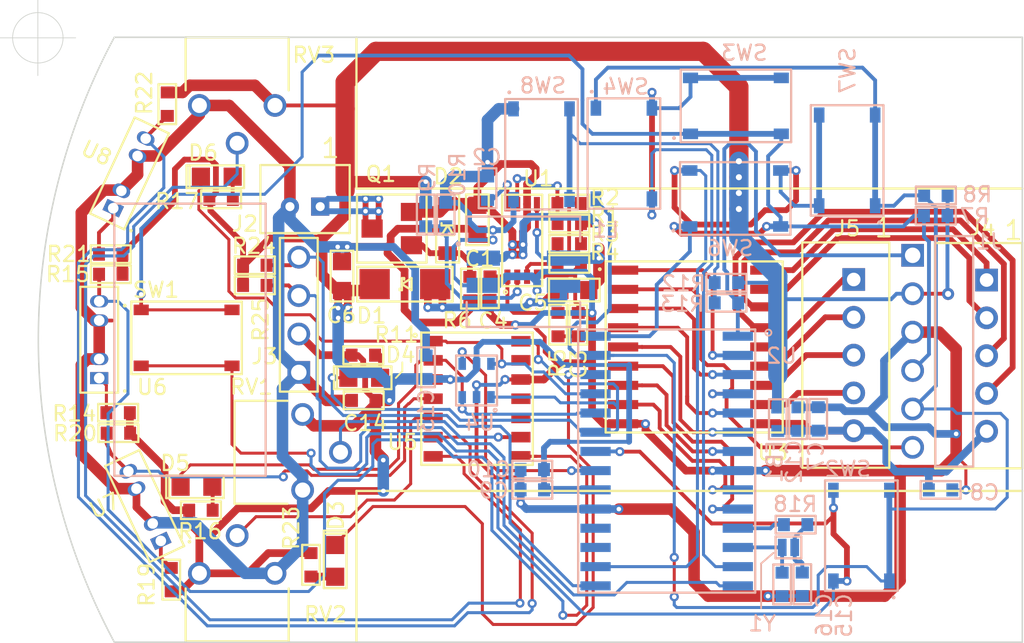
<source format=kicad_pcb>
(kicad_pcb (version 20171130) (host pcbnew "(5.1.8-0-10_14)")
  (layers (0 F.Cu signal) (31 B.Cu signal) (34 B.Paste user) (35 F.Paste user) (36 B.SilkS user) (37 F.SilkS user) (38 B.Mask user) (39 F.Mask user) (44 Edge.Cuts user))
  (net 0 "")
  (net 1 GND)
  (net 2 VCC)
  (net 3 "Net-(C2-Pad1)")
  (net 4 "Net-(C3-Pad1)")
  (net 5 "Net-(C4-Pad1)")
  (net 6 "Net-(C5-Pad2)")
  (net 7 "Net-(C5-Pad1)")
  (net 8 +5P)
  (net 9 +5V)
  (net 10 "Net-(C15-Pad2)")
  (net 11 "Net-(C16-Pad2)")
  (net 12 "Net-(D2-Pad2)")
  (net 13 "Net-(D3-Pad2)")
  (net 14 "Net-(D3-Pad1)")
  (net 15 "Net-(D4-Pad2)")
  (net 16 /FRT)
  (net 17 "Net-(D5-Pad2)")
  (net 18 /LFT)
  (net 19 "Net-(D6-Pad2)")
  (net 20 /RHT)
  (net 21 /Vpp)
  (net 22 /Aux)
  (net 23 "Net-(J3-Pad4)")
  (net 24 "Net-(J4-Pad4)")
  (net 25 "Net-(J4-Pad3)")
  (net 26 "Net-(J4-Pad2)")
  (net 27 "Net-(J4-Pad1)")
  (net 28 "Net-(J5-Pad4)")
  (net 29 "Net-(J5-Pad3)")
  (net 30 "Net-(J5-Pad2)")
  (net 31 "Net-(J5-Pad1)")
  (net 32 "Net-(R1-Pad2)")
  (net 33 "Net-(R3-Pad2)")
  (net 34 "Net-(R10-Pad1)")
  (net 35 "Net-(R12-Pad1)")
  (net 36 "Net-(R14-Pad1)")
  (net 37 "Net-(R15-Pad2)")
  (net 38 "Net-(R18-Pad2)")
  (net 39 "Net-(R19-Pad1)")
  (net 40 "Net-(R20-Pad2)")
  (net 41 "Net-(R21-Pad1)")
  (net 42 "Net-(R22-Pad2)")
  (net 43 "Net-(RV1-Pad2)")
  (net 44 "Net-(RV2-Pad2)")
  (net 45 "Net-(RV3-Pad2)")
  (net 46 "Net-(U2-Pad21)")
  (net 47 "Net-(U2-Pad10)")
  (net 48 "Net-(U2-Pad9)")
  (net 49 "Net-(U2-Pad2)")
  (net 50 "Net-(U2-Pad3)")
  (net 51 "Net-(U2-Pad5)")
  (net 52 "Net-(U2-Pad6)")
  (net 53 "Net-(U2-Pad7)")
  (net 54 /RW1)
  (net 55 /RW2)
  (net 56 "Net-(J2-Pad1)")
  (net 57 "Net-(J3-Pad3)")
  (net 58 /CL1)
  (net 59 /CL2)
  (net 60 /CL3)
  (net 61 "Net-(U2-Pad18)")
  (net 62 "Net-(U2-Pad17)")
  (module Micro-Footprint:THRU-254-STR-4P (layer F.Cu) (at 82.18946 92.1615 90)
    (fp_text reference J3 (at 1.06186 -2.26582 180) (layer F.SilkS))
    (fp_text value Conn_01x04_Male hide)
    (fp_text user 1 (at 0 0 90) (layer F.SilkS) (effects (font (size 0.8 0.15) (thickness 0.0375))))
    (fp_text user 1 (at 0 0 90) (layer F.SilkS) (effects (font (size 0.8 0.15) (thickness 0.0375))))
    (pad 4 thru_hole circle (at 7.62 0 90) (size 1.5 1.5) (drill 1.02) (layers *.Cu *.Mask) (net 23 "Net-(J3-Pad4)"))
    (pad 3 thru_hole circle (at 5.08 0 90) (size 1.5 1.5) (drill 1.02) (layers *.Cu *.Mask) (net 57 "Net-(J3-Pad3)"))
    (pad 2 thru_hole circle (at 2.54 0 90) (size 1.5 1.5) (drill 1.02) (layers *.Cu *.Mask) (net 8 +5P))
    (pad 1 thru_hole rect (at 0 0 90) (size 1.5 1.5) (drill 1.02) (layers *.Cu *.Mask) (net 1 GND))
  )
  (module Micro-Footprint:THRU-200-STR-2P (layer F.Cu) (at 83.60424 81.19632)
    (fp_text reference J2 (at -4.98094 1.13792) (layer F.SilkS))
    (fp_text value "B2B-PH-K-S(LF)(SN)" hide)
    (fp_text user 1 (at 0.68 -3.86) (layer F.SilkS) (effects (font (size 1.27 1.27))))
    (pad 2 thru_hole circle (at -2 0) (size 1.2 1.2) (drill 0.6) (layers *.Cu *.Mask) (net 1 GND))
    (pad 1 thru_hole rect (at 0 0) (size 1.2 1.2) (drill 0.6) (layers *.Cu *.Mask) (net 56 "Net-(J2-Pad1)"))
  )
  (module Micro-Footprint:TCRT1000-THRU (layer F.Cu) (at 72 101 115)
    (fp_text reference U7 (at 1.134569 -2.390546 205) (layer F.SilkS))
    (fp_text value TCRT1000 hide)
    (pad 2 thru_hole oval (at -1.27 0 115) (size 0.8 1.2) (drill 0.7) (layers *.Cu *.Mask) (net 1 GND))
    (pad 3 thru_hole oval (at 1.27 0 115) (size 0.8 1.2) (drill 0.7) (layers *.Cu *.Mask) (net 1 GND))
    (pad 4 thru_hole oval (at 2.54 0 115) (size 0.8 1.2) (drill 0.7) (layers *.Cu *.Mask) (net 40 "Net-(R20-Pad2)"))
    (pad 1 thru_hole rect (at -2.54 0 115) (size 0.8 1.2) (drill 0.7) (layers *.Cu *.Mask) (net 39 "Net-(R19-Pad1)"))
  )
  (module Micro-Footprint:TCRT1000-THRU (layer F.Cu) (at 69 90 90)
    (fp_text reference U6 (at -3.14 3.5 180) (layer F.SilkS))
    (fp_text value TCRT1000 hide)
    (pad 2 thru_hole oval (at -1.27 0 90) (size 0.8 1.2) (drill 0.7) (layers *.Cu *.Mask) (net 1 GND))
    (pad 3 thru_hole oval (at 1.27 0 90) (size 0.8 1.2) (drill 0.7) (layers *.Cu *.Mask) (net 1 GND))
    (pad 4 thru_hole oval (at 2.54 0 90) (size 0.8 1.2) (drill 0.7) (layers *.Cu *.Mask) (net 37 "Net-(R15-Pad2)"))
    (pad 1 thru_hole rect (at -2.54 0 90) (size 0.8 1.2) (drill 0.7) (layers *.Cu *.Mask) (net 36 "Net-(R14-Pad1)"))
  )
  (module Micro-Footprint:TCRT1000-THRU (layer F.Cu) (at 71 79 65)
    (fp_text reference U8 (at 0.294699 -2.535745 335) (layer F.SilkS))
    (fp_text value TCRT1000 hide)
    (pad 2 thru_hole oval (at -1.27 0 65) (size 0.8 1.2) (drill 0.7) (layers *.Cu *.Mask) (net 1 GND))
    (pad 3 thru_hole oval (at 1.27 0 65) (size 0.8 1.2) (drill 0.7) (layers *.Cu *.Mask) (net 1 GND))
    (pad 4 thru_hole oval (at 2.54 0 65) (size 0.8 1.2) (drill 0.7) (layers *.Cu *.Mask) (net 42 "Net-(R22-Pad2)"))
    (pad 1 thru_hole rect (at -2.54 0 65) (size 0.8 1.2) (drill 0.7) (layers *.Cu *.Mask) (net 41 "Net-(R21-Pad1)"))
  )
  (module Micro-Footprint:CAP0603 (layer B.Cu) (at 97.61996 99.92628 180)
    (fp_text reference C9 (at 2.55016 -0.0508) (layer B.SilkS) (effects (justify mirror)))
    (fp_text value 0.1uF hide)
    (pad 2 smd rect (at 0.775 0 180) (size 0.787 0.864) (layers B.Cu B.Paste B.Mask) (net 1 GND))
    (pad 1 smd rect (at -0.775 0 180) (size 0.787 0.864) (layers B.Cu B.Paste B.Mask) (net 8 +5P))
  )
  (module Micro-Footprint:THRU-250-STR-5P (layer F.Cu) (at 118.85944 86.01724 90)
    (fp_text reference J5 (at 3.37312 -0.42926) (layer F.SilkS))
    (fp_text value "B5B-XH-A(LF)(SN)" hide)
    (fp_text user 1 (at 3.43408 1.98628 180) (layer F.SilkS) (effects (font (size 1.27 1.27))))
    (pad 5 thru_hole circle (at -10 0 90) (size 1.5 1.5) (drill 0.9) (layers *.Cu *.Mask) (net 9 +5V))
    (pad 4 thru_hole circle (at -7.5 0 90) (size 1.5 1.5) (drill 0.9) (layers *.Cu *.Mask) (net 28 "Net-(J5-Pad4)"))
    (pad 3 thru_hole circle (at -5 0 90) (size 1.5 1.5) (drill 0.9) (layers *.Cu *.Mask) (net 29 "Net-(J5-Pad3)"))
    (pad 2 thru_hole circle (at -2.5 0 90) (size 1.5 1.5) (drill 0.9) (layers *.Cu *.Mask) (net 30 "Net-(J5-Pad2)"))
    (pad 1 thru_hole rect (at 0 0 90) (size 1.5 1.5) (drill 0.9) (layers *.Cu *.Mask) (net 31 "Net-(J5-Pad1)"))
  )
  (module Micro-Footprint:RES0603 (layer F.Cu) (at 79.2837 86.4084 180)
    (fp_text reference R25 (at -0.38354 -2.26314 90) (layer F.SilkS))
    (fp_text value 1k hide)
    (pad 2 smd rect (at 0.775 0 180) (size 0.787 0.864) (layers F.Cu F.Paste F.Mask) (net 8 +5P))
    (pad 1 smd rect (at -0.775 0 180) (size 0.787 0.864) (layers F.Cu F.Paste F.Mask) (net 57 "Net-(J3-Pad3)"))
  )
  (module Micro-Footprint:RES0603 (layer F.Cu) (at 79.2837 85.07236 180)
    (fp_text reference R24 (at 0.0635 1.27254) (layer F.SilkS))
    (fp_text value 1k hide)
    (pad 2 smd rect (at 0.775 0 180) (size 0.787 0.864) (layers F.Cu F.Paste F.Mask) (net 8 +5P))
    (pad 1 smd rect (at -0.775 0 180) (size 0.787 0.864) (layers F.Cu F.Paste F.Mask) (net 23 "Net-(J3-Pad4)"))
  )
  (module Micro-Footprint:THRU-250-STR-5P (layer F.Cu) (at 127.64022 86.0528 90)
    (fp_text reference J4 (at 3.44678 -0.2794 180) (layer F.SilkS))
    (fp_text value "B5B-XH-A(LF)(SN)" hide)
    (fp_text user 1 (at 3.28422 1.778 180) (layer F.SilkS) (effects (font (size 1.27 1.27))))
    (pad 5 thru_hole circle (at -10 0 90) (size 1.5 1.5) (drill 0.9) (layers *.Cu *.Mask) (net 9 +5V))
    (pad 4 thru_hole circle (at -7.5 0 90) (size 1.5 1.5) (drill 0.9) (layers *.Cu *.Mask) (net 24 "Net-(J4-Pad4)"))
    (pad 3 thru_hole circle (at -5 0 90) (size 1.5 1.5) (drill 0.9) (layers *.Cu *.Mask) (net 25 "Net-(J4-Pad3)"))
    (pad 2 thru_hole circle (at -2.5 0 90) (size 1.5 1.5) (drill 0.9) (layers *.Cu *.Mask) (net 26 "Net-(J4-Pad2)"))
    (pad 1 thru_hole rect (at 0 0 90) (size 1.5 1.5) (drill 0.9) (layers *.Cu *.Mask) (net 27 "Net-(J4-Pad1)"))
  )
  (module Micro-Footprint:ECX1210-2SMD (layer B.Cu) (at 114.54638 103.7336 180)
    (fp_text reference Y1 (at 1.73638 -5.0364 180) (layer B.SilkS) (effects (justify mirror)))
    (fp_text value 32.768KHZ hide)
    (pad 2 smd rect (at 0.4125 0 180) (size 0.575 1.14) (layers B.Cu B.Paste B.Mask) (net 11 "Net-(C16-Pad2)"))
    (pad 1 smd rect (at -0.4125 0 180) (size 0.575 1.14) (layers B.Cu B.Paste B.Mask) (net 10 "Net-(C15-Pad2)"))
  )
  (module Micro-Footprint:ADCMP393-14SOIC (layer F.Cu) (at 93.96744 93.9014 270)
    (fp_text reference U5 (at 2.8686 4.92744 180) (layer F.SilkS))
    (fp_text value ADCMP393ARZ hide)
    (pad 14 smd rect (at -3.8 -2.9 270) (size 0.7 1.27) (layers F.Cu F.Paste F.Mask) (net 16 /FRT))
    (pad 13 smd rect (at -2.54 -2.9 270) (size 0.7 1.27) (layers F.Cu F.Paste F.Mask))
    (pad 12 smd rect (at -1.27 -2.9 270) (size 0.7 1.27) (layers F.Cu F.Paste F.Mask) (net 1 GND))
    (pad 10 smd rect (at 1.27 -2.9 270) (size 0.7 1.27) (layers F.Cu F.Paste F.Mask))
    (pad 9 smd rect (at 2.54 -2.9 270) (size 0.7 1.27) (layers F.Cu F.Paste F.Mask) (net 43 "Net-(RV1-Pad2)"))
    (pad 8 smd rect (at 3.81 -2.9 270) (size 0.7 1.27) (layers F.Cu F.Paste F.Mask) (net 37 "Net-(R15-Pad2)"))
    (pad 7 smd rect (at 3.81 2.9 270) (size 0.7 1.27) (layers F.Cu F.Paste F.Mask) (net 45 "Net-(RV3-Pad2)"))
    (pad 6 smd rect (at 2.54 2.9 270) (size 0.7 1.27) (layers F.Cu F.Paste F.Mask) (net 42 "Net-(R22-Pad2)"))
    (pad 5 smd rect (at 1.27 2.9 270) (size 0.7 1.27) (layers F.Cu F.Paste F.Mask) (net 44 "Net-(RV2-Pad2)"))
    (pad 1 smd rect (at -3.81 2.9 270) (size 0.7 1.27) (layers F.Cu F.Paste F.Mask) (net 20 /RHT))
    (pad 2 smd rect (at -2.54 2.9 270) (size 0.7 1.27) (layers F.Cu F.Paste F.Mask) (net 18 /LFT))
    (pad 3 smd rect (at -1.27 2.9 270) (size 0.7 1.27) (layers F.Cu F.Paste F.Mask) (net 8 +5P))
    (pad 11 smd rect (at 0 -2.9 270) (size 0.7 1.27) (layers F.Cu F.Paste F.Mask))
    (pad 4 smd rect (at 0 2.9 270) (size 0.7 1.27) (layers F.Cu F.Paste F.Mask) (net 40 "Net-(R20-Pad2)"))
  )
  (module Micro-Footprint:74LVC1G332-6TSOP (layer B.Cu) (at 93.93696 92.6949 180)
    (fp_text reference U4 (at -0.21082 -2.79908 180) (layer B.SilkS) (effects (justify mirror)))
    (fp_text value 74LVC1G332GV-Q100H hide)
    (pad 4 smd rect (at 0.95 1.1 180) (size 0.5 0.8) (layers B.Cu B.Paste B.Mask) (net 46 "Net-(U2-Pad21)"))
    (pad 6 smd rect (at -0.95 1.1 180) (size 0.5 0.8) (layers B.Cu B.Paste B.Mask) (net 20 /RHT))
    (pad 5 smd rect (at 0 1.1 180) (size 0.5 0.8) (layers B.Cu B.Paste B.Mask) (net 8 +5P))
    (pad 3 smd rect (at 0.95 -1.1 180) (size 0.5 0.8) (layers B.Cu B.Paste B.Mask) (net 18 /LFT))
    (pad 1 smd rect (at -0.95 -1.1 180) (size 0.5 0.8) (layers B.Cu B.Paste B.Mask) (net 16 /FRT))
    (pad 2 smd rect (at 0 -1.1 180) (size 0.5 0.8) (layers B.Cu B.Paste B.Mask) (net 1 GND))
  )
  (module Micro-Footprint:ULN2803A-18SO (layer F.Cu) (at 108.31844 90.47748 270)
    (fp_text reference U3 (at 6.98246 -5.19684 180) (layer F.SilkS))
    (fp_text value ULN2803ADW hide)
    (pad 18 smd rect (at -5.08 -4.7 270) (size 0.6 2) (layers F.Cu F.Paste F.Mask) (net 27 "Net-(J4-Pad1)"))
    (pad 17 smd rect (at -3.81 -4.7 270) (size 0.6 2) (layers F.Cu F.Paste F.Mask) (net 26 "Net-(J4-Pad2)"))
    (pad 16 smd rect (at -2.65 -4.7 270) (size 0.6 2) (layers F.Cu F.Paste F.Mask) (net 25 "Net-(J4-Pad3)"))
    (pad 15 smd rect (at -1.27 -4.7 270) (size 0.6 2) (layers F.Cu F.Paste F.Mask) (net 24 "Net-(J4-Pad4)"))
    (pad 14 smd rect (at 0 -4.7 270) (size 0.6 2) (layers F.Cu F.Paste F.Mask) (net 31 "Net-(J5-Pad1)"))
    (pad 13 smd rect (at 1.27 -4.7 270) (size 0.6 2) (layers F.Cu F.Paste F.Mask) (net 30 "Net-(J5-Pad2)"))
    (pad 12 smd rect (at 2.54 -4.7 270) (size 0.6 2) (layers F.Cu F.Paste F.Mask) (net 29 "Net-(J5-Pad3)"))
    (pad 11 smd rect (at 3.81 -4.7 270) (size 0.6 2) (layers F.Cu F.Paste F.Mask) (net 28 "Net-(J5-Pad4)"))
    (pad 10 smd rect (at 5.08 -4.7 270) (size 0.6 2) (layers F.Cu F.Paste F.Mask) (net 9 +5V))
    (pad 9 smd rect (at 5.08 4.7 270) (size 0.6 2) (layers F.Cu F.Paste F.Mask) (net 1 GND))
    (pad 8 smd rect (at 3.81 4.7 270) (size 0.6 2) (layers F.Cu F.Paste F.Mask) (net 48 "Net-(U2-Pad9)"))
    (pad 7 smd rect (at 2.54 4.7 270) (size 0.6 2) (layers F.Cu F.Paste F.Mask) (net 53 "Net-(U2-Pad7)"))
    (pad 6 smd rect (at 1.27 4.7 270) (size 0.6 2) (layers F.Cu F.Paste F.Mask) (net 47 "Net-(U2-Pad10)"))
    (pad 5 smd rect (at 0 4.7 270) (size 0.6 2) (layers F.Cu F.Paste F.Mask) (net 52 "Net-(U2-Pad6)"))
    (pad 4 smd rect (at -1.27 4.7 270) (size 0.6 2) (layers F.Cu F.Paste F.Mask) (net 51 "Net-(U2-Pad5)"))
    (pad 3 smd rect (at -2.54 4.7 270) (size 0.6 2) (layers F.Cu F.Paste F.Mask) (net 50 "Net-(U2-Pad3)"))
    (pad 2 smd rect (at -3.81 4.7 270) (size 0.6 2) (layers F.Cu F.Paste F.Mask) (net 22 /Aux))
    (pad 1 smd rect (at -5.08 4.7 270) (size 0.6 2) (layers F.Cu F.Paste F.Mask) (net 49 "Net-(U2-Pad2)"))
  )
  (module Micro-Footprint:PIC16F886-28SOIC (layer B.Cu) (at 106.4998 98.02128 270)
    (fp_text reference U2 (at -6.95706 -7.5946 180) (layer B.SilkS) (effects (justify mirror)))
    (fp_text value PIC16F886-E_SO hide)
    (pad 22 smd rect (at -0.635 4.7 270) (size 0.6 2) (layers B.Cu B.Paste B.Mask) (net 58 /CL1))
    (pad 23 smd rect (at -1.905 4.7 270) (size 0.6 2) (layers B.Cu B.Paste B.Mask) (net 16 /FRT))
    (pad 24 smd rect (at -3.175 4.7 270) (size 0.6 2) (layers B.Cu B.Paste B.Mask) (net 18 /LFT))
    (pad 25 smd rect (at -4.445 4.7 270) (size 0.6 2) (layers B.Cu B.Paste B.Mask) (net 20 /RHT))
    (pad 26 smd rect (at -5.715 4.7 270) (size 0.6 2) (layers B.Cu B.Paste B.Mask) (net 14 "Net-(D3-Pad1)"))
    (pad 27 smd rect (at -6.985 4.7 270) (size 0.6 2) (layers B.Cu B.Paste B.Mask) (net 55 /RW2))
    (pad 28 smd rect (at -8.255 4.7 270) (size 0.6 2) (layers B.Cu B.Paste B.Mask) (net 54 /RW1))
    (pad 21 smd rect (at 0.635 4.7 270) (size 0.6 2) (layers B.Cu B.Paste B.Mask) (net 46 "Net-(U2-Pad21)"))
    (pad 20 smd rect (at 1.905 4.7 270) (size 0.6 2) (layers B.Cu B.Paste B.Mask) (net 8 +5P))
    (pad 19 smd rect (at 3.175 4.7 270) (size 0.6 2) (layers B.Cu B.Paste B.Mask) (net 1 GND))
    (pad 18 smd rect (at 4.445 4.7 270) (size 0.6 2) (layers B.Cu B.Paste B.Mask) (net 61 "Net-(U2-Pad18)"))
    (pad 17 smd rect (at 5.715 4.7 270) (size 0.6 2) (layers B.Cu B.Paste B.Mask) (net 62 "Net-(U2-Pad17)"))
    (pad 16 smd rect (at 6.985 4.7 270) (size 0.6 2) (layers B.Cu B.Paste B.Mask) (net 60 /CL3))
    (pad 15 smd rect (at 8.255 4.7 270) (size 0.6 2) (layers B.Cu B.Paste B.Mask) (net 23 "Net-(J3-Pad4)"))
    (pad 14 smd rect (at 8.255 -4.7 270) (size 0.6 2) (layers B.Cu B.Paste B.Mask) (net 57 "Net-(J3-Pad3)"))
    (pad 13 smd rect (at 6.985 -4.7 270) (size 0.6 2) (layers B.Cu B.Paste B.Mask) (net 59 /CL2))
    (pad 12 smd rect (at 5.715 -4.7 270) (size 0.6 2) (layers B.Cu B.Paste B.Mask) (net 11 "Net-(C16-Pad2)"))
    (pad 11 smd rect (at 4.445 -4.7 270) (size 0.6 2) (layers B.Cu B.Paste B.Mask) (net 38 "Net-(R18-Pad2)"))
    (pad 10 smd rect (at 3.175 -4.7 270) (size 0.6 2) (layers B.Cu B.Paste B.Mask) (net 47 "Net-(U2-Pad10)"))
    (pad 9 smd rect (at 1.905 -4.7 270) (size 0.6 2) (layers B.Cu B.Paste B.Mask) (net 48 "Net-(U2-Pad9)"))
    (pad 8 smd rect (at 0.635 -4.7 270) (size 0.6 2) (layers B.Cu B.Paste B.Mask) (net 1 GND))
    (pad 1 smd rect (at -8.255 -4.7 270) (size 0.6 2) (layers B.Cu B.Paste B.Mask) (net 21 /Vpp))
    (pad 2 smd rect (at -6.985 -4.7 270) (size 0.6 2) (layers B.Cu B.Paste B.Mask) (net 49 "Net-(U2-Pad2)"))
    (pad 3 smd rect (at -5.715 -4.7 270) (size 0.6 2) (layers B.Cu B.Paste B.Mask) (net 50 "Net-(U2-Pad3)"))
    (pad 4 smd rect (at -4.445 -4.7 270) (size 0.6 2) (layers B.Cu B.Paste B.Mask) (net 22 /Aux))
    (pad 5 smd rect (at -3.175 -4.7 270) (size 0.6 2) (layers B.Cu B.Paste B.Mask) (net 51 "Net-(U2-Pad5)"))
    (pad 6 smd rect (at -1.905 -4.7 270) (size 0.6 2) (layers B.Cu B.Paste B.Mask) (net 52 "Net-(U2-Pad6)"))
    (pad 7 smd rect (at -0.635 -4.7 270) (size 0.6 2) (layers B.Cu B.Paste B.Mask) (net 53 "Net-(U2-Pad7)"))
  )
  (module Micro-Footprint:ADP1612-8MSOP (layer F.Cu) (at 96.9494 83.43406)
    (fp_text reference U1 (at 1.06412 -4.09208) (layer F.SilkS))
    (fp_text value ADP1612 hide)
    (pad 8 smd rect (at -0.975 -2.4) (size 0.4 0.95) (layers F.Cu F.Paste F.Mask) (net 3 "Net-(C2-Pad1)"))
    (pad 7 smd rect (at -0.325 -2.4) (size 0.4 0.95) (layers F.Cu F.Paste F.Mask) (net 32 "Net-(R1-Pad2)"))
    (pad 6 smd rect (at 0.325 -2.4) (size 0.4 0.95) (layers F.Cu F.Paste F.Mask) (net 2 VCC))
    (pad 5 smd rect (at 0.975 -2.4) (size 0.4 0.95) (layers F.Cu F.Paste F.Mask) (net 6 "Net-(C5-Pad2)"))
    (pad 4 smd rect (at 0.975 2.4) (size 0.4 0.95) (layers F.Cu F.Paste F.Mask) (net 1 GND))
    (pad 3 smd rect (at 0.325 2.4) (size 0.4 0.95) (layers F.Cu F.Paste F.Mask) (net 33 "Net-(R3-Pad2)"))
    (pad 1 smd rect (at -0.975 2.4) (size 0.4 0.95) (layers F.Cu F.Paste F.Mask) (net 5 "Net-(C4-Pad1)"))
    (pad 2 smd rect (at -0.325 2.4) (size 0.4 0.95) (layers F.Cu F.Paste F.Mask) (net 34 "Net-(R10-Pad1)"))
  )
  (module Micro-Footprint:PTS526-4SMD (layer B.Cu) (at 98.22956 77.73176 270)
    (fp_text reference SW8 (at -4.53898 -0.09144 180) (layer B.SilkS) (effects (justify mirror)))
    (fp_text value SPST hide)
    (pad 4 smd rect (at 3 -1.85 270) (size 1 0.7) (layers B.Cu B.Paste B.Mask) (net 35 "Net-(R12-Pad1)"))
    (pad 3 smd rect (at -3 -1.85 270) (size 1 0.7) (layers B.Cu B.Paste B.Mask) (net 35 "Net-(R12-Pad1)"))
    (pad 2 smd rect (at 3 1.85 270) (size 1 0.7) (layers B.Cu B.Paste B.Mask) (net 1 GND))
    (pad 1 smd rect (at -3 1.85 270) (size 1 0.7) (layers B.Cu B.Paste B.Mask) (net 1 GND))
  )
  (module Micro-Footprint:PTS526-4SMD (layer B.Cu) (at 118.4251 78.1407 90)
    (fp_text reference SW7 (at 5.94868 0.02794 90) (layer B.SilkS) (effects (justify mirror)))
    (fp_text value SPST hide)
    (pad 4 smd rect (at 3 -1.85 90) (size 1 0.7) (layers B.Cu B.Paste B.Mask) (net 60 /CL3))
    (pad 3 smd rect (at -3 -1.85 90) (size 1 0.7) (layers B.Cu B.Paste B.Mask) (net 60 /CL3))
    (pad 2 smd rect (at 3 1.85 90) (size 1 0.7) (layers B.Cu B.Paste B.Mask) (net 55 /RW2))
    (pad 1 smd rect (at -3 1.85 90) (size 1 0.7) (layers B.Cu B.Paste B.Mask) (net 55 /RW2))
  )
  (module Micro-Footprint:PTS526-4SMD (layer B.Cu) (at 111.03116 80.65784)
    (fp_text reference SW6 (at -0.33782 3.29184) (layer B.SilkS) (effects (justify mirror)))
    (fp_text value SPST hide)
    (pad 4 smd rect (at 3 -1.85) (size 1 0.7) (layers B.Cu B.Paste B.Mask) (net 60 /CL3))
    (pad 3 smd rect (at -3 -1.85) (size 1 0.7) (layers B.Cu B.Paste B.Mask) (net 60 /CL3))
    (pad 2 smd rect (at 3 1.85) (size 1 0.7) (layers B.Cu B.Paste B.Mask) (net 54 /RW1))
    (pad 1 smd rect (at -3 1.85) (size 1 0.7) (layers B.Cu B.Paste B.Mask) (net 54 /RW1))
  )
  (module Micro-Footprint:PTS526-4SMD (layer B.Cu) (at 103.67278 77.68604 270)
    (fp_text reference SW4 (at -4.4196 -0.1143) (layer B.SilkS) (effects (justify mirror)))
    (fp_text value SPST hide)
    (pad 4 smd rect (at 3 -1.85 270) (size 1 0.7) (layers B.Cu B.Paste B.Mask) (net 59 /CL2))
    (pad 3 smd rect (at -3 -1.85 270) (size 1 0.7) (layers B.Cu B.Paste B.Mask) (net 59 /CL2))
    (pad 2 smd rect (at 3 1.85 270) (size 1 0.7) (layers B.Cu B.Paste B.Mask) (net 55 /RW2))
    (pad 1 smd rect (at -3 1.85 270) (size 1 0.7) (layers B.Cu B.Paste B.Mask) (net 55 /RW2))
  )
  (module Micro-Footprint:PTS526-4SMD (layer B.Cu) (at 111.07434 74.5339)
    (fp_text reference SW3 (at 0.55626 -3.5052 -180) (layer B.SilkS) (effects (justify mirror)))
    (fp_text value SPST hide)
    (pad 4 smd rect (at 3 -1.85) (size 1 0.7) (layers B.Cu B.Paste B.Mask) (net 59 /CL2))
    (pad 3 smd rect (at -3 -1.85) (size 1 0.7) (layers B.Cu B.Paste B.Mask) (net 59 /CL2))
    (pad 2 smd rect (at 3 1.85) (size 1 0.7) (layers B.Cu B.Paste B.Mask) (net 54 /RW1))
    (pad 1 smd rect (at -3 1.85) (size 1 0.7) (layers B.Cu B.Paste B.Mask) (net 54 /RW1))
  )
  (module Micro-Footprint:PTS526-4SMD (layer B.Cu) (at 119.36476 102.95382 90)
    (fp_text reference SW2 (at 4.40382 -0.89476 180) (layer B.SilkS) (effects (justify mirror)))
    (fp_text value SPST hide)
    (pad 4 smd rect (at 3 -1.85 90) (size 1 0.7) (layers B.Cu B.Paste B.Mask) (net 58 /CL1))
    (pad 3 smd rect (at -3 -1.85 90) (size 1 0.7) (layers B.Cu B.Paste B.Mask) (net 58 /CL1))
    (pad 2 smd rect (at 3 1.85 90) (size 1 0.7) (layers B.Cu B.Paste B.Mask) (net 55 /RW2))
    (pad 1 smd rect (at -3 1.85 90) (size 1 0.7) (layers B.Cu B.Paste B.Mask) (net 55 /RW2))
  )
  (module Micro-Footprint:PTS526-4SMD (layer F.Cu) (at 74.7752 89.8755)
    (fp_text reference SW1 (at -2.0252 -3.1755) (layer F.SilkS))
    (fp_text value SPST hide)
    (pad 4 smd rect (at 3 1.85) (size 1 0.7) (layers F.Cu F.Paste F.Mask) (net 58 /CL1))
    (pad 3 smd rect (at -3 1.85) (size 1 0.7) (layers F.Cu F.Paste F.Mask) (net 58 /CL1))
    (pad 2 smd rect (at 3 -1.85) (size 1 0.7) (layers F.Cu F.Paste F.Mask) (net 54 /RW1))
    (pad 1 smd rect (at -3 -1.85) (size 1 0.7) (layers F.Cu F.Paste F.Mask) (net 54 /RW1))
  )
  (module Micro-Footprint:3306K-THRU (layer F.Cu) (at 78.11784 74.50596 180)
    (fp_text reference RV3 (at -5.0673 3.33756) (layer F.SilkS))
    (fp_text value 10k hide)
    (pad 2 thru_hole circle (at 0 -2.5 180) (size 1.5 1.5) (drill 1) (layers *.Cu *.Mask) (net 45 "Net-(RV3-Pad2)"))
    (pad 3 thru_hole circle (at 2.5 0 180) (size 1.5 1.5) (drill 1) (layers *.Cu *.Mask) (net 1 GND))
    (pad 1 thru_hole circle (at -2.5 0 180) (size 1.5 1.5) (drill 1) (layers *.Cu *.Mask) (net 8 +5P))
  )
  (module Micro-Footprint:3306K-THRU (layer F.Cu) (at 78.11784 105.44824)
    (fp_text reference RV2 (at 5.8293 2.72542) (layer F.SilkS))
    (fp_text value 10k hide)
    (pad 2 thru_hole circle (at 0 -2.5) (size 1.5 1.5) (drill 1) (layers *.Cu *.Mask) (net 44 "Net-(RV2-Pad2)"))
    (pad 3 thru_hole circle (at 2.5 0) (size 1.5 1.5) (drill 1) (layers *.Cu *.Mask) (net 1 GND))
    (pad 1 thru_hole circle (at -2.5 0) (size 1.5 1.5) (drill 1) (layers *.Cu *.Mask) (net 8 +5P))
  )
  (module Micro-Footprint:3306K-THRU (layer F.Cu) (at 82.44346 97.44216 270)
    (fp_text reference RV1 (at -4.3283 3.38342) (layer F.SilkS))
    (fp_text value 10k hide)
    (pad 2 thru_hole circle (at 0 -2.5 270) (size 1.5 1.5) (drill 1) (layers *.Cu *.Mask) (net 43 "Net-(RV1-Pad2)"))
    (pad 3 thru_hole circle (at 2.5 0 270) (size 1.5 1.5) (drill 1) (layers *.Cu *.Mask) (net 1 GND))
    (pad 1 thru_hole circle (at -2.5 0 270) (size 1.5 1.5) (drill 1) (layers *.Cu *.Mask) (net 8 +5P))
  )
  (module Micro-Footprint:RES0603 (layer F.Cu) (at 82.9945 104.88676 270)
    (fp_text reference R23 (at -2.44094 1.29794 90) (layer F.SilkS))
    (fp_text value 220R hide)
    (pad 2 smd rect (at 0.775 0 270) (size 0.787 0.864) (layers F.Cu F.Paste F.Mask) (net 13 "Net-(D3-Pad2)"))
    (pad 1 smd rect (at -0.775 0 270) (size 0.787 0.864) (layers F.Cu F.Paste F.Mask) (net 8 +5P))
  )
  (module Micro-Footprint:RES0603 (layer F.Cu) (at 73.49998 74.422 270)
    (fp_text reference R22 (at -0.742 1.51998 90) (layer F.SilkS))
    (fp_text value 10k hide)
    (pad 2 smd rect (at 0.775 0 270) (size 0.787 0.864) (layers F.Cu F.Paste F.Mask) (net 42 "Net-(R22-Pad2)"))
    (pad 1 smd rect (at -0.775 0 270) (size 0.787 0.864) (layers F.Cu F.Paste F.Mask) (net 8 +5P))
  )
  (module Micro-Footprint:RES0603 (layer F.Cu) (at 69.7611 84.3407)
    (fp_text reference R21 (at -2.77368 -0.00762) (layer F.SilkS))
    (fp_text value 220R hide)
    (pad 2 smd rect (at 0.775 0) (size 0.787 0.864) (layers F.Cu F.Paste F.Mask) (net 8 +5P))
    (pad 1 smd rect (at -0.775 0) (size 0.787 0.864) (layers F.Cu F.Paste F.Mask) (net 41 "Net-(R21-Pad1)"))
  )
  (module Micro-Footprint:RES0603 (layer F.Cu) (at 70.2691 96.17964 180)
    (fp_text reference R20 (at 2.86512 -0.01778) (layer F.SilkS))
    (fp_text value 10k hide)
    (pad 2 smd rect (at 0.775 0 180) (size 0.787 0.864) (layers F.Cu F.Paste F.Mask) (net 40 "Net-(R20-Pad2)"))
    (pad 1 smd rect (at -0.775 0 180) (size 0.787 0.864) (layers F.Cu F.Paste F.Mask) (net 8 +5P))
  )
  (module Micro-Footprint:RES0603 (layer F.Cu) (at 73.7616 105.8672 270)
    (fp_text reference R19 (at 0.3328 1.6216 90) (layer F.SilkS))
    (fp_text value 220R hide)
    (pad 2 smd rect (at 0.775 0 270) (size 0.787 0.864) (layers F.Cu F.Paste F.Mask) (net 8 +5P))
    (pad 1 smd rect (at -0.775 0 270) (size 0.787 0.864) (layers F.Cu F.Paste F.Mask) (net 39 "Net-(R19-Pad1)"))
  )
  (module Micro-Footprint:RES0603 (layer B.Cu) (at 115.02136 102.22992 180)
    (fp_text reference R18 (at 0.03136 1.35992) (layer B.SilkS) (effects (justify mirror)))
    (fp_text value 220k hide)
    (pad 2 smd rect (at 0.775 0 180) (size 0.787 0.864) (layers B.Cu B.Paste B.Mask) (net 38 "Net-(R18-Pad2)"))
    (pad 1 smd rect (at -0.775 0 180) (size 0.787 0.864) (layers B.Cu B.Paste B.Mask) (net 10 "Net-(C15-Pad2)"))
  )
  (module Micro-Footprint:RES0603 (layer F.Cu) (at 77.05598 80.71866 180)
    (fp_text reference R17 (at 2.91592 -0.12446) (layer F.SilkS))
    (fp_text value 220R hide)
    (pad 2 smd rect (at 0.775 0 180) (size 0.787 0.864) (layers F.Cu F.Paste F.Mask) (net 8 +5P))
    (pad 1 smd rect (at -0.775 0 180) (size 0.787 0.864) (layers F.Cu F.Paste F.Mask) (net 19 "Net-(D6-Pad2)"))
  )
  (module Micro-Footprint:RES0603 (layer F.Cu) (at 75.72248 101.27488 180)
    (fp_text reference R16 (at 0.05588 -1.397) (layer F.SilkS))
    (fp_text value 220R hide)
    (pad 2 smd rect (at 0.775 0 180) (size 0.787 0.864) (layers F.Cu F.Paste F.Mask) (net 8 +5P))
    (pad 1 smd rect (at -0.775 0 180) (size 0.787 0.864) (layers F.Cu F.Paste F.Mask) (net 17 "Net-(D5-Pad2)"))
  )
  (module Micro-Footprint:RES0603 (layer F.Cu) (at 69.76618 85.66912 180)
    (fp_text reference R15 (at 2.83464 0) (layer F.SilkS))
    (fp_text value 10k hide)
    (pad 2 smd rect (at 0.775 0 180) (size 0.787 0.864) (layers F.Cu F.Paste F.Mask) (net 37 "Net-(R15-Pad2)"))
    (pad 1 smd rect (at -0.775 0 180) (size 0.787 0.864) (layers F.Cu F.Paste F.Mask) (net 8 +5P))
  )
  (module Micro-Footprint:RES0603 (layer F.Cu) (at 70.25132 94.82836)
    (fp_text reference R14 (at -2.8956 0.05588) (layer F.SilkS))
    (fp_text value 220R hide)
    (pad 2 smd rect (at 0.775 0) (size 0.787 0.864) (layers F.Cu F.Paste F.Mask) (net 8 +5P))
    (pad 1 smd rect (at -0.775 0) (size 0.787 0.864) (layers F.Cu F.Paste F.Mask) (net 36 "Net-(R14-Pad1)"))
  )
  (module Micro-Footprint:RES0603 (layer B.Cu) (at 110.4495 87.5641 180)
    (fp_text reference R13 (at 2.91084 -0.06858) (layer B.SilkS) (effects (justify mirror)))
    (fp_text value 1k hide)
    (pad 2 smd rect (at 0.775 0 180) (size 0.787 0.864) (layers B.Cu B.Paste B.Mask) (net 35 "Net-(R12-Pad1)"))
    (pad 1 smd rect (at -0.775 0 180) (size 0.787 0.864) (layers B.Cu B.Paste B.Mask) (net 21 /Vpp))
  )
  (module Micro-Footprint:RES0603 (layer B.Cu) (at 110.44696 86.22806)
    (fp_text reference R12 (at -2.82702 0.05334) (layer B.SilkS) (effects (justify mirror)))
    (fp_text value 10k hide)
    (pad 2 smd rect (at 0.775 0) (size 0.787 0.864) (layers B.Cu B.Paste B.Mask) (net 8 +5P))
    (pad 1 smd rect (at -0.775 0) (size 0.787 0.864) (layers B.Cu B.Paste B.Mask) (net 35 "Net-(R12-Pad1)"))
  )
  (module Micro-Footprint:RES0603 (layer F.Cu) (at 86.45398 91.0209 180)
    (fp_text reference R11 (at -2.18602 1.3509) (layer F.SilkS))
    (fp_text value 220R hide)
    (pad 2 smd rect (at 0.775 0 180) (size 0.787 0.864) (layers F.Cu F.Paste F.Mask) (net 8 +5P))
    (pad 1 smd rect (at -0.775 0 180) (size 0.787 0.864) (layers F.Cu F.Paste F.Mask) (net 15 "Net-(D4-Pad2)"))
  )
  (module Micro-Footprint:RES0603 (layer B.Cu) (at 91.89988 81.71956 90)
    (fp_text reference R10 (at 2.6543 0.7747 270) (layer B.SilkS) (effects (justify mirror)))
    (fp_text value 10k hide)
    (pad 2 smd rect (at 0.775 0 90) (size 0.787 0.864) (layers B.Cu B.Paste B.Mask) (net 1 GND))
    (pad 1 smd rect (at -0.775 0 90) (size 0.787 0.864) (layers B.Cu B.Paste B.Mask) (net 34 "Net-(R10-Pad1)"))
  )
  (module Micro-Footprint:RES0603 (layer B.Cu) (at 90.57654 81.7221 270)
    (fp_text reference R9 (at -2.46126 -0.11176 270) (layer B.SilkS) (effects (justify mirror)))
    (fp_text value 30.1k hide)
    (pad 2 smd rect (at 0.775 0 270) (size 0.787 0.864) (layers B.Cu B.Paste B.Mask) (net 34 "Net-(R10-Pad1)"))
    (pad 1 smd rect (at -0.775 0 270) (size 0.787 0.864) (layers B.Cu B.Paste B.Mask) (net 8 +5P))
  )
  (module Micro-Footprint:RES0603 (layer B.Cu) (at 124.28742 80.45464)
    (fp_text reference R8 (at 2.73558 -0.06096) (layer B.SilkS) (effects (justify mirror)))
    (fp_text value 100k hide)
    (pad 2 smd rect (at 0.775 0) (size 0.787 0.864) (layers B.Cu B.Paste B.Mask) (net 8 +5P))
    (pad 1 smd rect (at -0.775 0) (size 0.787 0.864) (layers B.Cu B.Paste B.Mask) (net 55 /RW2))
  )
  (module Micro-Footprint:RES0603 (layer B.Cu) (at 124.27726 81.79576)
    (fp_text reference R7 (at 2.57048 0.0508) (layer B.SilkS) (effects (justify mirror)))
    (fp_text value 100k hide)
    (pad 2 smd rect (at 0.775 0) (size 0.787 0.864) (layers B.Cu B.Paste B.Mask) (net 8 +5P))
    (pad 1 smd rect (at -0.775 0) (size 0.787 0.864) (layers B.Cu B.Paste B.Mask) (net 54 /RW1))
  )
  (module Micro-Footprint:RES0603 (layer F.Cu) (at 93.49486 86.61908 270)
    (fp_text reference R6 (at 2.10092 0.83486) (layer F.SilkS))
    (fp_text value 1k hide)
    (pad 2 smd rect (at 0.775 0 270) (size 0.787 0.864) (layers F.Cu F.Paste F.Mask) (net 1 GND))
    (pad 1 smd rect (at -0.775 0 270) (size 0.787 0.864) (layers F.Cu F.Paste F.Mask) (net 12 "Net-(D2-Pad2)"))
  )
  (module Micro-Footprint:RES0603 (layer F.Cu) (at 99.31922 89 270)
    (fp_text reference R5 (at 2.5527 0.03302 90) (layer F.SilkS))
    (fp_text value 11.8k hide)
    (pad 2 smd rect (at 0.775 0 270) (size 0.787 0.864) (layers F.Cu F.Paste F.Mask) (net 4 "Net-(C3-Pad1)"))
    (pad 1 smd rect (at -0.775 0 270) (size 0.787 0.864) (layers F.Cu F.Paste F.Mask) (net 5 "Net-(C4-Pad1)"))
  )
  (module Micro-Footprint:RES0603 (layer F.Cu) (at 100.06344 84.98854)
    (fp_text reference R4 (at 2.33426 -0.78232) (layer F.SilkS))
    (fp_text value 10k hide)
    (pad 2 smd rect (at 0.775 0) (size 0.787 0.864) (layers F.Cu F.Paste F.Mask) (net 1 GND))
    (pad 1 smd rect (at -0.775 0) (size 0.787 0.864) (layers F.Cu F.Paste F.Mask) (net 33 "Net-(R3-Pad2)"))
  )
  (module Micro-Footprint:RES0603 (layer F.Cu) (at 100.06344 83.6525 180)
    (fp_text reference R3 (at -2.34696 0.66294) (layer F.SilkS))
    (fp_text value 9.1k hide)
    (pad 2 smd rect (at 0.775 0 180) (size 0.787 0.864) (layers F.Cu F.Paste F.Mask) (net 33 "Net-(R3-Pad2)"))
    (pad 1 smd rect (at -0.775 0 180) (size 0.787 0.864) (layers F.Cu F.Paste F.Mask) (net 2 VCC))
  )
  (module Micro-Footprint:RES0603 (layer F.Cu) (at 100.05328 80.99312)
    (fp_text reference R2 (at 2.36982 -0.40894) (layer F.SilkS))
    (fp_text value DNP hide)
    (pad 2 smd rect (at 0.775 0) (size 0.787 0.864) (layers F.Cu F.Paste F.Mask) (net 1 GND))
    (pad 1 smd rect (at -0.775 0) (size 0.787 0.864) (layers F.Cu F.Paste F.Mask) (net 32 "Net-(R1-Pad2)"))
  )
  (module Micro-Footprint:RES0603 (layer F.Cu) (at 100.06344 82.31646 180)
    (fp_text reference R1 (at -2.37236 0.54102) (layer F.SilkS))
    (fp_text value 0R hide)
    (pad 2 smd rect (at 0.775 0 180) (size 0.787 0.864) (layers F.Cu F.Paste F.Mask) (net 32 "Net-(R1-Pad2)"))
    (pad 1 smd rect (at -0.775 0 180) (size 0.787 0.864) (layers F.Cu F.Paste F.Mask) (net 2 VCC))
  )
  (module Micro-Footprint:NXV75UPR-SOT233 (layer F.Cu) (at 88.33372 82.6492 270)
    (fp_text reference Q1 (at -3.60426 0.72136) (layer F.SilkS))
    (fp_text value NXV75UPR hide)
    (pad 3 smd rect (at 0 1.3 270) (size 1.2 1.4) (layers F.Cu F.Paste F.Mask) (net 56 "Net-(J2-Pad1)"))
    (pad 2 smd rect (at -1.1 -1.3 270) (size 1.2 1.4) (layers F.Cu F.Paste F.Mask) (net 2 VCC))
    (pad 1 smd rect (at 1.1 -1.3 270) (size 1.2 1.4) (layers F.Cu F.Paste F.Mask) (net 12 "Net-(D2-Pad2)"))
  )
  (module Micro-Footprint:744878004-SMD (layer B.Cu) (at 97.03322 85.50416 90)
    (fp_text reference L1 (at 2.77416 5.43678) (layer B.SilkS) (effects (justify mirror)))
    (fp_text value 744878004 hide)
    (pad 4 smd rect (at -0.9 -2.65 90) (size 1 2.2) (layers B.Cu B.Paste B.Mask) (net 1 GND))
    (pad 3 smd rect (at -0.9 2.65 90) (size 1 2.2) (layers B.Cu B.Paste B.Mask) (net 7 "Net-(C5-Pad1)"))
    (pad 2 smd rect (at 0.9 2.65 90) (size 1 2.2) (layers B.Cu B.Paste B.Mask) (net 6 "Net-(C5-Pad2)"))
    (pad 1 smd rect (at 0.9 -2.65 90) (size 1 2.2) (layers B.Cu B.Paste B.Mask) (net 2 VCC))
  )
  (module Micro-Footprint:THRU-254-RHT-6P (layer B.Cu) (at 122.75326 84.41704 270)
    (fp_text reference J1 (at -0.90704 -5.02674 180) (layer B.SilkS) (effects (justify mirror)))
    (fp_text value TSW-106-25-S-S-RA hide)
    (pad 1 thru_hole rect (at 0 0 270) (size 1.5 1.5) (drill 1.02) (layers *.Cu *.Mask) (net 21 /Vpp))
    (pad 2 thru_hole circle (at 2.54 0 270) (size 1.5 1.5) (drill 1.02) (layers *.Cu *.Mask) (net 8 +5P))
    (pad 3 thru_hole circle (at 5.08 0 270) (size 1.5 1.5) (drill 1.02) (layers *.Cu *.Mask) (net 1 GND))
    (pad 4 thru_hole circle (at 7.62 0 270) (size 1.5 1.5) (drill 1.02) (layers *.Cu *.Mask) (net 54 /RW1))
    (pad 5 thru_hole circle (at 10.16 0 270) (size 1.5 1.5) (drill 1.02) (layers *.Cu *.Mask) (net 55 /RW2))
    (pad 6 thru_hole circle (at 12.7 0 270) (size 1.5 1.5) (drill 1.02) (layers *.Cu *.Mask) (net 22 /Aux))
  )
  (module Micro-Footprint:FER0603 (layer B.Cu) (at 113.84294 95.25776 90)
    (fp_text reference FB1 (at -2.80924 -0.20828 90) (layer B.SilkS) (effects (justify mirror)))
    (fp_text value 120R hide)
    (pad 2 smd rect (at 0.775 0 90) (size 0.787 0.864) (layers B.Cu B.Paste B.Mask) (net 8 +5P))
    (pad 1 smd rect (at -0.775 0 90) (size 0.787 0.864) (layers B.Cu B.Paste B.Mask) (net 9 +5V))
  )
  (module Micro-Footprint:LTST-C170-0805 (layer F.Cu) (at 76.7715 79.21752)
    (fp_text reference D6 (at -0.9017 -1.58242) (layer F.SilkS))
    (fp_text value L196L-LIC-TR hide)
    (pad 2 smd rect (at 1.05 0) (size 1.2 1.2) (layers F.Cu F.Paste F.Mask) (net 19 "Net-(D6-Pad2)"))
    (pad 1 smd rect (at -1.05 0) (size 1.2 1.2) (layers F.Cu F.Paste F.Mask) (net 20 /RHT))
  )
  (module Micro-Footprint:LTST-C170-0805 (layer F.Cu) (at 75.42784 99.72294)
    (fp_text reference D5 (at -1.40784 -1.56294) (layer F.SilkS))
    (fp_text value L196L-LIC-TR hide)
    (pad 2 smd rect (at 1.05 0) (size 1.2 1.2) (layers F.Cu F.Paste F.Mask) (net 17 "Net-(D5-Pad2)"))
    (pad 1 smd rect (at -1.05 0) (size 1.2 1.2) (layers F.Cu F.Paste F.Mask) (net 18 /LFT))
  )
  (module Micro-Footprint:LTST-C170-0805 (layer F.Cu) (at 86.51494 92.51696)
    (fp_text reference D4 (at 2.39506 -1.51696) (layer F.SilkS))
    (fp_text value L196L-LIC-TR hide)
    (pad 2 smd rect (at 1.05 0) (size 1.2 1.2) (layers F.Cu F.Paste F.Mask) (net 15 "Net-(D4-Pad2)"))
    (pad 1 smd rect (at -1.05 0) (size 1.2 1.2) (layers F.Cu F.Paste F.Mask) (net 16 /FRT))
  )
  (module Micro-Footprint:LTST-C170-0805 (layer F.Cu) (at 84.5947 104.62514 270)
    (fp_text reference D3 (at -3.00736 -0.0508 90) (layer F.SilkS))
    (fp_text value L196L-LIC-TR hide)
    (pad 2 smd rect (at 1.05 0 270) (size 1.2 1.2) (layers F.Cu F.Paste F.Mask) (net 13 "Net-(D3-Pad2)"))
    (pad 1 smd rect (at -1.05 0 270) (size 1.2 1.2) (layers F.Cu F.Paste F.Mask) (net 14 "Net-(D3-Pad1)"))
  )
  (module Micro-Footprint:SZMMSZ9-SOD123 (layer F.Cu) (at 92.02434 82.64158 270)
    (fp_text reference D2 (at -3.43916 -0.04064 180) (layer F.SilkS))
    (fp_text value SZMMSZ9V1T1G hide)
    (pad 2 smd rect (at 1.635 0 270) (size 0.91 1.22) (layers F.Cu F.Paste F.Mask) (net 12 "Net-(D2-Pad2)"))
    (pad 1 smd rect (at -1.635 0 270) (size 0.91 1.22) (layers F.Cu F.Paste F.Mask) (net 2 VCC))
  )
  (module Micro-Footprint:MBRA210-SMA (layer F.Cu) (at 89.2024 86.32458)
    (fp_text reference D1 (at -2.2098 2.0828) (layer F.SilkS))
    (fp_text value MBRA210LT hide)
    (pad 1 smd rect (at -2 0) (size 2 2) (layers F.Cu F.Paste F.Mask) (net 8 +5P))
    (pad 2 smd rect (at 2 0) (size 2 2) (layers F.Cu F.Paste F.Mask) (net 7 "Net-(C5-Pad1)"))
  )
  (module Micro-Footprint:CAP0603 (layer B.Cu) (at 114.12728 106.18216 90)
    (fp_text reference C16 (at -2.02692 2.77368 90) (layer B.SilkS) (effects (justify mirror)))
    (fp_text value 27pF hide)
    (pad 2 smd rect (at 0.775 0 90) (size 0.787 0.864) (layers B.Cu B.Paste B.Mask) (net 11 "Net-(C16-Pad2)"))
    (pad 1 smd rect (at -0.775 0 90) (size 0.787 0.864) (layers B.Cu B.Paste B.Mask) (net 1 GND))
  )
  (module Micro-Footprint:CAP0603 (layer B.Cu) (at 115.46078 106.172 90)
    (fp_text reference C15 (at -2.06502 2.76098 90) (layer B.SilkS) (effects (justify mirror)))
    (fp_text value 27pF hide)
    (pad 2 smd rect (at 0.775 0 90) (size 0.787 0.864) (layers B.Cu B.Paste B.Mask) (net 10 "Net-(C15-Pad2)"))
    (pad 1 smd rect (at -0.775 0 90) (size 0.787 0.864) (layers B.Cu B.Paste B.Mask) (net 1 GND))
  )
  (module Micro-Footprint:CAP0603 (layer F.Cu) (at 86.47938 94.01302)
    (fp_text reference C14 (at 0.09906 1.50368) (layer F.SilkS))
    (fp_text value 0.1uF hide)
    (pad 2 smd rect (at 0.775 0) (size 0.787 0.864) (layers F.Cu F.Paste F.Mask) (net 8 +5P))
    (pad 1 smd rect (at -0.775 0) (size 0.787 0.864) (layers F.Cu F.Paste F.Mask) (net 1 GND))
  )
  (module Micro-Footprint:CAP0603 (layer B.Cu) (at 90.6 91.82 90)
    (fp_text reference C13 (at -2.88406 0.00798 90) (layer B.SilkS) (effects (justify mirror)))
    (fp_text value 0.1uF hide)
    (pad 2 smd rect (at 0.775 0 90) (size 0.787 0.864) (layers B.Cu B.Paste B.Mask) (net 1 GND))
    (pad 1 smd rect (at -0.775 0 90) (size 0.787 0.864) (layers B.Cu B.Paste B.Mask) (net 8 +5P))
  )
  (module Micro-Footprint:CAP0603 (layer B.Cu) (at 115.17898 95.2479 90)
    (fp_text reference C12 (at -2.8318 -0.26924 90) (layer B.SilkS) (effects (justify mirror)))
    (fp_text value 0.1uF hide)
    (pad 2 smd rect (at 0.775 0 90) (size 0.787 0.864) (layers B.Cu B.Paste B.Mask) (net 1 GND))
    (pad 1 smd rect (at -0.775 0 90) (size 0.787 0.864) (layers B.Cu B.Paste B.Mask) (net 9 +5V))
  )
  (module Micro-Footprint:CAP0603 (layer B.Cu) (at 97.61742 98.58516 180)
    (fp_text reference C10 (at 2.8829 0.0127) (layer B.SilkS) (effects (justify mirror)))
    (fp_text value 1uF hide)
    (pad 2 smd rect (at 0.775 0 180) (size 0.787 0.864) (layers B.Cu B.Paste B.Mask) (net 1 GND))
    (pad 1 smd rect (at -0.775 0 180) (size 0.787 0.864) (layers B.Cu B.Paste B.Mask) (net 8 +5P))
  )
  (module Micro-Footprint:CAP0603 (layer B.Cu) (at 124.6 99.93)
    (fp_text reference C8 (at 2.9 0.17 180) (layer B.SilkS) (effects (justify mirror)))
    (fp_text value 1uF hide)
    (pad 2 smd rect (at 0.775 0) (size 0.787 0.864) (layers B.Cu B.Paste B.Mask) (net 1 GND))
    (pad 1 smd rect (at -0.775 0) (size 0.787 0.864) (layers B.Cu B.Paste B.Mask) (net 9 +5V))
  )
  (module Micro-Footprint:CAP0603 (layer B.Cu) (at 116.51248 95.23744 90)
    (fp_text reference C7 (at -2.47396 -0.14248 90) (layer B.SilkS) (effects (justify mirror)))
    (fp_text value 1uF hide)
    (pad 2 smd rect (at 0.775 0 90) (size 0.787 0.864) (layers B.Cu B.Paste B.Mask) (net 1 GND))
    (pad 1 smd rect (at -0.775 0 90) (size 0.787 0.864) (layers B.Cu B.Paste B.Mask) (net 9 +5V))
  )
  (module Micro-Footprint:CAP0805 (layer F.Cu) (at 85.04442 85.79118 90)
    (fp_text reference C6 (at -2.59588 -0.04064 180) (layer F.SilkS))
    (fp_text value 10uF hide)
    (pad 2 smd rect (at 0.955 0 90) (size 1.14 1.2) (layers F.Cu F.Paste F.Mask) (net 1 GND))
    (pad 1 smd rect (at -0.955 0 90) (size 1.14 1.2) (layers F.Cu F.Paste F.Mask) (net 8 +5P))
  )
  (module Micro-Footprint:CAP0805 (layer F.Cu) (at 100.39618 86.71508)
    (fp_text reference C5 (at -2.73304 0.84328) (layer F.SilkS))
    (fp_text value 10uF hide)
    (pad 2 smd rect (at 0.955 0) (size 1.14 1.2) (layers F.Cu F.Paste F.Mask) (net 6 "Net-(C5-Pad2)"))
    (pad 1 smd rect (at -0.955 0) (size 1.14 1.2) (layers F.Cu F.Paste F.Mask) (net 7 "Net-(C5-Pad1)"))
  )
  (module Micro-Footprint:CAP0603 (layer F.Cu) (at 94.82582 86.5883 270)
    (fp_text reference C4 (at 2.1617 -0.20418 180) (layer F.SilkS))
    (fp_text value DNP hide)
    (pad 2 smd rect (at 0.775 0 270) (size 0.787 0.864) (layers F.Cu F.Paste F.Mask) (net 1 GND))
    (pad 1 smd rect (at -0.775 0 270) (size 0.787 0.864) (layers F.Cu F.Paste F.Mask) (net 5 "Net-(C4-Pad1)"))
  )
  (module Micro-Footprint:CAP0603 (layer F.Cu) (at 100.65526 89 90)
    (fp_text reference C3 (at -2.62128 0.02286 90) (layer F.SilkS))
    (fp_text value 1.5nF hide)
    (pad 2 smd rect (at 0.775 0 90) (size 0.787 0.864) (layers F.Cu F.Paste F.Mask) (net 1 GND))
    (pad 1 smd rect (at -0.775 0 90) (size 0.787 0.864) (layers F.Cu F.Paste F.Mask) (net 4 "Net-(C3-Pad1)"))
  )
  (module Micro-Footprint:CAP0603 (layer B.Cu) (at 94.6634 79.9822 90)
    (fp_text reference C2 (at 2.05232 -0.05842 180) (layer B.SilkS) (effects (justify mirror)))
    (fp_text value 33nF hide)
    (pad 2 smd rect (at 0.775 0 90) (size 0.787 0.864) (layers B.Cu B.Paste B.Mask) (net 1 GND))
    (pad 1 smd rect (at -0.775 0 90) (size 0.787 0.864) (layers B.Cu B.Paste B.Mask) (net 3 "Net-(C2-Pad1)"))
  )
  (module Micro-Footprint:CAP0805 (layer F.Cu) (at 93.99284 82.06754 270)
    (fp_text reference C1 (at 2.58064 -0.15494) (layer F.SilkS))
    (fp_text value 10uF hide)
    (pad 2 smd rect (at 0.955 0 270) (size 1.14 1.2) (layers F.Cu F.Paste F.Mask) (net 1 GND))
    (pad 1 smd rect (at -0.955 0 270) (size 1.14 1.2) (layers F.Cu F.Paste F.Mask) (net 2 VCC))
  )
  (module MountingHole:MountingHole_2mm (layer F.Cu) (at 75 95.8)
    (fp_text reference REF** hide)
    (fp_text value MountingHole_2mm hide)
    (pad "" np_thru_hole circle (at 0 0) (size 2 2) (drill 2) (layers *.Cu *.Mask))
  )
  (module MountingHole:MountingHole_2mm (layer F.Cu) (at 75 84.2)
    (fp_text reference REF** hide)
    (fp_text value MountingHole_2mm hide)
    (pad "" np_thru_hole circle (at 0 0) (size 2 2) (drill 2) (layers *.Cu *.Mask))
  )
  (module MountingHole:MountingHole_3mm (layer F.Cu) (at 125.5 105)
    (fp_text reference REF** hide)
    (fp_text value MountingHole_3mm hide)
    (pad 1 np_thru_hole circle (at 0 0) (size 3 3) (drill 3) (layers *.Cu *.Mask))
  )
  (module MountingHole:MountingHole_3mm (layer F.Cu) (at 90.5 105)
    (fp_text reference REF** hide)
    (fp_text value MountingHole_3mm hide)
    (pad 1 np_thru_hole circle (at 0 0) (size 3 3) (drill 3) (layers *.Cu *.Mask))
  )
  (module MountingHole:MountingHole_3mm (layer F.Cu) (at 90.5 75)
    (fp_text reference REF** hide)
    (fp_text value MountingHole_3mm hide)
    (pad 1 np_thru_hole circle (at 0 0) (size 3 3) (drill 3) (layers *.Cu *.Mask))
  )
  (module MountingHole:MountingHole_3mm (layer F.Cu) (at 125.5 75)
    (fp_text reference REF** hide)
    (fp_text value MountingHole_3mm hide)
    (pad 1 np_thru_hole circle (at 0 0) (size 3 3) (drill 3) (layers *.Cu *.Mask))
  )
  (gr_line (start 112.74 104.8) (end 113.55 104.1) (layer B.SilkS) (width 0.12))
  (gr_line (start 112.74 107.75) (end 112.74 104.8) (layer B.SilkS) (width 0.12))
  (gr_line (start 89.03 92.08) (end 88.6 92.53) (layer F.SilkS) (width 0.12))
  (gr_line (start 89.03 91.5) (end 89.03 92.08) (layer F.SilkS) (width 0.12))
  (target plus (at 64.9454 70.03302) (size 5) (width 0.05) (layer Edge.Cuts))
  (gr_line (start 70 81) (end 80 81) (layer B.SilkS) (width 0.153))
  (gr_line (start 80 81) (end 80 99) (layer B.SilkS) (width 0.153))
  (gr_line (start 70 99) (end 80 99) (layer B.SilkS) (width 0.153))
  (gr_line (start 70 81) (end 70 99) (layer B.SilkS) (width 0.153))
  (gr_line (start 86 80) (end 86 70) (layer F.SilkS) (width 0.153))
  (gr_line (start 86 80) (end 130 80) (layer F.SilkS) (width 0.153))
  (gr_line (start 86 100) (end 130 100) (layer F.SilkS) (width 0.153))
  (gr_line (start 86 110) (end 86 100) (layer F.SilkS) (width 0.153))
  (gr_arc (start 107.325 90) (end 70 70) (angle -56.3678292) (layer Edge.Cuts) (width 0.1))
  (gr_line (start 130 110) (end 70 110) (layer Edge.Cuts) (width 0.1))
  (gr_line (start 130 70) (end 130 110) (layer Edge.Cuts) (width 0.1))
  (gr_line (start 70 70) (end 130 70) (layer Edge.Cuts) (width 0.1))
  (via (at 126.27 99.93) (size 0.6) (drill 0.3) (layers F.Cu B.Cu) (net 1))
  (via (at 105.1 95.56) (size 0.6) (drill 0.3) (layers F.Cu B.Cu) (net 1))
  (via (at 103.34 101.2) (size 0.6) (drill 0.3) (layers F.Cu B.Cu) (net 1))
  (via (at 85.39 83.86) (size 0.6) (drill 0.3) (layers F.Cu B.Cu) (net 1))
  (via (at 95.82 92.63) (size 0.6) (drill 0.3) (layers F.Cu B.Cu) (net 1))
  (via (at 109.53256 98.65628) (size 0.6) (drill 0.3) (layers F.Cu B.Cu) (net 1))
  (segment (start 118.281519 94.721241) (end 119.909039 94.721241) (width 0.508) (layer B.Cu) (net 1))
  (segment (start 118.033178 94.4729) (end 118.281519 94.721241) (width 0.508) (layer B.Cu) (net 1))
  (segment (start 115.17898 94.4729) (end 118.033178 94.4729) (width 0.508) (layer B.Cu) (net 1))
  (segment (start 119.909039 94.721241) (end 120.86096 93.76932) (width 0.508) (layer B.Cu) (net 1))
  (segment (start 120.86096 91.38934) (end 122.75326 89.49704) (width 0.508) (layer B.Cu) (net 1))
  (segment (start 120.86096 93.76932) (end 120.86096 91.38934) (width 0.508) (layer B.Cu) (net 1))
  (segment (start 120.968839 95.781041) (end 119.909039 94.721241) (width 0.508) (layer B.Cu) (net 1))
  (via (at 113.03014 98.65628) (size 0.6) (drill 0.3) (layers F.Cu B.Cu) (net 1))
  (segment (start 111.1998 98.65628) (end 113.03014 98.65628) (width 0.508) (layer B.Cu) (net 1))
  (segment (start 111.1998 98.65628) (end 109.53256 98.65628) (width 0.508) (layer B.Cu) (net 1))
  (segment (start 109.108296 98.65628) (end 109.53256 98.65628) (width 0.508) (layer F.Cu) (net 1))
  (segment (start 103.61844 95.55748) (end 104.31844 95.55748) (width 0.508) (layer F.Cu) (net 1))
  (via (at 125.62854 96.2255) (size 0.6) (drill 0.3) (layers F.Cu B.Cu) (net 1))
  (segment (start 125.63108 96.22804) (end 125.62854 96.2255) (width 0.508) (layer B.Cu) (net 1))
  (segment (start 120.968839 95.781041) (end 123.799781 95.781041) (width 0.508) (layer B.Cu) (net 1))
  (segment (start 124.24424 96.2255) (end 125.62854 96.2255) (width 0.508) (layer B.Cu) (net 1))
  (segment (start 123.799781 95.781041) (end 124.24424 96.2255) (width 0.508) (layer B.Cu) (net 1))
  (via (at 95.02154 82.75334) (size 0.6) (drill 0.3) (layers F.Cu B.Cu) (net 1))
  (via (at 95.02154 83.40104) (size 0.6) (drill 0.3) (layers F.Cu B.Cu) (net 1))
  (via (at 94.66086 78.26008) (size 0.6) (drill 0.3) (layers F.Cu B.Cu) (net 1))
  (segment (start 94.6634 78.26262) (end 94.66086 78.26008) (width 0.254) (layer B.Cu) (net 1))
  (segment (start 94.6634 79.2072) (end 94.6634 78.26262) (width 0.254) (layer B.Cu) (net 1))
  (segment (start 92.71288 80.94456) (end 93.44166 81.67334) (width 0.381) (layer B.Cu) (net 1))
  (segment (start 91.89988 80.94456) (end 92.71288 80.94456) (width 0.381) (layer B.Cu) (net 1))
  (segment (start 93.44166 81.67334) (end 93.44166 82.18946) (width 0.381) (layer B.Cu) (net 1))
  (segment (start 94.00554 82.75334) (end 95.02154 82.75334) (width 0.381) (layer B.Cu) (net 1))
  (segment (start 93.44166 82.18946) (end 94.00554 82.75334) (width 0.381) (layer B.Cu) (net 1))
  (segment (start 95.02154 82.75334) (end 95.81148 82.75334) (width 0.381) (layer B.Cu) (net 1))
  (segment (start 96.37956 82.18526) (end 96.37956 80.73176) (width 0.381) (layer B.Cu) (net 1))
  (segment (start 95.81148 82.75334) (end 96.37956 82.18526) (width 0.381) (layer B.Cu) (net 1))
  (segment (start 94.7019 79.2072) (end 94.70728 79.21258) (width 0.381) (layer B.Cu) (net 1))
  (segment (start 94.6634 79.2072) (end 94.7019 79.2072) (width 0.381) (layer B.Cu) (net 1))
  (segment (start 95.02154 83.40104) (end 92.88286 83.40104) (width 0.254) (layer B.Cu) (net 1))
  (segment (start 92.88286 83.40104) (end 92.42058 83.86332) (width 0.254) (layer B.Cu) (net 1))
  (segment (start 92.42058 83.86332) (end 92.42058 85.84198) (width 0.254) (layer B.Cu) (net 1))
  (segment (start 92.98276 86.40416) (end 94.38322 86.40416) (width 0.254) (layer B.Cu) (net 1))
  (segment (start 92.42058 85.84198) (end 92.98276 86.40416) (width 0.254) (layer B.Cu) (net 1))
  (via (at 84.76 83.86) (size 0.6) (drill 0.3) (layers F.Cu B.Cu) (net 1))
  (segment (start 69.85 88.73) (end 69 88.73) (width 0.25) (layer F.Cu) (net 1))
  (via (at 97.93224 86.76132) (size 0.6) (drill 0.3) (layers F.Cu B.Cu) (net 1))
  (segment (start 100.454179 85.372801) (end 100.83844 84.98854) (width 0.254) (layer F.Cu) (net 1))
  (segment (start 100.65526 87.69376) (end 100.454179 87.492679) (width 0.254) (layer F.Cu) (net 1))
  (segment (start 100.65526 88.11244) (end 100.65526 87.69376) (width 0.254) (layer F.Cu) (net 1))
  (segment (start 98.3784 85.83406) (end 97.9244 85.83406) (width 0.254) (layer F.Cu) (net 1))
  (segment (start 98.464919 85.747541) (end 98.3784 85.83406) (width 0.254) (layer F.Cu) (net 1))
  (segment (start 99.943541 85.747541) (end 98.464919 85.747541) (width 0.254) (layer F.Cu) (net 1))
  (segment (start 99.963823 85.727259) (end 99.943541 85.747541) (width 0.254) (layer F.Cu) (net 1))
  (segment (start 100.454179 85.727259) (end 99.963823 85.727259) (width 0.254) (layer F.Cu) (net 1))
  (segment (start 100.454179 85.727259) (end 100.454179 85.372801) (width 0.254) (layer F.Cu) (net 1))
  (segment (start 100.454179 87.492679) (end 100.454179 85.727259) (width 0.254) (layer F.Cu) (net 1))
  (segment (start 97.9244 86.75348) (end 97.93224 86.76132) (width 0.254) (layer F.Cu) (net 1))
  (segment (start 97.9244 85.83406) (end 97.9244 86.75348) (width 0.254) (layer F.Cu) (net 1))
  (segment (start 97.93224 86.14918) (end 97.93224 86.76132) (width 0.508) (layer B.Cu) (net 1))
  (segment (start 95.90786 85.80882) (end 97.59188 85.80882) (width 0.508) (layer B.Cu) (net 1))
  (segment (start 97.59188 85.80882) (end 97.93224 86.14918) (width 0.508) (layer B.Cu) (net 1))
  (segment (start 95.31252 86.40416) (end 95.90786 85.80882) (width 0.508) (layer B.Cu) (net 1))
  (segment (start 94.38322 86.40416) (end 95.31252 86.40416) (width 0.508) (layer B.Cu) (net 1))
  (via (at 93.93428 92.98432) (size 0.6) (drill 0.3) (layers F.Cu B.Cu) (net 1))
  (segment (start 114.13744 106.947) (end 114.12728 106.95716) (width 0.25) (layer B.Cu) (net 1))
  (segment (start 115.46078 106.947) (end 114.13744 106.947) (width 0.25) (layer B.Cu) (net 1))
  (via (at 96.85528 100.82022) (size 0.6) (drill 0.3) (layers F.Cu B.Cu) (net 1))
  (segment (start 100.18478 80.99312) (end 100.05314 81.12476) (width 0.25) (layer F.Cu) (net 1))
  (segment (start 100.82828 80.99312) (end 100.18478 80.99312) (width 0.25) (layer F.Cu) (net 1))
  (segment (start 100.83844 84.95004) (end 100.83844 84.98854) (width 0.25) (layer F.Cu) (net 1))
  (segment (start 100.05314 84.16474) (end 100.83844 84.95004) (width 0.25) (layer F.Cu) (net 1))
  (segment (start 100.05314 81.12476) (end 100.05314 84.16474) (width 0.25) (layer F.Cu) (net 1))
  (via (at 101.56952 88.22944) (size 0.6) (drill 0.3) (layers F.Cu B.Cu) (net 1))
  (segment (start 93.49486 87.39408) (end 93.49486 87.73414) (width 0.25) (layer F.Cu) (net 1))
  (segment (start 97.93224 86.14918) (end 97.93224 86.00694) (width 0.25) (layer B.Cu) (net 1))
  (via (at 96.5 89.02) (size 0.6) (drill 0.3) (layers F.Cu B.Cu) (net 1))
  (segment (start 97.75766 92.62618) (end 97.97542 92.62618) (width 0.25) (layer F.Cu) (net 1))
  (segment (start 97.75244 92.6314) (end 97.75766 92.62618) (width 0.25) (layer F.Cu) (net 1))
  (segment (start 96.86744 92.6314) (end 97.75244 92.6314) (width 0.25) (layer F.Cu) (net 1))
  (segment (start 72.536725 102.151011) (end 74.904431 102.151011) (width 0.25) (layer B.Cu) (net 1))
  (segment (start 78.20166 105.44824) (end 80.61784 105.44824) (width 0.25) (layer B.Cu) (net 1))
  (segment (start 93.93428 97.62998) (end 93.93428 92.98432) (width 0.25) (layer F.Cu) (net 1))
  (segment (start 93.93428 97.88285) (end 93.93428 97.62998) (width 0.25) (layer F.Cu) (net 1))
  (segment (start 95.157579 99.106149) (end 93.93428 97.88285) (width 0.25) (layer F.Cu) (net 1))
  (segment (start 96.47217 99.10615) (end 95.157579 99.106149) (width 0.25) (layer F.Cu) (net 1))
  (segment (start 96.85528 99.48926) (end 96.47217 99.10615) (width 0.25) (layer F.Cu) (net 1))
  (segment (start 96.85528 100.82022) (end 96.85528 99.48926) (width 0.25) (layer F.Cu) (net 1))
  (segment (start 76.02093 103.14164) (end 76.02093 103.26751) (width 0.25) (layer B.Cu) (net 1))
  (segment (start 76.02093 103.26751) (end 78.20166 105.44824) (width 0.25) (layer B.Cu) (net 1))
  (segment (start 74.904431 102.151011) (end 76.02093 103.26751) (width 0.25) (layer B.Cu) (net 1))
  (segment (start 93.93696 93.7949) (end 93.93696 92.987) (width 0.254) (layer B.Cu) (net 1))
  (segment (start 93.93696 92.987) (end 93.93428 92.98432) (width 0.254) (layer B.Cu) (net 1))
  (segment (start 113.03014 98.65628) (end 121.92372 98.65628) (width 0.508) (layer F.Cu) (net 1))
  (segment (start 95.46568 92.98432) (end 95.82 92.63) (width 0.254) (layer B.Cu) (net 1))
  (segment (start 93.93428 92.98432) (end 95.46568 92.98432) (width 0.254) (layer B.Cu) (net 1))
  (segment (start 96.86604 92.63) (end 96.86744 92.6314) (width 0.254) (layer F.Cu) (net 1))
  (segment (start 95.82 92.63) (end 96.86604 92.63) (width 0.254) (layer F.Cu) (net 1))
  (segment (start 81.07 93.28096) (end 82.18946 92.1615) (width 0.381) (layer B.Cu) (net 1))
  (segment (start 81.07 96.677082) (end 81.07 93.28096) (width 0.381) (layer B.Cu) (net 1))
  (segment (start 85.39 83.86) (end 84.76 83.86) (width 0.381) (layer F.Cu) (net 1))
  (segment (start 93.99284 83.02254) (end 93.728999 82.758699) (width 0.381) (layer F.Cu) (net 1))
  (segment (start 98.4377 85.50148) (end 101.1174 85.50148) (width 0.25) (layer B.Cu) (net 1))
  (segment (start 97.93224 86.00694) (end 98.4377 85.50148) (width 0.25) (layer B.Cu) (net 1))
  (segment (start 98.282998 85.50148) (end 101.1174 85.50148) (width 0.381) (layer B.Cu) (net 1))
  (segment (start 97.93224 85.852238) (end 98.282998 85.50148) (width 0.381) (layer B.Cu) (net 1))
  (segment (start 97.93224 86.76132) (end 97.93224 85.852238) (width 0.381) (layer B.Cu) (net 1))
  (segment (start 101.1174 85.50656) (end 101.56952 85.95868) (width 0.381) (layer B.Cu) (net 1))
  (segment (start 101.1174 85.50148) (end 101.1174 85.50656) (width 0.381) (layer B.Cu) (net 1))
  (segment (start 101.56952 85.95868) (end 101.56952 88.22944) (width 0.381) (layer B.Cu) (net 1))
  (segment (start 124.4957 89.49704) (end 125.62854 90.62988) (width 0.762) (layer F.Cu) (net 1))
  (segment (start 122.75326 89.49704) (end 124.4957 89.49704) (width 0.762) (layer F.Cu) (net 1))
  (segment (start 125.62854 90.62988) (end 125.62854 96.2255) (width 0.762) (layer F.Cu) (net 1))
  (segment (start 125.62854 97.686) (end 124.65826 98.65628) (width 0.762) (layer F.Cu) (net 1))
  (segment (start 125.62854 96.2255) (end 125.62854 97.686) (width 0.762) (layer F.Cu) (net 1))
  (segment (start 113.03014 98.65628) (end 124.65826 98.65628) (width 0.762) (layer F.Cu) (net 1))
  (segment (start 121.92372 105.93628) (end 120.90314 106.95686) (width 0.762) (layer F.Cu) (net 1))
  (segment (start 121.92372 98.65628) (end 121.92372 105.93628) (width 0.762) (layer F.Cu) (net 1))
  (segment (start 120.90314 106.95686) (end 113.19256 106.95686) (width 0.762) (layer F.Cu) (net 1))
  (segment (start 103.33628 101.19628) (end 103.34 101.2) (width 0.508) (layer B.Cu) (net 1))
  (segment (start 101.7998 101.19628) (end 103.33628 101.19628) (width 0.508) (layer B.Cu) (net 1))
  (segment (start 106.79 101.2) (end 103.34 101.2) (width 0.762) (layer F.Cu) (net 1))
  (segment (start 108.31 102.72) (end 106.79 101.2) (width 0.762) (layer F.Cu) (net 1))
  (segment (start 108.31 106.02) (end 108.31 102.72) (width 0.762) (layer F.Cu) (net 1))
  (segment (start 109.24686 106.95686) (end 108.31 106.02) (width 0.762) (layer F.Cu) (net 1))
  (segment (start 113.19256 106.95686) (end 109.24686 106.95686) (width 0.762) (layer F.Cu) (net 1))
  (segment (start 114.12728 106.95716) (end 113.19286 106.95716) (width 0.25) (layer B.Cu) (net 1))
  (segment (start 113.19286 106.95716) (end 113.19256 106.95686) (width 0.25) (layer B.Cu) (net 1))
  (via (at 113.19256 106.95686) (size 0.6) (drill 0.3) (layers F.Cu B.Cu) (net 1))
  (segment (start 97.23134 101.19628) (end 96.85528 100.82022) (width 0.508) (layer B.Cu) (net 1))
  (segment (start 101.7998 101.19628) (end 97.23134 101.19628) (width 0.508) (layer B.Cu) (net 1))
  (segment (start 96.85528 99.9366) (end 96.84496 99.92628) (width 0.508) (layer B.Cu) (net 1))
  (segment (start 96.85528 100.82022) (end 96.85528 99.9366) (width 0.508) (layer B.Cu) (net 1))
  (segment (start 96.84496 98.5877) (end 96.84242 98.58516) (width 0.508) (layer B.Cu) (net 1))
  (segment (start 96.84496 99.92628) (end 96.84496 98.5877) (width 0.508) (layer B.Cu) (net 1))
  (segment (start 103.62096 95.56) (end 103.61844 95.55748) (width 0.508) (layer F.Cu) (net 1))
  (segment (start 105.1 95.56) (end 103.62096 95.56) (width 0.508) (layer F.Cu) (net 1))
  (segment (start 107.772016 98.65628) (end 109.53256 98.65628) (width 0.508) (layer F.Cu) (net 1))
  (segment (start 105.1 95.984264) (end 107.772016 98.65628) (width 0.508) (layer F.Cu) (net 1))
  (segment (start 105.1 95.56) (end 105.1 95.984264) (width 0.508) (layer F.Cu) (net 1))
  (segment (start 102.32748 95.55748) (end 103.61844 95.55748) (width 0.508) (layer F.Cu) (net 1))
  (segment (start 101.56952 94.79952) (end 102.32748 95.55748) (width 0.508) (layer F.Cu) (net 1))
  (segment (start 101.56508 88.225) (end 101.56952 88.22944) (width 0.508) (layer F.Cu) (net 1))
  (segment (start 100.65526 88.225) (end 101.56508 88.225) (width 0.508) (layer F.Cu) (net 1))
  (segment (start 96.86744 92.6314) (end 98.3786 92.6314) (width 0.508) (layer F.Cu) (net 1))
  (segment (start 101.546761 91.552279) (end 101.56952 91.52952) (width 0.508) (layer F.Cu) (net 1))
  (segment (start 99.457721 91.552279) (end 101.546761 91.552279) (width 0.508) (layer F.Cu) (net 1))
  (segment (start 101.56952 91.52952) (end 101.56952 94.79952) (width 0.508) (layer F.Cu) (net 1))
  (segment (start 101.56952 88.22944) (end 101.56952 91.52952) (width 0.508) (layer F.Cu) (net 1))
  (segment (start 98.440529 90.806967) (end 99.255 91.621438) (width 0.254) (layer F.Cu) (net 1))
  (segment (start 99.255 91.755) (end 99.457721 91.552279) (width 0.508) (layer F.Cu) (net 1))
  (segment (start 99.255 91.621438) (end 99.255 91.755) (width 0.254) (layer F.Cu) (net 1))
  (segment (start 98.440529 89.830529) (end 98.440529 90.806967) (width 0.254) (layer F.Cu) (net 1))
  (segment (start 98.3786 92.6314) (end 99.255 91.755) (width 0.508) (layer F.Cu) (net 1))
  (segment (start 94.79504 87.39408) (end 94.82582 87.3633) (width 0.762) (layer F.Cu) (net 1))
  (segment (start 93.49486 87.39408) (end 94.79504 87.39408) (width 0.762) (layer F.Cu) (net 1))
  (segment (start 93.49486 87.39408) (end 93.49486 87.98514) (width 0.508) (layer F.Cu) (net 1))
  (segment (start 93.49486 87.98514) (end 92.62 88.86) (width 0.508) (layer F.Cu) (net 1))
  (segment (start 92.62 88.86) (end 90.01 88.86) (width 0.508) (layer F.Cu) (net 1))
  (segment (start 90.01 88.86) (end 89.18 88.03) (width 0.508) (layer F.Cu) (net 1))
  (segment (start 88.0578 84.290482) (end 88.0578 83.86) (width 0.508) (layer F.Cu) (net 1))
  (segment (start 89.18 85.412682) (end 88.0578 84.290482) (width 0.508) (layer F.Cu) (net 1))
  (segment (start 89.18 88.03) (end 89.18 85.412682) (width 0.508) (layer F.Cu) (net 1))
  (segment (start 84.76 83.86) (end 88.0578 83.86) (width 0.508) (layer F.Cu) (net 1))
  (segment (start 84.04098 94.01302) (end 82.18946 92.1615) (width 0.762) (layer F.Cu) (net 1))
  (segment (start 85.70438 94.01302) (end 84.04098 94.01302) (width 0.762) (layer F.Cu) (net 1))
  (segment (start 71.463275 101.077561) (end 72.536725 102.151011) (width 0.508) (layer F.Cu) (net 1))
  (segment (start 71.463275 99.848989) (end 71.463275 101.077561) (width 0.508) (layer F.Cu) (net 1))
  (segment (start 78.647958 105.44824) (end 80.61784 105.44824) (width 0.762) (layer B.Cu) (net 1))
  (segment (start 75.304636 102.104918) (end 78.647958 105.44824) (width 0.762) (layer B.Cu) (net 1))
  (segment (start 72.627096 102.104918) (end 75.304636 102.104918) (width 0.762) (layer B.Cu) (net 1))
  (segment (start 72.581003 102.151011) (end 72.627096 102.104918) (width 0.762) (layer B.Cu) (net 1))
  (segment (start 72.536725 102.151011) (end 72.581003 102.151011) (width 0.762) (layer B.Cu) (net 1))
  (segment (start 82.44346 103.62262) (end 80.61784 105.44824) (width 0.762) (layer B.Cu) (net 1))
  (segment (start 82.44346 99.94216) (end 82.44346 103.62262) (width 0.762) (layer B.Cu) (net 1))
  (segment (start 82.44346 99.038958) (end 82.44346 99.94216) (width 0.762) (layer B.Cu) (net 1))
  (segment (start 81.112459 97.707957) (end 82.44346 99.038958) (width 0.762) (layer B.Cu) (net 1))
  (segment (start 81.112459 93.238501) (end 81.112459 97.707957) (width 0.762) (layer B.Cu) (net 1))
  (segment (start 82.18946 92.1615) (end 81.112459 93.238501) (width 0.762) (layer B.Cu) (net 1))
  (segment (start 80.858459 90.830499) (end 82.18946 92.1615) (width 0.762) (layer B.Cu) (net 1))
  (segment (start 80.858459 81.942101) (end 80.858459 90.830499) (width 0.762) (layer B.Cu) (net 1))
  (segment (start 81.60424 81.19632) (end 80.858459 81.942101) (width 0.762) (layer B.Cu) (net 1))
  (segment (start 83.419392 83.86) (end 85.39 83.86) (width 0.762) (layer B.Cu) (net 1))
  (segment (start 81.60424 82.044848) (end 83.419392 83.86) (width 0.762) (layer B.Cu) (net 1))
  (segment (start 81.60424 81.19632) (end 81.60424 82.044848) (width 0.762) (layer B.Cu) (net 1))
  (segment (start 68.224198 91.27) (end 69 91.27) (width 0.762) (layer F.Cu) (net 1))
  (segment (start 67.818999 97.547975) (end 67.818999 91.675199) (width 0.762) (layer F.Cu) (net 1))
  (segment (start 67.818999 91.675199) (end 68.224198 91.27) (width 0.762) (layer F.Cu) (net 1))
  (segment (start 70.120013 99.848989) (end 67.818999 97.547975) (width 0.762) (layer F.Cu) (net 1))
  (segment (start 71.463275 99.848989) (end 70.120013 99.848989) (width 0.762) (layer F.Cu) (net 1))
  (segment (start 69 91.27) (end 69 88.73) (width 0.762) (layer F.Cu) (net 1))
  (segment (start 70.417182 80.104918) (end 70.463275 80.151011) (width 0.762) (layer F.Cu) (net 1))
  (segment (start 69.31115 80.104918) (end 70.417182 80.104918) (width 0.762) (layer F.Cu) (net 1))
  (segment (start 67.81899 81.597078) (end 69.31115 80.104918) (width 0.762) (layer F.Cu) (net 1))
  (segment (start 67.81899 87.866347) (end 67.81899 81.597078) (width 0.762) (layer F.Cu) (net 1))
  (segment (start 68.682643 88.73) (end 67.81899 87.866347) (width 0.762) (layer F.Cu) (net 1))
  (segment (start 69 88.73) (end 68.682643 88.73) (width 0.762) (layer F.Cu) (net 1))
  (segment (start 71.536725 79.077561) (end 70.463275 80.151011) (width 0.762) (layer F.Cu) (net 1))
  (segment (start 71.536725 77.848989) (end 71.536725 79.077561) (width 0.762) (layer F.Cu) (net 1))
  (segment (start 75.61784 75.111136) (end 75.61784 74.50596) (width 0.762) (layer F.Cu) (net 1))
  (segment (start 72.879987 77.848989) (end 75.61784 75.111136) (width 0.762) (layer F.Cu) (net 1))
  (segment (start 71.536725 77.848989) (end 72.879987 77.848989) (width 0.762) (layer F.Cu) (net 1))
  (segment (start 81.60424 78.522478) (end 81.60424 81.19632) (width 0.762) (layer F.Cu) (net 1))
  (segment (start 77.587722 74.50596) (end 81.60424 78.522478) (width 0.762) (layer F.Cu) (net 1))
  (segment (start 75.61784 74.50596) (end 77.587722 74.50596) (width 0.762) (layer F.Cu) (net 1))
  (segment (start 94.6634 79.2072) (end 92.4028 79.2072) (width 0.762) (layer B.Cu) (net 1))
  (segment (start 91.89988 79.71012) (end 91.89988 80.94456) (width 0.762) (layer B.Cu) (net 1))
  (segment (start 92.4028 79.2072) (end 91.89988 79.71012) (width 0.762) (layer B.Cu) (net 1))
  (segment (start 95.39824 74.73176) (end 94.66086 75.46914) (width 0.762) (layer B.Cu) (net 1))
  (segment (start 96.37956 74.73176) (end 95.39824 74.73176) (width 0.762) (layer B.Cu) (net 1))
  (segment (start 94.66086 78.26008) (end 94.66086 75.46914) (width 0.25) (layer B.Cu) (net 1))
  (segment (start 94.66086 79.20466) (end 94.6634 79.2072) (width 0.762) (layer B.Cu) (net 1))
  (segment (start 94.66086 75.46914) (end 94.66086 79.20466) (width 0.762) (layer B.Cu) (net 1))
  (segment (start 96.5 89.02) (end 95.55 89.02) (width 0.508) (layer F.Cu) (net 1))
  (segment (start 94.82582 88.29582) (end 94.82582 87.3633) (width 0.508) (layer F.Cu) (net 1))
  (segment (start 95.55 89.02) (end 94.82582 88.29582) (width 0.508) (layer F.Cu) (net 1))
  (segment (start 96.5 89.02) (end 97.63 89.02) (width 0.254) (layer F.Cu) (net 1))
  (segment (start 97.985 89.375) (end 98.440529 89.830529) (width 0.254) (layer F.Cu) (net 1))
  (segment (start 97.63 89.02) (end 97.985 89.375) (width 0.254) (layer F.Cu) (net 1))
  (segment (start 97.9037 89.2937) (end 97.985 89.375) (width 0.254) (layer F.Cu) (net 1))
  (segment (start 97.55 89.02) (end 96.5 89.02) (width 0.381) (layer B.Cu) (net 1))
  (segment (start 98.34056 88.22944) (end 97.55 89.02) (width 0.381) (layer B.Cu) (net 1))
  (segment (start 101.56952 88.22944) (end 98.34056 88.22944) (width 0.381) (layer B.Cu) (net 1))
  (segment (start 84.76 84.55176) (end 85.04442 84.83618) (width 0.381) (layer F.Cu) (net 1))
  (segment (start 84.76 83.86) (end 84.76 84.55176) (width 0.381) (layer F.Cu) (net 1))
  (segment (start 85.39 84.4906) (end 85.04442 84.83618) (width 0.381) (layer F.Cu) (net 1))
  (segment (start 85.39 83.86) (end 85.39 84.4906) (width 0.381) (layer F.Cu) (net 1))
  (segment (start 94.26204 82.75334) (end 93.99284 83.02254) (width 0.381) (layer F.Cu) (net 1))
  (segment (start 95.02154 82.75334) (end 94.26204 82.75334) (width 0.381) (layer F.Cu) (net 1))
  (segment (start 94.37134 83.40104) (end 93.99284 83.02254) (width 0.381) (layer F.Cu) (net 1))
  (segment (start 95.02154 83.40104) (end 94.37134 83.40104) (width 0.381) (layer F.Cu) (net 1))
  (segment (start 93.99284 83.02254) (end 93.6303 82.66) (width 0.508) (layer F.Cu) (net 1))
  (segment (start 88.737118 82.66) (end 88.26 83.137118) (width 0.508) (layer F.Cu) (net 1))
  (segment (start 93.6303 82.66) (end 88.737118 82.66) (width 0.508) (layer F.Cu) (net 1))
  (segment (start 88.26 83.6578) (end 88.26 83.137118) (width 0.508) (layer F.Cu) (net 1))
  (segment (start 88.0578 83.86) (end 88.26 83.6578) (width 0.508) (layer F.Cu) (net 1))
  (segment (start 125.375 99.93) (end 126.27 99.93) (width 0.2) (layer B.Cu) (net 1))
  (segment (start 126.27 98.32746) (end 125.62854 97.686) (width 0.2) (layer F.Cu) (net 1))
  (segment (start 126.27 99.93) (end 126.27 98.32746) (width 0.2) (layer F.Cu) (net 1))
  (segment (start 84.76 83.86) (end 88.45 83.86) (width 0.508) (layer B.Cu) (net 1))
  (segment (start 88.45 83.86) (end 89.88 85.29) (width 0.508) (layer B.Cu) (net 1))
  (segment (start 89.88 85.29) (end 89.88 88.74) (width 0.508) (layer B.Cu) (net 1))
  (segment (start 90.6 89.46) (end 90.6 91.045) (width 0.508) (layer B.Cu) (net 1))
  (segment (start 89.88 88.74) (end 90.6 89.46) (width 0.508) (layer B.Cu) (net 1))
  (via (at 96.30678 83.71092) (size 0.6) (drill 0.3) (layers F.Cu B.Cu) (net 2))
  (via (at 97.00274 83.70838) (size 0.6) (drill 0.3) (layers F.Cu B.Cu) (net 2))
  (via (at 96.30678 84.3764) (size 0.6) (drill 0.3) (layers F.Cu B.Cu) (net 2))
  (via (at 97.00274 84.38402) (size 0.6) (drill 0.3) (layers F.Cu B.Cu) (net 2))
  (segment (start 97.2744 81.03406) (end 97.2744 82.28102) (width 0.381) (layer F.Cu) (net 2))
  (via (at 101.82112 82.31392) (size 0.6) (drill 0.3) (layers F.Cu B.Cu) (net 2))
  (segment (start 100.83844 82.31646) (end 100.83844 83.6525) (width 0.254) (layer F.Cu) (net 2))
  (segment (start 97.00274 83.70838) (end 97.00274 82.8905) (width 0.254) (layer B.Cu) (net 2))
  (segment (start 101.81858 82.31646) (end 101.82112 82.31392) (width 0.508) (layer F.Cu) (net 2))
  (segment (start 100.83844 82.31646) (end 101.81858 82.31646) (width 0.508) (layer F.Cu) (net 2))
  (segment (start 101.82112 82.31392) (end 101.3772 81.87) (width 0.508) (layer B.Cu) (net 2))
  (segment (start 101.3772 81.87) (end 97.47 81.87) (width 0.508) (layer B.Cu) (net 2))
  (segment (start 97.02407 84.36269) (end 97.00274 84.38402) (width 0.508) (layer B.Cu) (net 2))
  (segment (start 97.02407 82.31593) (end 97.02407 84.36269) (width 0.508) (layer B.Cu) (net 2))
  (segment (start 97.47 81.87) (end 97.02407 82.31593) (width 0.508) (layer B.Cu) (net 2))
  (segment (start 94.38322 84.60416) (end 95.70584 84.60416) (width 0.508) (layer B.Cu) (net 2))
  (segment (start 95.9336 84.3764) (end 96.30678 84.3764) (width 0.508) (layer B.Cu) (net 2))
  (segment (start 95.70584 84.60416) (end 95.9336 84.3764) (width 0.508) (layer B.Cu) (net 2))
  (segment (start 97.0002 83.71092) (end 97.00274 83.70838) (width 0.508) (layer F.Cu) (net 2))
  (segment (start 96.30678 83.71092) (end 97.0002 83.71092) (width 0.508) (layer F.Cu) (net 2))
  (segment (start 97.00274 83.70838) (end 97.00274 84.38402) (width 0.508) (layer F.Cu) (net 2))
  (segment (start 96.30678 83.71092) (end 96.30678 84.3764) (width 0.508) (layer F.Cu) (net 2))
  (segment (start 96.99512 84.3764) (end 97.00274 84.38402) (width 0.508) (layer F.Cu) (net 2))
  (segment (start 96.30678 84.3764) (end 96.99512 84.3764) (width 0.508) (layer F.Cu) (net 2))
  (segment (start 93.99284 81.11254) (end 94.56254 81.11254) (width 0.508) (layer F.Cu) (net 2))
  (segment (start 96.30678 82.85678) (end 96.30678 83.71092) (width 0.508) (layer F.Cu) (net 2))
  (segment (start 94.56254 81.11254) (end 96.30678 82.85678) (width 0.508) (layer F.Cu) (net 2))
  (segment (start 93.99284 79.935982) (end 93.99284 81.11254) (width 0.508) (layer F.Cu) (net 2))
  (segment (start 95.548822 78.38) (end 93.99284 79.935982) (width 0.508) (layer F.Cu) (net 2))
  (segment (start 97.53 78.38) (end 95.548822 78.38) (width 0.508) (layer F.Cu) (net 2))
  (segment (start 97.84 78.69) (end 97.53 78.38) (width 0.508) (layer F.Cu) (net 2))
  (segment (start 97.84 79.139362) (end 97.84 78.69) (width 0.508) (layer F.Cu) (net 2))
  (segment (start 97.2744 79.704962) (end 97.84 79.139362) (width 0.508) (layer F.Cu) (net 2))
  (segment (start 97.2744 81.03406) (end 97.2744 79.704962) (width 0.508) (layer F.Cu) (net 2))
  (segment (start 97.00274 82.834838) (end 97.00274 84.38402) (width 0.508) (layer F.Cu) (net 2))
  (segment (start 97.2744 82.563178) (end 97.00274 82.834838) (width 0.508) (layer F.Cu) (net 2))
  (segment (start 97.2744 81.03406) (end 97.2744 82.563178) (width 0.508) (layer F.Cu) (net 2))
  (segment (start 91.48172 81.5492) (end 92.02434 81.00658) (width 0.762) (layer F.Cu) (net 2))
  (segment (start 89.63372 81.5492) (end 91.48172 81.5492) (width 0.762) (layer F.Cu) (net 2))
  (segment (start 93.88688 81.00658) (end 93.99284 81.11254) (width 0.762) (layer F.Cu) (net 2))
  (segment (start 92.02434 81.00658) (end 93.88688 81.00658) (width 0.762) (layer F.Cu) (net 2))
  (via (at 95.9715 79.74852) (size 0.6) (drill 0.3) (layers F.Cu B.Cu) (net 3))
  (segment (start 95.9744 79.75142) (end 95.9715 79.74852) (width 0.254) (layer F.Cu) (net 3))
  (segment (start 95.9744 81.03406) (end 95.9744 79.75142) (width 0.254) (layer F.Cu) (net 3))
  (segment (start 94.96282 80.7572) (end 95.9715 79.74852) (width 0.254) (layer B.Cu) (net 3))
  (segment (start 94.6634 80.7572) (end 94.96282 80.7572) (width 0.254) (layer B.Cu) (net 3))
  (segment (start 99.31922 89.775) (end 100.65526 89.775) (width 0.254) (layer F.Cu) (net 4))
  (segment (start 95.9739 85.83456) (end 95.9744 85.83406) (width 0.254) (layer F.Cu) (net 5))
  (segment (start 96.39364 88.225) (end 99.31922 88.225) (width 0.254) (layer F.Cu) (net 5))
  (segment (start 95.9744 87.80576) (end 96.39364 88.225) (width 0.254) (layer F.Cu) (net 5))
  (segment (start 95.9744 85.83406) (end 95.9744 87.80576) (width 0.254) (layer F.Cu) (net 5))
  (segment (start 95.95364 85.8133) (end 95.9744 85.83406) (width 0.254) (layer F.Cu) (net 5))
  (segment (start 94.82582 85.8133) (end 95.95364 85.8133) (width 0.254) (layer F.Cu) (net 5))
  (via (at 97.9297 82.91576) (size 0.6) (drill 0.3) (layers F.Cu B.Cu) (net 6))
  (segment (start 97.9244 82.91046) (end 97.9297 82.91576) (width 0.254) (layer F.Cu) (net 6))
  (segment (start 97.9297 82.91576) (end 97.9297 84.22132) (width 0.254) (layer B.Cu) (net 6))
  (segment (start 98.31254 84.60416) (end 99.68322 84.60416) (width 0.254) (layer B.Cu) (net 6))
  (segment (start 97.9297 84.22132) (end 98.31254 84.60416) (width 0.254) (layer B.Cu) (net 6))
  (via (at 102.02164 84.60994) (size 0.6) (drill 0.3) (layers F.Cu B.Cu) (net 6))
  (segment (start 97.9244 81.03406) (end 97.9244 82.91046) (width 0.254) (layer F.Cu) (net 6))
  (segment (start 102.01586 84.60416) (end 102.02164 84.60994) (width 0.762) (layer B.Cu) (net 6))
  (segment (start 99.68322 84.60416) (end 102.01586 84.60416) (width 0.762) (layer B.Cu) (net 6))
  (via (at 102.0191 83.9597) (size 0.6) (drill 0.3) (layers F.Cu B.Cu) (net 6))
  (segment (start 102.02164 85.84462) (end 101.35118 86.51508) (width 0.508) (layer F.Cu) (net 6))
  (segment (start 102.02164 84.60994) (end 102.02164 85.84462) (width 0.508) (layer F.Cu) (net 6))
  (segment (start 102.0191 84.6074) (end 102.02164 84.60994) (width 0.762) (layer F.Cu) (net 6))
  (segment (start 102.0191 83.9597) (end 102.0191 84.6074) (width 0.762) (layer F.Cu) (net 6))
  (segment (start 102.02164 86.04462) (end 101.35118 86.71508) (width 0.762) (layer F.Cu) (net 6))
  (segment (start 102.02164 84.60994) (end 102.02164 86.04462) (width 0.762) (layer F.Cu) (net 6))
  (segment (start 98.9879 86.40416) (end 99.68322 86.40416) (width 0.508) (layer B.Cu) (net 7))
  (via (at 90.71864 87.86622) (size 0.6) (drill 0.3) (layers F.Cu B.Cu) (net 7))
  (via (at 91.67876 87.86368) (size 0.6) (drill 0.3) (layers F.Cu B.Cu) (net 7))
  (via (at 98.13544 87.53094) (size 0.6) (drill 0.3) (layers F.Cu B.Cu) (net 7))
  (via (at 97.47758 87.5284) (size 0.6) (drill 0.3) (layers F.Cu B.Cu) (net 7))
  (segment (start 91.67622 87.86622) (end 91.67876 87.86368) (width 0.508) (layer B.Cu) (net 7))
  (segment (start 90.71864 87.86622) (end 91.67622 87.86622) (width 0.508) (layer B.Cu) (net 7))
  (segment (start 97.1423 87.86368) (end 97.47758 87.5284) (width 0.508) (layer B.Cu) (net 7))
  (segment (start 91.67876 87.86368) (end 97.1423 87.86368) (width 0.508) (layer B.Cu) (net 7))
  (segment (start 99.186438 86.71508) (end 99.44118 86.71508) (width 0.508) (layer F.Cu) (net 7))
  (segment (start 98.370578 87.53094) (end 99.186438 86.71508) (width 0.508) (layer F.Cu) (net 7))
  (segment (start 98.13544 87.53094) (end 98.370578 87.53094) (width 0.508) (layer F.Cu) (net 7))
  (segment (start 98.13544 87.53094) (end 99.46906 87.53094) (width 0.508) (layer B.Cu) (net 7))
  (segment (start 99.68322 87.31678) (end 99.68322 86.40416) (width 0.508) (layer B.Cu) (net 7))
  (segment (start 99.46906 87.53094) (end 99.68322 87.31678) (width 0.508) (layer B.Cu) (net 7))
  (segment (start 97.48012 87.53094) (end 97.47758 87.5284) (width 0.508) (layer B.Cu) (net 7))
  (segment (start 98.13544 87.53094) (end 97.48012 87.53094) (width 0.508) (layer B.Cu) (net 7))
  (segment (start 91.67876 86.80094) (end 91.2024 86.32458) (width 0.508) (layer F.Cu) (net 7))
  (segment (start 91.67876 87.86368) (end 91.67876 86.80094) (width 0.508) (layer F.Cu) (net 7))
  (segment (start 90.71864 86.80834) (end 91.2024 86.32458) (width 0.508) (layer F.Cu) (net 7))
  (segment (start 90.71864 87.86622) (end 90.71864 86.80834) (width 0.508) (layer F.Cu) (net 7))
  (segment (start 104.02 91.67) (end 100.02 91.67) (width 0.254) (layer B.Cu) (net 8))
  (segment (start 104 96.75) (end 100 96.75) (width 0.254) (layer B.Cu) (net 8))
  (via (at 84.79 88.56) (size 0.6) (drill 0.3) (layers F.Cu B.Cu) (net 8))
  (via (at 85.43 88.56) (size 0.6) (drill 0.3) (layers F.Cu B.Cu) (net 8))
  (via (at 85.43 87.89) (size 0.6) (drill 0.3) (layers F.Cu B.Cu) (net 8))
  (via (at 84.79 87.91) (size 0.6) (drill 0.3) (layers F.Cu B.Cu) (net 8))
  (via (at 90.58 79.55) (size 0.6) (drill 0.3) (layers F.Cu B.Cu) (net 8))
  (segment (start 98.39496 98.5877) (end 98.39242 98.58516) (width 0.381) (layer B.Cu) (net 8))
  (segment (start 98.39496 99.92628) (end 98.39496 98.5877) (width 0.381) (layer B.Cu) (net 8))
  (segment (start 86.7808 86.74618) (end 87.2024 86.32458) (width 0.762) (layer F.Cu) (net 8))
  (segment (start 85.04442 86.74618) (end 86.7808 86.74618) (width 0.762) (layer F.Cu) (net 8))
  (segment (start 85.25016 72.96672) (end 87.28724 70.92964) (width 1.27) (layer F.Cu) (net 8))
  (segment (start 87.28724 70.92964) (end 108.90772 70.92964) (width 1.27) (layer F.Cu) (net 8))
  (segment (start 108.90772 70.92964) (end 111.26992 73.29184) (width 1.27) (layer F.Cu) (net 8))
  (segment (start 111.26992 73.29184) (end 111.26992 78.19658) (width 1.27) (layer F.Cu) (net 8))
  (segment (start 111.26992 81.35634) (end 111.26992 81.35634) (width 1.27) (layer F.Cu) (net 8))
  (via (at 111.26992 81.35634) (size 0.8) (drill 0.4) (layers F.Cu B.Cu) (net 8))
  (segment (start 111.26992 80.29716) (end 111.26992 81.35634) (width 1.27) (layer F.Cu) (net 8))
  (via (at 111.26992 80.29716) (size 0.8) (drill 0.4) (layers F.Cu B.Cu) (net 8))
  (segment (start 111.26992 79.25322) (end 111.26992 80.29716) (width 1.27) (layer F.Cu) (net 8))
  (via (at 111.26992 79.25322) (size 0.8) (drill 0.4) (layers F.Cu B.Cu) (net 8))
  (segment (start 111.26992 78.19658) (end 111.26992 79.25322) (width 1.27) (layer F.Cu) (net 8))
  (via (at 111.26992 78.19658) (size 0.8) (drill 0.4) (layers F.Cu B.Cu) (net 8))
  (segment (start 111.26992 78.19658) (end 111.26992 81.35634) (width 1.27) (layer B.Cu) (net 8))
  (segment (start 111.26992 86.1801) (end 111.22196 86.22806) (width 0.762) (layer B.Cu) (net 8))
  (segment (start 111.26992 81.35634) (end 111.26992 81.922025) (width 1.27) (layer B.Cu) (net 8))
  (segment (start 113.84294 92.3774) (end 113.84294 94.48276) (width 0.762) (layer B.Cu) (net 8))
  (segment (start 111.22196 86.22806) (end 113.51528 86.22806) (width 0.254) (layer B.Cu) (net 8))
  (segment (start 113.51528 86.22806) (end 113.84294 86.55572) (width 0.254) (layer B.Cu) (net 8))
  (segment (start 111.26992 83.2207) (end 113.84294 85.79372) (width 1.27) (layer B.Cu) (net 8))
  (segment (start 111.26992 81.35634) (end 111.26992 83.2207) (width 1.27) (layer B.Cu) (net 8))
  (segment (start 113.84294 85.79372) (end 113.84294 86.55572) (width 1.27) (layer B.Cu) (net 8))
  (segment (start 125.06242 81.7856) (end 125.05226 81.79576) (width 0.254) (layer B.Cu) (net 8))
  (segment (start 125.06242 80.45464) (end 125.06242 81.7856) (width 0.254) (layer B.Cu) (net 8))
  (segment (start 121.6926 86.95704) (end 121.32938 87.32026) (width 0.254) (layer B.Cu) (net 8))
  (segment (start 122.75326 86.95704) (end 121.6926 86.95704) (width 0.254) (layer B.Cu) (net 8))
  (segment (start 114.26458 87.32026) (end 113.84294 86.89862) (width 0.254) (layer B.Cu) (net 8))
  (segment (start 121.32938 87.32026) (end 114.26458 87.32026) (width 0.254) (layer B.Cu) (net 8))
  (segment (start 113.84294 86.89862) (end 113.84294 92.3774) (width 1.27) (layer B.Cu) (net 8))
  (segment (start 113.84294 86.55572) (end 113.84294 86.89862) (width 1.27) (layer B.Cu) (net 8))
  (via (at 125.09514 86.97228) (size 0.8) (drill 0.4) (layers F.Cu B.Cu) (net 8))
  (segment (start 125.05226 86.9294) (end 125.09514 86.97228) (width 0.254) (layer B.Cu) (net 8))
  (segment (start 125.05226 81.79576) (end 125.05226 86.9294) (width 0.254) (layer B.Cu) (net 8))
  (segment (start 125.0799 86.95704) (end 125.09514 86.97228) (width 0.254) (layer F.Cu) (net 8))
  (segment (start 122.75326 86.95704) (end 125.0799 86.95704) (width 0.254) (layer F.Cu) (net 8))
  (segment (start 83.7033 83.30706) (end 85.25016 81.7602) (width 0.762) (layer F.Cu) (net 8))
  (segment (start 85.25016 81.7602) (end 85.25016 80.1346) (width 0.762) (layer F.Cu) (net 8))
  (segment (start 83.7033 85.710862) (end 83.7033 83.30706) (width 0.762) (layer F.Cu) (net 8))
  (segment (start 84.738618 86.74618) (end 83.7033 85.710862) (width 0.762) (layer F.Cu) (net 8))
  (segment (start 85.04442 86.74618) (end 84.738618 86.74618) (width 0.762) (layer F.Cu) (net 8))
  (segment (start 85.02664 74.50596) (end 85.25016 74.72948) (width 0.254) (layer F.Cu) (net 8))
  (segment (start 80.61784 74.50596) (end 85.02664 74.50596) (width 0.254) (layer F.Cu) (net 8))
  (segment (start 85.25016 74.72948) (end 85.25016 72.96672) (width 1.27) (layer F.Cu) (net 8))
  (segment (start 90.58148 80.94216) (end 90.57654 80.9471) (width 0.254) (layer B.Cu) (net 8))
  (segment (start 85.51954 79.86522) (end 85.25016 80.1346) (width 0.254) (layer F.Cu) (net 8))
  (via (at 92.19692 92.63126) (size 0.6) (drill 0.3) (layers F.Cu B.Cu) (net 8))
  (via (at 87.77224 97.96272) (size 0.6) (drill 0.3) (layers F.Cu B.Cu) (net 8))
  (via (at 87.77732 100) (size 0.6) (drill 0.3) (layers F.Cu B.Cu) (net 8))
  (segment (start 74.4436 106.6422) (end 74.4439 106.6419) (width 0.25) (layer F.Cu) (net 8))
  (segment (start 73.7616 106.6422) (end 74.4436 106.6422) (width 0.25) (layer F.Cu) (net 8))
  (segment (start 74.4436 106.62248) (end 74.67854 106.38754) (width 0.25) (layer F.Cu) (net 8))
  (segment (start 74.4436 106.6422) (end 74.4436 106.62248) (width 0.25) (layer F.Cu) (net 8))
  (segment (start 74.67854 106.38754) (end 75.61784 105.44824) (width 0.25) (layer F.Cu) (net 8))
  (segment (start 76.28098 81.518464) (end 76.28098 80.71866) (width 0.2) (layer F.Cu) (net 8))
  (segment (start 78.5087 83.746184) (end 76.28098 81.518464) (width 0.2) (layer F.Cu) (net 8))
  (segment (start 92.19678 92.6314) (end 92.19692 92.63126) (width 0.2) (layer F.Cu) (net 8))
  (segment (start 91.06744 92.6314) (end 92.19678 92.6314) (width 0.2) (layer F.Cu) (net 8))
  (via (at 88.18118 94.01048) (size 0.6) (drill 0.3) (layers F.Cu B.Cu) (net 8))
  (segment (start 93.29002 92.63126) (end 92.621184 92.63126) (width 0.381) (layer B.Cu) (net 8))
  (segment (start 93.93696 91.98432) (end 93.29002 92.63126) (width 0.381) (layer B.Cu) (net 8))
  (segment (start 92.621184 92.63126) (end 92.19692 92.63126) (width 0.381) (layer B.Cu) (net 8))
  (segment (start 93.93696 91.5949) (end 93.93696 91.98432) (width 0.381) (layer B.Cu) (net 8))
  (segment (start 88.17864 94.01302) (end 88.18118 94.01048) (width 0.381) (layer F.Cu) (net 8))
  (segment (start 87.25438 94.01302) (end 88.17864 94.01302) (width 0.381) (layer F.Cu) (net 8))
  (segment (start 83.7033 83.30706) (end 81.43734 83.30706) (width 0.381) (layer F.Cu) (net 8))
  (segment (start 78.5087 83.746184) (end 78.5087 85.07236) (width 0.381) (layer F.Cu) (net 8))
  (segment (start 78.5087 83.618198) (end 76.344973 81.454471) (width 0.381) (layer F.Cu) (net 8))
  (segment (start 78.5087 83.746184) (end 78.5087 83.618198) (width 0.381) (layer F.Cu) (net 8))
  (segment (start 76.344973 80.782653) (end 76.28098 80.71866) (width 0.381) (layer F.Cu) (net 8))
  (segment (start 76.344973 81.454471) (end 76.344973 80.782653) (width 0.381) (layer F.Cu) (net 8))
  (segment (start 76.712001 80.287639) (end 76.712001 78.423019) (width 0.381) (layer F.Cu) (net 8))
  (segment (start 76.712001 78.423019) (end 76.375731 78.086749) (width 0.381) (layer F.Cu) (net 8))
  (segment (start 76.28098 80.71866) (end 76.712001 80.287639) (width 0.381) (layer F.Cu) (net 8))
  (segment (start 74.635831 78.086749) (end 74.0029 78.71968) (width 0.381) (layer F.Cu) (net 8))
  (segment (start 76.375731 78.086749) (end 74.635831 78.086749) (width 0.381) (layer F.Cu) (net 8))
  (segment (start 74.0029 78.71968) (end 74.0029 80.8354) (width 0.381) (layer F.Cu) (net 8))
  (segment (start 70.5361 84.3022) (end 70.5361 84.3407) (width 0.381) (layer F.Cu) (net 8))
  (segment (start 74.0029 80.8354) (end 70.5361 84.3022) (width 0.381) (layer F.Cu) (net 8))
  (segment (start 84.79 91.61) (end 84.79 87.91) (width 0.381) (layer B.Cu) (net 8))
  (segment (start 84.79 87.91) (end 84.79 91.31) (width 0.762) (layer B.Cu) (net 8))
  (segment (start 84.79 91.31) (end 85.63 92.15) (width 0.762) (layer B.Cu) (net 8))
  (segment (start 85.63 92.15) (end 87.38 92.15) (width 0.762) (layer B.Cu) (net 8))
  (segment (start 88.18118 92.95118) (end 88.18118 93.929471) (width 0.762) (layer B.Cu) (net 8))
  (segment (start 101.7998 99.92628) (end 98.39496 99.92628) (width 0.508) (layer B.Cu) (net 8))
  (segment (start 83.58886 91.0209) (end 82.18946 89.6215) (width 0.508) (layer F.Cu) (net 8))
  (segment (start 85.67898 91.0209) (end 83.58886 91.0209) (width 0.508) (layer F.Cu) (net 8))
  (segment (start 86.574439 93.333079) (end 87.25438 94.01302) (width 0.381) (layer F.Cu) (net 8))
  (segment (start 86.444979 91.794979) (end 86.574439 91.924439) (width 0.381) (layer F.Cu) (net 8))
  (segment (start 86.444979 91.364979) (end 86.444979 91.794979) (width 0.381) (layer F.Cu) (net 8))
  (segment (start 86.574439 91.924439) (end 86.574439 93.333079) (width 0.381) (layer F.Cu) (net 8))
  (segment (start 86.1009 91.0209) (end 86.444979 91.364979) (width 0.381) (layer F.Cu) (net 8))
  (segment (start 85.67898 91.0209) (end 86.1009 91.0209) (width 0.381) (layer F.Cu) (net 8))
  (segment (start 83.193459 95.692159) (end 82.44346 94.94216) (width 0.762) (layer F.Cu) (net 8))
  (segment (start 85.896543 95.692159) (end 83.193459 95.692159) (width 0.762) (layer F.Cu) (net 8))
  (segment (start 87.25438 94.334322) (end 85.896543 95.692159) (width 0.762) (layer F.Cu) (net 8))
  (segment (start 87.25438 94.01302) (end 87.25438 94.334322) (width 0.762) (layer F.Cu) (net 8))
  (segment (start 87.25438 97.37205) (end 87.7711 97.88877) (width 0.762) (layer F.Cu) (net 8))
  (segment (start 87.25438 94.01302) (end 87.25438 97.37205) (width 0.762) (layer F.Cu) (net 8))
  (segment (start 88.100171 94.01302) (end 88.100171 94.01048) (width 0.762) (layer F.Cu) (net 8))
  (segment (start 87.25438 94.01302) (end 88.100171 94.01302) (width 0.762) (layer F.Cu) (net 8))
  (segment (start 87.77224 99.99492) (end 87.77732 100) (width 0.762) (layer B.Cu) (net 8))
  (segment (start 87.77224 97.96272) (end 87.77224 99.99492) (width 0.762) (layer B.Cu) (net 8))
  (segment (start 78.150343 101.150419) (end 76.497302 102.80346) (width 0.508) (layer F.Cu) (net 8))
  (segment (start 83.017123 101.150419) (end 78.150343 101.150419) (width 0.508) (layer F.Cu) (net 8))
  (segment (start 84.167542 100) (end 83.017123 101.150419) (width 0.508) (layer F.Cu) (net 8))
  (segment (start 87.77732 100) (end 84.167542 100) (width 0.508) (layer F.Cu) (net 8))
  (segment (start 75.61784 102.80346) (end 74.94748 102.1331) (width 0.508) (layer F.Cu) (net 8))
  (segment (start 76.497302 102.80346) (end 75.61784 102.80346) (width 0.508) (layer F.Cu) (net 8))
  (segment (start 74.94748 102.1331) (end 74.94748 101.27488) (width 0.508) (layer F.Cu) (net 8))
  (segment (start 75.61784 102.80346) (end 75.61784 105.44824) (width 0.508) (layer F.Cu) (net 8))
  (segment (start 74.42388 106.6422) (end 75.61784 105.44824) (width 0.508) (layer F.Cu) (net 8))
  (segment (start 73.7616 106.6422) (end 74.42388 106.6422) (width 0.508) (layer F.Cu) (net 8))
  (segment (start 78.835918 105.44824) (end 75.61784 105.44824) (width 0.508) (layer F.Cu) (net 8))
  (segment (start 80.172398 104.11176) (end 78.835918 105.44824) (width 0.508) (layer F.Cu) (net 8))
  (segment (start 82.9945 104.11176) (end 80.172398 104.11176) (width 0.508) (layer F.Cu) (net 8))
  (segment (start 73.912578 101.27488) (end 74.94748 101.27488) (width 0.508) (layer F.Cu) (net 8))
  (segment (start 73.323839 100.686141) (end 73.912578 101.27488) (width 0.508) (layer F.Cu) (net 8))
  (segment (start 73.323839 98.459379) (end 73.323839 100.686141) (width 0.508) (layer F.Cu) (net 8))
  (segment (start 71.0441 96.17964) (end 73.323839 98.459379) (width 0.508) (layer F.Cu) (net 8))
  (segment (start 71.02632 96.16186) (end 71.0441 96.17964) (width 0.508) (layer F.Cu) (net 8))
  (segment (start 71.02632 94.82836) (end 71.02632 96.16186) (width 0.508) (layer F.Cu) (net 8))
  (segment (start 79.286839 73.174959) (end 80.61784 74.50596) (width 0.762) (layer F.Cu) (net 8))
  (segment (start 74.978959 73.174959) (end 79.286839 73.174959) (width 0.762) (layer F.Cu) (net 8))
  (segment (start 74.506918 73.647) (end 74.978959 73.174959) (width 0.762) (layer F.Cu) (net 8))
  (segment (start 73.49998 73.647) (end 74.506918 73.647) (width 0.762) (layer F.Cu) (net 8))
  (segment (start 70.5361 85.66404) (end 70.54118 85.66912) (width 0.762) (layer F.Cu) (net 8))
  (segment (start 70.5361 84.3407) (end 70.5361 85.66404) (width 0.762) (layer F.Cu) (net 8))
  (segment (start 78.5087 85.07236) (end 78.5087 86.4084) (width 0.762) (layer F.Cu) (net 8))
  (segment (start 90.57654 79.55346) (end 90.58 79.55) (width 0.762) (layer B.Cu) (net 8))
  (segment (start 90.57654 80.9471) (end 90.57654 79.55346) (width 0.762) (layer B.Cu) (net 8))
  (segment (start 90.58 79.55) (end 85.58 79.55) (width 0.762) (layer F.Cu) (net 8))
  (segment (start 85.25016 79.87984) (end 85.25016 74.72948) (width 1.27) (layer F.Cu) (net 8))
  (segment (start 85.58 79.55) (end 85.25016 79.87984) (width 0.762) (layer F.Cu) (net 8))
  (segment (start 85.25016 80.1346) (end 85.25016 79.87984) (width 1.27) (layer F.Cu) (net 8))
  (segment (start 93.93906 91.5928) (end 93.93696 91.5949) (width 0.254) (layer B.Cu) (net 8))
  (segment (start 85.41 87.91) (end 85.43 87.89) (width 0.508) (layer F.Cu) (net 8))
  (segment (start 84.79 87.91) (end 85.41 87.91) (width 0.508) (layer F.Cu) (net 8))
  (segment (start 85.43 87.89) (end 85.43 88.56) (width 0.508) (layer F.Cu) (net 8))
  (segment (start 84.79 87.91) (end 84.79 88.56) (width 0.508) (layer F.Cu) (net 8))
  (segment (start 84.79 88.56) (end 85.43 88.56) (width 0.508) (layer F.Cu) (net 8))
  (segment (start 84.79 87.0006) (end 85.04442 86.74618) (width 0.508) (layer F.Cu) (net 8))
  (segment (start 84.79 87.91) (end 84.79 87.0006) (width 0.508) (layer F.Cu) (net 8))
  (segment (start 85.43 87.13176) (end 85.04442 86.74618) (width 0.508) (layer F.Cu) (net 8))
  (segment (start 85.43 87.89) (end 85.43 87.13176) (width 0.508) (layer F.Cu) (net 8))
  (segment (start 80.274 83.30706) (end 78.5087 85.07236) (width 0.508) (layer F.Cu) (net 8))
  (segment (start 83.7033 83.30706) (end 80.274 83.30706) (width 0.508) (layer F.Cu) (net 8))
  (segment (start 92.16066 92.595) (end 92.19692 92.63126) (width 0.508) (layer B.Cu) (net 8))
  (segment (start 90.6 92.595) (end 92.16066 92.595) (width 0.508) (layer B.Cu) (net 8))
  (segment (start 87.38 92.15) (end 88.18118 92.95118) (width 0.762) (layer B.Cu) (net 8))
  (segment (start 88.53736 92.595) (end 88.18118 92.95118) (width 0.762) (layer B.Cu) (net 8))
  (segment (start 90.6 92.595) (end 88.53736 92.595) (width 0.762) (layer B.Cu) (net 8))
  (segment (start 98.39242 98.58516) (end 98.39242 97.36758) (width 0.381) (layer B.Cu) (net 8))
  (segment (start 98.39242 97.36758) (end 98.39242 97.28758) (width 0.381) (layer B.Cu) (net 8))
  (segment (start 98.39242 97.36758) (end 98.39242 97.14758) (width 0.381) (layer B.Cu) (net 8))
  (segment (start 98.79 96.75) (end 100 96.75) (width 0.381) (layer B.Cu) (net 8))
  (segment (start 98.39242 97.14758) (end 98.79 96.75) (width 0.381) (layer B.Cu) (net 8))
  (segment (start 99.66 91.67) (end 100.02 91.67) (width 0.381) (layer B.Cu) (net 8))
  (segment (start 98.13 90.14) (end 99.66 91.67) (width 0.381) (layer B.Cu) (net 8))
  (segment (start 94.35 90.14) (end 98.13 90.14) (width 0.381) (layer B.Cu) (net 8))
  (segment (start 93.93696 90.55304) (end 94.35 90.14) (width 0.381) (layer B.Cu) (net 8))
  (segment (start 93.93696 91.5949) (end 93.93696 90.55304) (width 0.381) (layer B.Cu) (net 8))
  (segment (start 104.02 96.73) (end 104 96.75) (width 0.381) (layer B.Cu) (net 8))
  (segment (start 104.02 91.67) (end 104.02 96.73) (width 0.381) (layer B.Cu) (net 8))
  (segment (start 115.16912 96.03276) (end 115.17898 96.0229) (width 0.508) (layer B.Cu) (net 9))
  (segment (start 113.84294 96.03276) (end 115.16912 96.03276) (width 0.508) (layer B.Cu) (net 9))
  (segment (start 116.50202 96.0229) (end 116.51248 96.01244) (width 0.508) (layer B.Cu) (net 9))
  (segment (start 115.17898 96.0229) (end 116.50202 96.0229) (width 0.508) (layer B.Cu) (net 9))
  (segment (start 118.85464 96.01244) (end 118.85944 96.01724) (width 0.508) (layer B.Cu) (net 9))
  (segment (start 116.51248 96.01244) (end 118.85464 96.01244) (width 0.508) (layer B.Cu) (net 9))
  (segment (start 113.01844 95.55748) (end 115.53204 95.55748) (width 0.508) (layer F.Cu) (net 9))
  (segment (start 115.9918 96.01724) (end 118.85944 96.01724) (width 0.508) (layer F.Cu) (net 9))
  (segment (start 115.53204 95.55748) (end 115.9918 96.01724) (width 0.508) (layer F.Cu) (net 9))
  (segment (start 118.85944 96.01724) (end 120.16724 96.01724) (width 0.508) (layer B.Cu) (net 9))
  (segment (start 120.16724 96.01724) (end 121.01 96.86) (width 0.508) (layer B.Cu) (net 9))
  (segment (start 121.01 96.86) (end 121.01 98.09) (width 0.508) (layer B.Cu) (net 9))
  (segment (start 121.01 98.09) (end 121.64 98.72) (width 0.508) (layer B.Cu) (net 9))
  (segment (start 121.64 98.72) (end 123.59 98.72) (width 0.508) (layer B.Cu) (net 9))
  (segment (start 123.825 98.955) (end 123.825 99.93) (width 0.508) (layer B.Cu) (net 9))
  (segment (start 123.59 98.72) (end 123.825 98.955) (width 0.508) (layer B.Cu) (net 9))
  (segment (start 124.97302 98.72) (end 123.59 98.72) (width 0.508) (layer B.Cu) (net 9))
  (segment (start 127.64022 96.0528) (end 124.97302 98.72) (width 0.508) (layer B.Cu) (net 9))
  (segment (start 114.95888 104.5576) (end 115.07722 104.67594) (width 0.254) (layer B.Cu) (net 10))
  (segment (start 114.95888 103.7336) (end 114.95888 104.5576) (width 0.254) (layer B.Cu) (net 10))
  (segment (start 115.46078 104.7495) (end 115.46078 105.397) (width 0.254) (layer B.Cu) (net 10))
  (segment (start 115.38722 104.67594) (end 115.46078 104.7495) (width 0.254) (layer B.Cu) (net 10))
  (segment (start 115.07722 104.67594) (end 115.38722 104.67594) (width 0.254) (layer B.Cu) (net 10))
  (segment (start 114.95888 103.0674) (end 115.79636 102.22992) (width 0.254) (layer B.Cu) (net 10))
  (segment (start 114.95888 103.7336) (end 114.95888 103.0674) (width 0.254) (layer B.Cu) (net 10))
  (segment (start 114.12728 103.7402) (end 114.13388 103.7336) (width 0.254) (layer B.Cu) (net 11))
  (segment (start 114.12728 105.40716) (end 114.12728 103.7402) (width 0.254) (layer B.Cu) (net 11))
  (segment (start 111.20248 103.7336) (end 111.1998 103.73628) (width 0.254) (layer B.Cu) (net 11))
  (segment (start 114.13388 103.7336) (end 111.20248 103.7336) (width 0.254) (layer B.Cu) (net 11))
  (segment (start 89.63372 83.7492) (end 90.3292 83.7492) (width 0.381) (layer F.Cu) (net 12))
  (segment (start 90.85658 84.27658) (end 92.02434 84.27658) (width 0.381) (layer F.Cu) (net 12))
  (segment (start 90.3292 83.7492) (end 90.85658 84.27658) (width 0.381) (layer F.Cu) (net 12))
  (segment (start 92.88834 84.27658) (end 93.49486 84.8831) (width 0.381) (layer F.Cu) (net 12))
  (segment (start 92.02434 84.27658) (end 92.88834 84.27658) (width 0.381) (layer F.Cu) (net 12))
  (segment (start 93.49486 84.8831) (end 93.49486 85.84408) (width 0.381) (layer F.Cu) (net 12))
  (segment (start 84.58132 105.66176) (end 84.5947 105.67514) (width 0.508) (layer F.Cu) (net 13))
  (segment (start 82.9945 105.66176) (end 84.58132 105.66176) (width 0.508) (layer F.Cu) (net 13))
  (via (at 100.00996 92.30628) (size 0.6) (drill 0.3) (layers F.Cu B.Cu) (net 14))
  (segment (start 101.7998 92.30628) (end 100.00996 92.30628) (width 0.2) (layer B.Cu) (net 14))
  (segment (start 101.64107 98.63035) (end 101.64107 107.704629) (width 0.2) (layer F.Cu) (net 14))
  (segment (start 101.64107 107.704629) (end 100.515699 108.83) (width 0.2) (layer F.Cu) (net 14))
  (segment (start 100.00996 96.99924) (end 101.64107 98.63035) (width 0.2) (layer F.Cu) (net 14))
  (segment (start 100.00996 92.30628) (end 100.00996 96.99924) (width 0.2) (layer F.Cu) (net 14))
  (segment (start 84.5947 103.57514) (end 84.5947 103.5253) (width 0.2) (layer F.Cu) (net 14))
  (segment (start 84.5947 103.5253) (end 87.09 101.03) (width 0.2) (layer F.Cu) (net 14))
  (segment (start 87.09 101.03) (end 93.18 101.03) (width 0.2) (layer F.Cu) (net 14))
  (segment (start 93.18 101.03) (end 94.32 102.17) (width 0.2) (layer F.Cu) (net 14))
  (segment (start 94.32 108.12) (end 95.03 108.83) (width 0.2) (layer F.Cu) (net 14))
  (segment (start 94.32 102.17) (end 94.32 108.12) (width 0.2) (layer F.Cu) (net 14))
  (segment (start 100.515699 108.83) (end 95.03 108.83) (width 0.2) (layer F.Cu) (net 14))
  (segment (start 87.56426 92.51628) (end 87.56494 92.51696) (width 0.254) (layer F.Cu) (net 15))
  (segment (start 87.56426 90.97518) (end 87.56426 92.51628) (width 0.254) (layer F.Cu) (net 15))
  (via (at 84.40166 92.51696) (size 0.6) (drill 0.3) (layers F.Cu B.Cu) (net 16))
  (segment (start 102.4998 96.11628) (end 101.7998 96.11628) (width 0.25) (layer B.Cu) (net 16))
  (segment (start 94.88696 93.7949) (end 99.10096 93.7949) (width 0.2) (layer B.Cu) (net 16))
  (segment (start 99.10096 93.7949) (end 99.47656 94.1705) (width 0.2) (layer B.Cu) (net 16))
  (segment (start 100.554018 94.1705) (end 100.559799 94.176281) (width 0.2) (layer B.Cu) (net 16))
  (segment (start 99.47656 94.1705) (end 100.554018 94.1705) (width 0.2) (layer B.Cu) (net 16))
  (segment (start 100.559799 94.176281) (end 102.995161 94.176281) (width 0.2) (layer B.Cu) (net 16))
  (segment (start 102.995161 94.176281) (end 103.251 94.43212) (width 0.2) (layer B.Cu) (net 16))
  (segment (start 103.251 94.43212) (end 103.251 95.93072) (width 0.2) (layer B.Cu) (net 16))
  (segment (start 103.06544 96.11628) (end 101.7998 96.11628) (width 0.2) (layer B.Cu) (net 16))
  (segment (start 103.251 95.93072) (end 103.06544 96.11628) (width 0.2) (layer B.Cu) (net 16))
  (via (at 98.01352 91.30792) (size 0.6) (drill 0.3) (layers F.Cu B.Cu) (net 16))
  (segment (start 98.01352 90.883656) (end 98.01352 91.30792) (width 0.2) (layer F.Cu) (net 16))
  (segment (start 98.01352 90.41248) (end 98.01352 90.883656) (width 0.2) (layer F.Cu) (net 16))
  (segment (start 97.70244 90.1014) (end 98.01352 90.41248) (width 0.2) (layer F.Cu) (net 16))
  (segment (start 96.86744 90.1014) (end 97.70244 90.1014) (width 0.2) (layer F.Cu) (net 16))
  (segment (start 85.46494 92.51696) (end 84.40166 92.51696) (width 0.2) (layer F.Cu) (net 16))
  (segment (start 84.40166 92.51696) (end 84.40166 93.54566) (width 0.2) (layer B.Cu) (net 16))
  (segment (start 92.140059 94.610481) (end 92.853238 95.32366) (width 0.2) (layer B.Cu) (net 16))
  (segment (start 85.288681 94.610481) (end 92.140059 94.610481) (width 0.2) (layer B.Cu) (net 16))
  (segment (start 92.853238 95.32366) (end 93.14688 95.32366) (width 0.2) (layer B.Cu) (net 16))
  (segment (start 93.14688 95.32366) (end 92.86748 95.32366) (width 0.2) (layer B.Cu) (net 16))
  (segment (start 84.40166 93.72346) (end 85.288681 94.610481) (width 0.2) (layer B.Cu) (net 16))
  (segment (start 84.40166 93.54566) (end 84.40166 93.72346) (width 0.2) (layer B.Cu) (net 16))
  (segment (start 95.67926 95.32366) (end 93.14688 95.32366) (width 0.2) (layer B.Cu) (net 16))
  (segment (start 101.7998 96.11628) (end 100.97628 96.11628) (width 0.254) (layer B.Cu) (net 16))
  (segment (start 101.7998 96.11628) (end 100.89628 96.11628) (width 0.2) (layer B.Cu) (net 16))
  (segment (start 100.10366 95.32366) (end 95.67926 95.32366) (width 0.2) (layer B.Cu) (net 16))
  (segment (start 100.89628 96.11628) (end 100.10366 95.32366) (width 0.2) (layer B.Cu) (net 16))
  (segment (start 98.123598 91.30792) (end 98.01352 91.30792) (width 0.2) (layer B.Cu) (net 16))
  (segment (start 99.721959 92.906281) (end 98.123598 91.30792) (width 0.2) (layer B.Cu) (net 16))
  (segment (start 99.721959 92.908041) (end 99.721959 92.906281) (width 0.2) (layer B.Cu) (net 16))
  (segment (start 103.251 94.43212) (end 103.251 93.187478) (width 0.2) (layer B.Cu) (net 16))
  (segment (start 99.729658 92.91574) (end 99.721959 92.908041) (width 0.2) (layer B.Cu) (net 16))
  (segment (start 102.979262 92.91574) (end 99.729658 92.91574) (width 0.2) (layer B.Cu) (net 16))
  (segment (start 103.251 93.187478) (end 102.979262 92.91574) (width 0.2) (layer B.Cu) (net 16))
  (segment (start 76.49748 99.74258) (end 76.47784 99.72294) (width 0.254) (layer F.Cu) (net 17))
  (segment (start 76.49748 101.27488) (end 76.49748 99.74258) (width 0.254) (layer F.Cu) (net 17))
  (segment (start 101.79712 94.8436) (end 101.7998 94.84628) (width 0.254) (layer B.Cu) (net 18))
  (segment (start 92.98696 93.7949) (end 92.98696 94.56918) (width 0.254) (layer B.Cu) (net 18))
  (segment (start 92.98696 94.56918) (end 92.98686 94.56928) (width 0.254) (layer B.Cu) (net 18))
  (via (at 92.98686 94.56928) (size 0.6) (drill 0.3) (layers F.Cu B.Cu) (net 18))
  (segment (start 92.98686 94.145016) (end 92.98686 94.56928) (width 0.2) (layer F.Cu) (net 18))
  (segment (start 92.98686 92.44582) (end 92.98686 94.145016) (width 0.2) (layer F.Cu) (net 18))
  (segment (start 91.90244 91.3614) (end 92.98686 92.44582) (width 0.2) (layer F.Cu) (net 18))
  (segment (start 91.06744 91.3614) (end 91.90244 91.3614) (width 0.2) (layer F.Cu) (net 18))
  (segment (start 100.5998 94.84628) (end 100.52243 94.92365) (width 0.2) (layer B.Cu) (net 18))
  (segment (start 101.7998 94.84628) (end 100.5998 94.84628) (width 0.2) (layer B.Cu) (net 18))
  (segment (start 93.34123 94.92365) (end 92.98686 94.56928) (width 0.2) (layer B.Cu) (net 18))
  (segment (start 100.52243 94.92365) (end 93.34123 94.92365) (width 0.2) (layer B.Cu) (net 18))
  (segment (start 75.02433 98.27645) (end 74.37784 98.92294) (width 0.2) (layer F.Cu) (net 18))
  (segment (start 82.897451 98.27645) (end 75.02433 98.27645) (width 0.2) (layer F.Cu) (net 18))
  (segment (start 83.19078 98.56978) (end 82.897451 98.27645) (width 0.2) (layer F.Cu) (net 18))
  (segment (start 88.053182 98.56978) (end 83.19078 98.56978) (width 0.2) (layer F.Cu) (net 18))
  (segment (start 88.781181 97.841781) (end 88.053182 98.56978) (width 0.2) (layer F.Cu) (net 18))
  (segment (start 74.37784 98.92294) (end 74.37784 99.72294) (width 0.2) (layer F.Cu) (net 18))
  (segment (start 91.06744 91.3614) (end 90.3686 91.3614) (width 0.2) (layer F.Cu) (net 18))
  (segment (start 91.06744 91.3614) (end 90.2586 91.3614) (width 0.2) (layer F.Cu) (net 18))
  (segment (start 90.2586 91.3614) (end 89.92 91.7) (width 0.2) (layer F.Cu) (net 18))
  (segment (start 89.92 91.7) (end 89.92 93.07) (width 0.2) (layer F.Cu) (net 18))
  (segment (start 89.92 93.07) (end 88.781181 94.208819) (width 0.2) (layer F.Cu) (net 18))
  (segment (start 88.781181 94.208819) (end 88.781181 97.841781) (width 0.2) (layer F.Cu) (net 18))
  (segment (start 77.8215 80.70918) (end 77.83098 80.71866) (width 0.254) (layer F.Cu) (net 19))
  (segment (start 77.8215 79.21752) (end 77.8215 80.70918) (width 0.254) (layer F.Cu) (net 19))
  (via (at 95.6056 91.59748) (size 0.6) (drill 0.3) (layers F.Cu B.Cu) (net 20))
  (segment (start 94.88954 91.59748) (end 94.88696 91.5949) (width 0.254) (layer B.Cu) (net 20))
  (segment (start 95.6056 91.59748) (end 94.88954 91.59748) (width 0.254) (layer B.Cu) (net 20))
  (segment (start 75.560479 79.378541) (end 75.7215 79.21752) (width 0.254) (layer F.Cu) (net 20))
  (segment (start 91.90244 90.0914) (end 91.06744 90.0914) (width 0.2) (layer F.Cu) (net 20))
  (segment (start 95.176901 90.183261) (end 91.994301 90.183261) (width 0.2) (layer F.Cu) (net 20))
  (segment (start 95.6056 90.61196) (end 95.176901 90.183261) (width 0.2) (layer F.Cu) (net 20))
  (segment (start 91.994301 90.183261) (end 91.90244 90.0914) (width 0.2) (layer F.Cu) (net 20))
  (segment (start 95.6056 91.59748) (end 95.6056 90.61196) (width 0.2) (layer F.Cu) (net 20))
  (segment (start 75.7215 80.01752) (end 75.7215 79.21752) (width 0.2) (layer F.Cu) (net 20))
  (segment (start 78.02 87.24) (end 77.57 86.79) (width 0.2) (layer F.Cu) (net 20))
  (segment (start 80.05 87.24) (end 78.02 87.24) (width 0.2) (layer F.Cu) (net 20))
  (segment (start 75.587479 81.390661) (end 75.587479 80.151541) (width 0.2) (layer F.Cu) (net 20))
  (segment (start 83.7614 90.0914) (end 83.425 89.755) (width 0.2) (layer F.Cu) (net 20))
  (segment (start 77.57 86.79) (end 77.57 83.373182) (width 0.2) (layer F.Cu) (net 20))
  (segment (start 75.587479 80.151541) (end 75.7215 80.01752) (width 0.2) (layer F.Cu) (net 20))
  (segment (start 81.16 88.35) (end 80.05 87.24) (width 0.2) (layer F.Cu) (net 20))
  (segment (start 83.425 88.835) (end 82.94 88.35) (width 0.2) (layer F.Cu) (net 20))
  (segment (start 82.94 88.35) (end 81.16 88.35) (width 0.2) (layer F.Cu) (net 20))
  (segment (start 83.425 89.755) (end 83.425 88.835) (width 0.2) (layer F.Cu) (net 20))
  (segment (start 77.57 83.373182) (end 75.587479 81.390661) (width 0.2) (layer F.Cu) (net 20))
  (segment (start 91.06744 90.0914) (end 83.7614 90.0914) (width 0.2) (layer F.Cu) (net 20))
  (segment (start 99.824499 93.57628) (end 101.7998 93.57628) (width 0.2) (layer B.Cu) (net 20))
  (segment (start 97.67 92.13) (end 98.378219 92.13) (width 0.2) (layer B.Cu) (net 20))
  (segment (start 97.13748 91.59748) (end 97.67 92.13) (width 0.2) (layer B.Cu) (net 20))
  (segment (start 98.378219 92.13) (end 99.824499 93.57628) (width 0.2) (layer B.Cu) (net 20))
  (segment (start 95.6056 91.59748) (end 97.13748 91.59748) (width 0.2) (layer B.Cu) (net 20))
  (segment (start 111.1998 89.76628) (end 111.1998 87.44118) (width 0.254) (layer B.Cu) (net 21))
  (segment (start 122.75326 84.41704) (end 114.00042 84.41704) (width 0.254) (layer B.Cu) (net 21))
  (segment (start 114.00042 84.41704) (end 112.39768 82.8143) (width 0.254) (layer B.Cu) (net 21))
  (segment (start 112.39768 82.8143) (end 112.39768 77.55396) (width 0.254) (layer B.Cu) (net 21))
  (segment (start 112.39768 77.55396) (end 111.84396 77.00024) (width 0.254) (layer B.Cu) (net 21))
  (segment (start 111.84396 77.00024) (end 110.69588 77.00024) (width 0.254) (layer B.Cu) (net 21))
  (segment (start 111.2245 87.5256) (end 111.2245 87.5641) (width 0.254) (layer B.Cu) (net 21))
  (segment (start 110.501459 86.802559) (end 111.2245 87.5256) (width 0.254) (layer B.Cu) (net 21))
  (segment (start 110.501459 85.556119) (end 110.501459 86.802559) (width 0.254) (layer B.Cu) (net 21))
  (segment (start 110.30791 85.36257) (end 110.501459 85.556119) (width 0.254) (layer B.Cu) (net 21))
  (segment (start 110.30791 77.38821) (end 110.30791 85.36257) (width 0.254) (layer B.Cu) (net 21))
  (segment (start 110.69588 77.00024) (end 110.30791 77.38821) (width 0.254) (layer B.Cu) (net 21))
  (via (at 109.53256 93.57628) (size 0.6) (drill 0.3) (layers F.Cu B.Cu) (net 22))
  (segment (start 111.1998 93.57628) (end 109.53256 93.57628) (width 0.254) (layer B.Cu) (net 22))
  (segment (start 110.45712 93.57628) (end 109.53256 93.57628) (width 0.254) (layer F.Cu) (net 22))
  (segment (start 110.82796 92.2377) (end 110.82796 93.20544) (width 0.254) (layer F.Cu) (net 22))
  (segment (start 110.269539 91.679279) (end 110.82796 92.2377) (width 0.254) (layer F.Cu) (net 22))
  (segment (start 109.179879 91.679279) (end 110.269539 91.679279) (width 0.254) (layer F.Cu) (net 22))
  (segment (start 108.78072 91.28012) (end 109.179879 91.679279) (width 0.254) (layer F.Cu) (net 22))
  (segment (start 108.78072 87.24914) (end 108.78072 91.28012) (width 0.254) (layer F.Cu) (net 22))
  (segment (start 110.82796 93.20544) (end 110.45712 93.57628) (width 0.254) (layer F.Cu) (net 22))
  (segment (start 108.19906 86.66748) (end 108.78072 87.24914) (width 0.254) (layer F.Cu) (net 22))
  (segment (start 103.61844 86.66748) (end 108.19906 86.66748) (width 0.254) (layer F.Cu) (net 22))
  (segment (start 110.45712 94.884762) (end 110.45712 93.57628) (width 0.254) (layer F.Cu) (net 22))
  (segment (start 112.689398 97.11704) (end 110.45712 94.884762) (width 0.254) (layer F.Cu) (net 22))
  (segment (start 122.75326 97.11704) (end 112.689398 97.11704) (width 0.254) (layer F.Cu) (net 22))
  (segment (start 81.6586 85.07236) (end 82.18946 84.5415) (width 0.254) (layer F.Cu) (net 23))
  (segment (start 80.0587 85.07236) (end 81.6586 85.07236) (width 0.254) (layer F.Cu) (net 23))
  (segment (start 100.5895 106.26598) (end 100.5998 106.27628) (width 0.2) (layer B.Cu) (net 23))
  (segment (start 96.148919 96.359018) (end 96.148919 102.108919) (width 0.2) (layer B.Cu) (net 23))
  (segment (start 100.30598 106.26598) (end 100.5895 106.26598) (width 0.2) (layer B.Cu) (net 23))
  (segment (start 83.801659 84.906559) (end 83.801659 93.689158) (width 0.2) (layer B.Cu) (net 23))
  (segment (start 96.148919 102.108919) (end 100.30598 106.26598) (width 0.2) (layer B.Cu) (net 23))
  (segment (start 95.514881 95.72498) (end 96.148919 96.359018) (width 0.2) (layer B.Cu) (net 23))
  (segment (start 91.974371 95.010491) (end 92.68886 95.72498) (width 0.2) (layer B.Cu) (net 23))
  (segment (start 83.801659 93.689158) (end 85.122992 95.010491) (width 0.2) (layer B.Cu) (net 23))
  (segment (start 92.68886 95.72498) (end 95.514881 95.72498) (width 0.2) (layer B.Cu) (net 23))
  (segment (start 82.18946 84.5415) (end 83.4366 84.5415) (width 0.2) (layer B.Cu) (net 23))
  (segment (start 100.5998 106.27628) (end 101.7998 106.27628) (width 0.2) (layer B.Cu) (net 23))
  (segment (start 85.122992 95.010491) (end 91.974371 95.010491) (width 0.2) (layer B.Cu) (net 23))
  (segment (start 83.4366 84.5415) (end 83.801659 84.906559) (width 0.2) (layer B.Cu) (net 23))
  (segment (start 113.01844 89.20748) (end 112.31844 89.20748) (width 0.25) (layer F.Cu) (net 24))
  (segment (start 112.31844 89.20748) (end 112.30574 89.22018) (width 0.25) (layer F.Cu) (net 24))
  (segment (start 113.01844 89.20748) (end 112.502374 89.20748) (width 0.254) (layer F.Cu) (net 24))
  (segment (start 111.046929 87.935969) (end 112.31844 89.20748) (width 0.381) (layer F.Cu) (net 24))
  (segment (start 112.025673 83.565673) (end 111.04693 84.544416) (width 0.381) (layer F.Cu) (net 24))
  (segment (start 114.864327 83.565673) (end 112.025673 83.565673) (width 0.381) (layer F.Cu) (net 24))
  (segment (start 116.896491 81.533509) (end 114.864327 83.565673) (width 0.381) (layer F.Cu) (net 24))
  (segment (start 111.04693 84.544416) (end 111.046929 87.935969) (width 0.381) (layer F.Cu) (net 24))
  (segment (start 126.145504 81.53351) (end 116.896491 81.533509) (width 0.381) (layer F.Cu) (net 24))
  (segment (start 129.361731 84.749737) (end 126.145504 81.53351) (width 0.381) (layer F.Cu) (net 24))
  (segment (start 129.361731 91.831289) (end 129.361731 84.749737) (width 0.381) (layer F.Cu) (net 24))
  (segment (start 127.64022 93.5528) (end 129.361731 91.831289) (width 0.381) (layer F.Cu) (net 24))
  (segment (start 112.175538 87.82748) (end 113.01844 87.82748) (width 0.381) (layer F.Cu) (net 25))
  (segment (start 111.627939 84.785079) (end 111.627939 87.279881) (width 0.381) (layer F.Cu) (net 25))
  (segment (start 115.068491 84.221509) (end 112.191509 84.221509) (width 0.381) (layer F.Cu) (net 25))
  (segment (start 117.175481 82.114519) (end 115.068491 84.221509) (width 0.381) (layer F.Cu) (net 25))
  (segment (start 112.191509 84.221509) (end 111.627939 84.785079) (width 0.381) (layer F.Cu) (net 25))
  (segment (start 128.780721 84.990399) (end 125.904841 82.114519) (width 0.381) (layer F.Cu) (net 25))
  (segment (start 111.627939 87.279881) (end 112.175538 87.82748) (width 0.381) (layer F.Cu) (net 25))
  (segment (start 128.780721 89.912299) (end 128.780721 84.990399) (width 0.381) (layer F.Cu) (net 25))
  (segment (start 125.904841 82.114519) (end 117.175481 82.114519) (width 0.381) (layer F.Cu) (net 25))
  (segment (start 127.64022 91.0528) (end 128.780721 89.912299) (width 0.381) (layer F.Cu) (net 25))
  (segment (start 113.01844 86.66748) (end 112.31844 86.66748) (width 0.254) (layer F.Cu) (net 26))
  (segment (start 113.01844 86.66748) (end 112.285538 86.66748) (width 0.381) (layer F.Cu) (net 26))
  (segment (start 126.499719 84.602971) (end 126.499719 87.412299) (width 0.381) (layer F.Cu) (net 26))
  (segment (start 126.890221 87.802801) (end 127.64022 88.5528) (width 0.381) (layer F.Cu) (net 26))
  (segment (start 117.790381 83.276539) (end 125.173287 83.276539) (width 0.381) (layer F.Cu) (net 26))
  (segment (start 125.173287 83.276539) (end 126.499719 84.602971) (width 0.381) (layer F.Cu) (net 26))
  (segment (start 126.499719 87.412299) (end 126.890221 87.802801) (width 0.381) (layer F.Cu) (net 26))
  (segment (start 114.39944 86.66748) (end 117.790381 83.276539) (width 0.381) (layer F.Cu) (net 26))
  (segment (start 113.01844 86.66748) (end 114.39944 86.66748) (width 0.381) (layer F.Cu) (net 26))
  (segment (start 117.549719 82.695529) (end 125.413949 82.695529) (width 0.381) (layer F.Cu) (net 27))
  (segment (start 127.64022 84.9218) (end 127.64022 86.0528) (width 0.381) (layer F.Cu) (net 27))
  (segment (start 114.847768 85.39748) (end 117.549719 82.695529) (width 0.381) (layer F.Cu) (net 27))
  (segment (start 125.413949 82.695529) (end 127.64022 84.9218) (width 0.381) (layer F.Cu) (net 27))
  (segment (start 113.01844 85.39748) (end 114.847768 85.39748) (width 0.381) (layer F.Cu) (net 27))
  (segment (start 115.16968 93.51724) (end 118.85944 93.51724) (width 0.381) (layer F.Cu) (net 28))
  (segment (start 114.39944 94.28748) (end 115.16968 93.51724) (width 0.381) (layer F.Cu) (net 28))
  (segment (start 113.01844 94.28748) (end 114.39944 94.28748) (width 0.381) (layer F.Cu) (net 28))
  (segment (start 115.71868 91.01724) (end 118.85944 91.01724) (width 0.381) (layer F.Cu) (net 29))
  (segment (start 113.71844 93.01748) (end 115.71868 91.01724) (width 0.381) (layer F.Cu) (net 29))
  (segment (start 113.01844 93.01748) (end 113.71844 93.01748) (width 0.381) (layer F.Cu) (net 29))
  (segment (start 113.01844 91.74748) (end 113.71844 91.74748) (width 0.25) (layer F.Cu) (net 30))
  (segment (start 116.981582 88.51724) (end 118.85944 88.51724) (width 0.381) (layer F.Cu) (net 30))
  (segment (start 113.751342 91.74748) (end 116.981582 88.51724) (width 0.381) (layer F.Cu) (net 30))
  (segment (start 113.01844 91.74748) (end 113.751342 91.74748) (width 0.381) (layer F.Cu) (net 30))
  (segment (start 118.17868 86.01724) (end 118.85944 86.01724) (width 0.381) (layer F.Cu) (net 31))
  (segment (start 113.71844 90.47748) (end 118.17868 86.01724) (width 0.381) (layer F.Cu) (net 31))
  (segment (start 113.01844 90.47748) (end 113.71844 90.47748) (width 0.381) (layer F.Cu) (net 31))
  (via (at 96.62428 79.3472) (size 0.6) (drill 0.3) (layers F.Cu B.Cu) (net 32))
  (segment (start 96.62428 81.03394) (end 96.6244 81.03406) (width 0.254) (layer F.Cu) (net 32))
  (segment (start 96.62428 79.3472) (end 96.62428 81.03394) (width 0.254) (layer F.Cu) (net 32))
  (via (at 99.27604 79.8298) (size 0.6) (drill 0.3) (layers F.Cu B.Cu) (net 32))
  (segment (start 99.28844 81.00328) (end 99.27828 80.99312) (width 0.254) (layer F.Cu) (net 32))
  (segment (start 99.28844 82.31646) (end 99.28844 81.00328) (width 0.254) (layer F.Cu) (net 32))
  (segment (start 99.27828 79.83204) (end 99.27604 79.8298) (width 0.254) (layer F.Cu) (net 32))
  (segment (start 99.27828 80.99312) (end 99.27828 79.83204) (width 0.254) (layer F.Cu) (net 32))
  (segment (start 96.62428 79.3472) (end 97.21356 79.3472) (width 0.254) (layer B.Cu) (net 32))
  (segment (start 97.21356 79.3472) (end 97.70632 79.83996) (width 0.254) (layer B.Cu) (net 32))
  (segment (start 97.71648 79.8298) (end 99.27604 79.8298) (width 0.254) (layer B.Cu) (net 32))
  (segment (start 97.70632 79.83996) (end 97.71648 79.8298) (width 0.254) (layer B.Cu) (net 32))
  (segment (start 98.64094 84.98854) (end 99.28844 84.98854) (width 0.254) (layer F.Cu) (net 33))
  (segment (start 97.506318 84.98854) (end 98.64094 84.98854) (width 0.254) (layer F.Cu) (net 33))
  (segment (start 97.2744 85.220458) (end 97.506318 84.98854) (width 0.254) (layer F.Cu) (net 33))
  (segment (start 97.2744 85.83406) (end 97.2744 85.220458) (width 0.254) (layer F.Cu) (net 33))
  (segment (start 99.28844 84.98854) (end 99.28844 83.6525) (width 0.254) (layer F.Cu) (net 33))
  (via (at 96.62414 86.82482) (size 0.6) (drill 0.3) (layers F.Cu B.Cu) (net 34))
  (segment (start 91.89734 82.4971) (end 91.89988 82.49456) (width 0.254) (layer B.Cu) (net 34))
  (segment (start 90.57654 82.4971) (end 91.89734 82.4971) (width 0.254) (layer B.Cu) (net 34))
  (segment (start 91.96657 83.20875) (end 91.96657 86.27189) (width 0.254) (layer B.Cu) (net 34))
  (segment (start 91.89988 83.14206) (end 91.96657 83.20875) (width 0.254) (layer B.Cu) (net 34))
  (segment (start 91.89988 82.49456) (end 91.89988 83.14206) (width 0.254) (layer B.Cu) (net 34))
  (segment (start 91.96657 86.27189) (end 92.925841 87.231161) (width 0.254) (layer B.Cu) (net 34))
  (segment (start 96.6244 86.82456) (end 96.62414 86.82482) (width 0.254) (layer F.Cu) (net 34))
  (segment (start 96.6244 85.83406) (end 96.6244 86.82456) (width 0.254) (layer F.Cu) (net 34))
  (segment (start 96.217799 87.231161) (end 96.62414 86.82482) (width 0.254) (layer B.Cu) (net 34))
  (segment (start 92.925841 87.231161) (end 96.217799 87.231161) (width 0.254) (layer B.Cu) (net 34))
  (segment (start 109.6745 86.2306) (end 109.67196 86.22806) (width 0.254) (layer B.Cu) (net 35))
  (segment (start 109.6745 87.5641) (end 109.6745 86.2306) (width 0.254) (layer B.Cu) (net 35))
  (segment (start 100.07956 76.3204) (end 100.07956 74.73176) (width 0.2) (layer B.Cu) (net 35))
  (segment (start 100.793061 77.033901) (end 100.07956 76.3204) (width 0.2) (layer B.Cu) (net 35))
  (segment (start 109.368101 77.033901) (end 100.793061 77.033901) (width 0.2) (layer B.Cu) (net 35))
  (segment (start 109.8809 77.5467) (end 109.368101 77.033901) (width 0.2) (layer B.Cu) (net 35))
  (segment (start 109.8809 85.17636) (end 109.8809 77.5467) (width 0.2) (layer B.Cu) (net 35))
  (segment (start 109.67196 85.3853) (end 109.8809 85.17636) (width 0.2) (layer B.Cu) (net 35))
  (segment (start 109.67196 86.22806) (end 109.67196 85.3853) (width 0.2) (layer B.Cu) (net 35))
  (segment (start 100.07956 74.73176) (end 100.07956 80.73176) (width 0.381) (layer B.Cu) (net 35))
  (segment (start 69.47632 93.01632) (end 69 92.54) (width 0.2) (layer F.Cu) (net 36))
  (segment (start 69.47632 94.82836) (end 69.47632 93.01632) (width 0.2) (layer F.Cu) (net 36))
  (via (at 99.64 108.22) (size 0.6) (drill 0.3) (layers F.Cu B.Cu) (net 37))
  (segment (start 69 85.67794) (end 68.99118 85.66912) (width 0.254) (layer F.Cu) (net 37))
  (segment (start 69 87.46) (end 69 85.67794) (width 0.254) (layer F.Cu) (net 37))
  (segment (start 96.86744 97.7114) (end 97.9086 97.7114) (width 0.2) (layer F.Cu) (net 37))
  (segment (start 100.156422 97.7114) (end 101.21606 98.771038) (width 0.2) (layer F.Cu) (net 37))
  (segment (start 96.86744 97.7114) (end 100.156422 97.7114) (width 0.2) (layer F.Cu) (net 37))
  (segment (start 100.56 108.22) (end 99.64 108.22) (width 0.2) (layer F.Cu) (net 37))
  (segment (start 101.21606 107.56394) (end 100.56 108.22) (width 0.2) (layer F.Cu) (net 37))
  (segment (start 101.21606 98.771038) (end 101.21606 107.56394) (width 0.2) (layer F.Cu) (net 37))
  (segment (start 70.9 88.11) (end 70.25 87.46) (width 0.2) (layer B.Cu) (net 37))
  (segment (start 70.25 87.46) (end 69 87.46) (width 0.2) (layer B.Cu) (net 37))
  (segment (start 70.9 93.58) (end 70.9 88.11) (width 0.2) (layer B.Cu) (net 37))
  (segment (start 69.59 101.233682) (end 69.59 94.89) (width 0.2) (layer B.Cu) (net 37))
  (segment (start 75.006318 106.65) (end 69.59 101.233682) (width 0.2) (layer B.Cu) (net 37))
  (segment (start 69.59 94.89) (end 70.9 93.58) (width 0.2) (layer B.Cu) (net 37))
  (segment (start 83.89 100.18) (end 83.89 105.6) (width 0.2) (layer B.Cu) (net 37))
  (segment (start 91.285942 96.62001) (end 87.36999 96.62001) (width 0.2) (layer B.Cu) (net 37))
  (segment (start 82.84 106.65) (end 75.006318 106.65) (width 0.2) (layer B.Cu) (net 37))
  (segment (start 84.777819 99.292181) (end 83.89 100.18) (width 0.2) (layer B.Cu) (net 37))
  (segment (start 86.159217 99.292181) (end 84.777819 99.292181) (width 0.2) (layer B.Cu) (net 37))
  (segment (start 99.64 107.297095) (end 94.948889 102.605985) (width 0.2) (layer B.Cu) (net 37))
  (segment (start 87.08002 98.371377) (end 86.159217 99.292181) (width 0.2) (layer B.Cu) (net 37))
  (segment (start 87.36999 96.62001) (end 87.08002 96.90998) (width 0.2) (layer B.Cu) (net 37))
  (segment (start 92.425941 97.76001) (end 91.285942 96.62001) (width 0.2) (layer B.Cu) (net 37))
  (segment (start 83.89 105.6) (end 82.84 106.65) (width 0.2) (layer B.Cu) (net 37))
  (segment (start 94.32001 97.76001) (end 92.425941 97.76001) (width 0.2) (layer B.Cu) (net 37))
  (segment (start 87.08002 96.90998) (end 87.08002 98.371377) (width 0.2) (layer B.Cu) (net 37))
  (segment (start 94.948889 98.388889) (end 94.32001 97.76001) (width 0.2) (layer B.Cu) (net 37))
  (segment (start 94.948889 102.605985) (end 94.948889 98.388889) (width 0.2) (layer B.Cu) (net 37))
  (segment (start 99.64 108.22) (end 99.64 107.297095) (width 0.2) (layer B.Cu) (net 37))
  (segment (start 113.59886 102.22992) (end 113.35502 102.47376) (width 0.254) (layer B.Cu) (net 38))
  (segment (start 114.24636 102.22992) (end 113.59886 102.22992) (width 0.254) (layer B.Cu) (net 38))
  (segment (start 113.35502 102.47376) (end 113.34754 102.46628) (width 0.254) (layer B.Cu) (net 38))
  (segment (start 113.34754 102.46628) (end 111.1998 102.46628) (width 0.254) (layer B.Cu) (net 38))
  (segment (start 73.07345 104.40405) (end 73.7616 105.0922) (width 0.25) (layer F.Cu) (net 39))
  (segment (start 73.07345 103.302022) (end 73.07345 104.40405) (width 0.25) (layer F.Cu) (net 39))
  (segment (start 70.554846 98.326274) (end 70.92655 98.697978) (width 0.25) (layer F.Cu) (net 40))
  (segment (start 69.803619 97.575047) (end 70.554846 98.326274) (width 0.25) (layer F.Cu) (net 40))
  (segment (start 69.4941 96.864169) (end 69.803619 97.575047) (width 0.25) (layer F.Cu) (net 40))
  (segment (start 69.4941 96.17964) (end 69.4941 96.864169) (width 0.25) (layer F.Cu) (net 40))
  (via (at 81.16824 99.06762) (size 0.6) (drill 0.3) (layers F.Cu B.Cu) (net 40))
  (segment (start 90.23244 93.9014) (end 91.06744 93.9014) (width 0.2) (layer F.Cu) (net 40))
  (segment (start 90.23004 93.9038) (end 90.23244 93.9014) (width 0.2) (layer F.Cu) (net 40))
  (segment (start 81.27746 98.67646) (end 82.731762 98.67646) (width 0.2) (layer F.Cu) (net 40))
  (segment (start 89.47179 94.22863) (end 89.79662 93.9038) (width 0.2) (layer F.Cu) (net 40))
  (segment (start 89.43623 94.22863) (end 89.47179 94.22863) (width 0.2) (layer F.Cu) (net 40))
  (segment (start 89.181191 94.483669) (end 89.43623 94.22863) (width 0.2) (layer F.Cu) (net 40))
  (segment (start 83.025092 98.96979) (end 88.218871 98.96979) (width 0.2) (layer F.Cu) (net 40))
  (segment (start 81.16824 98.78568) (end 81.27746 98.67646) (width 0.2) (layer F.Cu) (net 40))
  (segment (start 82.731762 98.67646) (end 83.025092 98.96979) (width 0.2) (layer F.Cu) (net 40))
  (segment (start 89.79662 93.9038) (end 90.23004 93.9038) (width 0.2) (layer F.Cu) (net 40))
  (segment (start 89.181191 98.00747) (end 89.181191 94.483669) (width 0.2) (layer F.Cu) (net 40))
  (segment (start 88.218871 98.96979) (end 89.181191 98.00747) (width 0.2) (layer F.Cu) (net 40))
  (segment (start 81.16824 99.06762) (end 81.16824 98.78568) (width 0.2) (layer F.Cu) (net 40))
  (segment (start 81.16824 99.06762) (end 73.28662 99.06762) (width 0.2) (layer B.Cu) (net 40))
  (segment (start 72.916978 98.697978) (end 70.92655 98.697978) (width 0.2) (layer B.Cu) (net 40))
  (segment (start 73.28662 99.06762) (end 72.916978 98.697978) (width 0.2) (layer B.Cu) (net 40))
  (segment (start 69.92655 81.302022) (end 69.92655 81.98069) (width 0.254) (layer F.Cu) (net 41))
  (segment (start 68.9861 82.92114) (end 68.9861 84.3407) (width 0.254) (layer F.Cu) (net 41))
  (segment (start 69.92655 81.98069) (end 68.9861 82.92114) (width 0.254) (layer F.Cu) (net 41))
  (via (at 97.61 107.44) (size 0.6) (drill 0.3) (layers F.Cu B.Cu) (net 42))
  (segment (start 72.07345 76.62353) (end 73.49998 75.197) (width 0.25) (layer F.Cu) (net 42))
  (segment (start 72.07345 76.697978) (end 72.07345 76.62353) (width 0.25) (layer F.Cu) (net 42))
  (segment (start 73.49998 75.197) (end 73.53848 75.197) (width 0.25) (layer F.Cu) (net 42))
  (segment (start 97.61 102.79) (end 97.61 107.44) (width 0.2) (layer F.Cu) (net 42))
  (segment (start 93.50927 98.68927) (end 97.61 102.79) (width 0.2) (layer F.Cu) (net 42))
  (segment (start 92.9214 96.4414) (end 93.50927 97.02927) (width 0.2) (layer F.Cu) (net 42))
  (segment (start 93.50927 97.02927) (end 93.50927 98.68927) (width 0.2) (layer F.Cu) (net 42))
  (segment (start 91.06744 96.4414) (end 92.9214 96.4414) (width 0.2) (layer F.Cu) (net 42))
  (segment (start 73.27 77.894528) (end 72.07345 76.697978) (width 0.2) (layer B.Cu) (net 42))
  (segment (start 70.87999 83.63001) (end 70.87999 82.344311) (width 0.2) (layer B.Cu) (net 42))
  (segment (start 70.46 84.05) (end 70.87999 83.63001) (width 0.2) (layer B.Cu) (net 42))
  (segment (start 68.484282 84.05) (end 70.46 84.05) (width 0.2) (layer B.Cu) (net 42))
  (segment (start 67.63 100.405079) (end 67.63 84.904282) (width 0.2) (layer B.Cu) (net 42))
  (segment (start 70.87999 82.344311) (end 73.27 79.954301) (width 0.2) (layer B.Cu) (net 42))
  (segment (start 97.61 107.864264) (end 97.424264 108.05) (width 0.2) (layer B.Cu) (net 42))
  (segment (start 97.424264 108.05) (end 93.355698 108.05) (width 0.2) (layer B.Cu) (net 42))
  (segment (start 73.27 79.954301) (end 73.27 77.894528) (width 0.2) (layer B.Cu) (net 42))
  (segment (start 67.63 84.904282) (end 68.484282 84.05) (width 0.2) (layer B.Cu) (net 42))
  (segment (start 76.14493 108.92001) (end 75.28 108.055079) (width 0.2) (layer B.Cu) (net 42))
  (segment (start 92.485689 108.92001) (end 76.14493 108.92001) (width 0.2) (layer B.Cu) (net 42))
  (segment (start 93.355698 108.05) (end 92.485689 108.92001) (width 0.2) (layer B.Cu) (net 42))
  (segment (start 75.28 108.055079) (end 67.63 100.405079) (width 0.2) (layer B.Cu) (net 42))
  (segment (start 97.61 107.44) (end 97.61 107.864264) (width 0.2) (layer B.Cu) (net 42))
  (via (at 95.37 96.44) (size 0.6) (drill 0.3) (layers F.Cu B.Cu) (net 43))
  (segment (start 95.3714 96.4414) (end 95.37 96.44) (width 0.254) (layer F.Cu) (net 43))
  (segment (start 96.86744 96.4414) (end 95.3714 96.4414) (width 0.254) (layer F.Cu) (net 43))
  (segment (start 95.37 96.44) (end 92.838182 96.44) (width 0.2) (layer B.Cu) (net 43))
  (segment (start 92.838182 96.44) (end 91.808683 95.410501) (width 0.2) (layer B.Cu) (net 43))
  (segment (start 91.808683 95.410501) (end 85.429499 95.410501) (width 0.2) (layer B.Cu) (net 43))
  (segment (start 84.94346 95.89654) (end 84.94346 97.44216) (width 0.2) (layer B.Cu) (net 43))
  (segment (start 85.429499 95.410501) (end 84.94346 95.89654) (width 0.2) (layer B.Cu) (net 43))
  (segment (start 79.361652 101.704428) (end 78.11784 102.94824) (width 0.2) (layer F.Cu) (net 44))
  (segment (start 86.709759 100.600001) (end 85.605332 101.704428) (width 0.2) (layer F.Cu) (net 44))
  (segment (start 85.605332 101.704428) (end 79.361652 101.704428) (width 0.2) (layer F.Cu) (net 44))
  (segment (start 89.581201 99.528799) (end 88.509999 100.600001) (width 0.2) (layer F.Cu) (net 44))
  (segment (start 89.581201 95.51) (end 89.581201 99.528799) (width 0.2) (layer F.Cu) (net 44))
  (segment (start 88.509999 100.600001) (end 86.709759 100.600001) (width 0.2) (layer F.Cu) (net 44))
  (segment (start 89.919801 95.1714) (end 89.581201 95.51) (width 0.2) (layer F.Cu) (net 44))
  (segment (start 91.06744 95.1714) (end 89.919801 95.1714) (width 0.2) (layer F.Cu) (net 44))
  (via (at 96.8 107.42) (size 0.6) (drill 0.3) (layers F.Cu B.Cu) (net 45))
  (segment (start 96.82999 107.39001) (end 96.8 107.42) (width 0.2) (layer F.Cu) (net 45))
  (segment (start 93.343582 99.08928) (end 96.82999 102.575688) (width 0.2) (layer F.Cu) (net 45))
  (segment (start 91.06744 97.7114) (end 92.61066 97.7114) (width 0.2) (layer F.Cu) (net 45))
  (segment (start 93.10926 98.854959) (end 93.343582 99.08928) (width 0.2) (layer F.Cu) (net 45))
  (segment (start 96.82999 102.575688) (end 96.82999 107.39001) (width 0.2) (layer F.Cu) (net 45))
  (segment (start 93.10926 98.21) (end 93.10926 98.854959) (width 0.2) (layer F.Cu) (net 45))
  (segment (start 92.61066 97.7114) (end 93.10926 98.21) (width 0.2) (layer F.Cu) (net 45))
  (segment (start 93.42 107.42) (end 96.8 107.42) (width 0.2) (layer B.Cu) (net 45))
  (segment (start 76.310619 108.52) (end 92.32 108.52) (width 0.2) (layer B.Cu) (net 45))
  (segment (start 68.63998 84.46) (end 68.09999 84.99999) (width 0.2) (layer B.Cu) (net 45))
  (segment (start 73.87 79.92) (end 71.28 82.51) (width 0.2) (layer B.Cu) (net 45))
  (segment (start 71.28 83.81) (end 70.63 84.46) (width 0.2) (layer B.Cu) (net 45))
  (segment (start 77.24 79.92) (end 73.87 79.92) (width 0.2) (layer B.Cu) (net 45))
  (segment (start 78.11784 79.04216) (end 77.24 79.92) (width 0.2) (layer B.Cu) (net 45))
  (segment (start 68.09999 100.309371) (end 76.310619 108.52) (width 0.2) (layer B.Cu) (net 45))
  (segment (start 70.63 84.46) (end 68.63998 84.46) (width 0.2) (layer B.Cu) (net 45))
  (segment (start 71.28 82.51) (end 71.28 83.81) (width 0.2) (layer B.Cu) (net 45))
  (segment (start 68.09999 84.99999) (end 68.09999 100.309371) (width 0.2) (layer B.Cu) (net 45))
  (segment (start 92.32 108.52) (end 93.42 107.42) (width 0.2) (layer B.Cu) (net 45))
  (segment (start 78.11784 77.00596) (end 78.11784 79.04216) (width 0.2) (layer B.Cu) (net 45))
  (via (at 92.98686 90.8) (size 0.6) (drill 0.3) (layers F.Cu B.Cu) (net 46))
  (via (at 100.21316 98.65614) (size 0.6) (drill 0.3) (layers F.Cu B.Cu) (net 46))
  (segment (start 100.2133 98.65628) (end 100.21316 98.65614) (width 0.25) (layer B.Cu) (net 46))
  (segment (start 101.7998 98.65628) (end 100.2133 98.65628) (width 0.25) (layer B.Cu) (net 46))
  (segment (start 95.308624 98.65614) (end 94.534281 97.881797) (width 0.2) (layer F.Cu) (net 46))
  (segment (start 100.21316 98.65614) (end 95.308624 98.65614) (width 0.2) (layer F.Cu) (net 46))
  (segment (start 94.534281 92.347421) (end 94.534281 92.776601) (width 0.2) (layer F.Cu) (net 46))
  (segment (start 92.98686 90.8) (end 94.534281 92.347421) (width 0.2) (layer F.Cu) (net 46))
  (segment (start 94.534281 97.881797) (end 94.534281 92.776601) (width 0.2) (layer F.Cu) (net 46))
  (segment (start 92.98696 91.5949) (end 92.98696 90.65016) (width 0.25) (layer B.Cu) (net 46))
  (segment (start 92.98696 90.65016) (end 92.98686 90.65006) (width 0.25) (layer B.Cu) (net 46))
  (via (at 109.53256 101.19628) (size 0.6) (drill 0.3) (layers F.Cu B.Cu) (net 47))
  (segment (start 111.1998 101.19628) (end 109.53256 101.19628) (width 0.254) (layer B.Cu) (net 47))
  (segment (start 110.82796 100.53842) (end 110.1701 101.19628) (width 0.254) (layer F.Cu) (net 47))
  (segment (start 110.82796 97.4574) (end 110.82796 100.53842) (width 0.254) (layer F.Cu) (net 47))
  (segment (start 108.219554 96.743281) (end 110.113841 96.743281) (width 0.254) (layer F.Cu) (net 47))
  (segment (start 110.113841 96.743281) (end 110.82796 97.4574) (width 0.254) (layer F.Cu) (net 47))
  (segment (start 103.61844 91.74748) (end 106.24834 91.74748) (width 0.254) (layer F.Cu) (net 47))
  (segment (start 106.94625 95.469977) (end 108.219554 96.743281) (width 0.254) (layer F.Cu) (net 47))
  (segment (start 110.1701 101.19628) (end 109.53256 101.19628) (width 0.254) (layer F.Cu) (net 47))
  (segment (start 106.24834 91.74748) (end 106.94625 92.44539) (width 0.254) (layer F.Cu) (net 47))
  (segment (start 106.94625 92.44539) (end 106.94625 95.469977) (width 0.254) (layer F.Cu) (net 47))
  (via (at 109.53256 99.92628) (size 0.6) (drill 0.3) (layers F.Cu B.Cu) (net 48))
  (segment (start 111.1998 99.92628) (end 109.53256 99.92628) (width 0.254) (layer B.Cu) (net 48))
  (segment (start 110.04056 99.92628) (end 109.53256 99.92628) (width 0.254) (layer F.Cu) (net 48))
  (segment (start 110.37395 98.39277) (end 110.37395 99.59289) (width 0.254) (layer F.Cu) (net 48))
  (segment (start 109.994461 98.013281) (end 110.37395 98.39277) (width 0.254) (layer F.Cu) (net 48))
  (segment (start 108.20542 98.013281) (end 109.994461 98.013281) (width 0.254) (layer F.Cu) (net 48))
  (segment (start 106.038231 95.846091) (end 108.20542 98.013281) (width 0.254) (layer F.Cu) (net 48))
  (segment (start 110.37395 99.59289) (end 110.04056 99.92628) (width 0.254) (layer F.Cu) (net 48))
  (segment (start 105.61842 94.28748) (end 106.03823 94.70729) (width 0.254) (layer F.Cu) (net 48))
  (segment (start 106.03823 94.70729) (end 106.038231 95.846091) (width 0.254) (layer F.Cu) (net 48))
  (segment (start 103.61844 94.28748) (end 105.61842 94.28748) (width 0.254) (layer F.Cu) (net 48))
  (via (at 109.53256 91.03374) (size 0.6) (drill 0.3) (layers F.Cu B.Cu) (net 49))
  (segment (start 109.5351 91.03628) (end 109.53256 91.03374) (width 0.254) (layer B.Cu) (net 49))
  (segment (start 111.1998 91.03628) (end 109.5351 91.03628) (width 0.254) (layer B.Cu) (net 49))
  (segment (start 109.53256 86.08328) (end 109.53256 91.03374) (width 0.254) (layer F.Cu) (net 49))
  (segment (start 108.84676 85.39748) (end 109.53256 86.08328) (width 0.254) (layer F.Cu) (net 49))
  (segment (start 103.61844 85.39748) (end 108.84676 85.39748) (width 0.254) (layer F.Cu) (net 49))
  (via (at 109.53256 92.30628) (size 0.6) (drill 0.3) (layers F.Cu B.Cu) (net 50))
  (segment (start 111.1998 92.30628) (end 109.53256 92.30628) (width 0.254) (layer B.Cu) (net 50))
  (segment (start 107.59962 87.93748) (end 103.61844 87.93748) (width 0.254) (layer F.Cu) (net 50))
  (segment (start 108.30828 88.64614) (end 107.59962 87.93748) (width 0.254) (layer F.Cu) (net 50))
  (segment (start 108.735 92.30628) (end 108.30828 91.87956) (width 0.254) (layer F.Cu) (net 50))
  (segment (start 108.30828 91.87956) (end 108.30828 88.64614) (width 0.254) (layer F.Cu) (net 50))
  (segment (start 109.53256 92.30628) (end 108.735 92.30628) (width 0.254) (layer F.Cu) (net 50))
  (via (at 109.53256 94.84628) (size 0.6) (drill 0.3) (layers F.Cu B.Cu) (net 51))
  (segment (start 111.1998 94.84628) (end 109.53256 94.84628) (width 0.254) (layer B.Cu) (net 51))
  (segment (start 103.61844 89.20748) (end 104.87244 89.20748) (width 0.254) (layer F.Cu) (net 51))
  (segment (start 104.87244 89.20748) (end 107.2364 89.20748) (width 0.254) (layer F.Cu) (net 51))
  (segment (start 107.85427 89.82535) (end 107.85427 93.73949) (width 0.254) (layer F.Cu) (net 51))
  (segment (start 107.2364 89.20748) (end 107.85427 89.82535) (width 0.254) (layer F.Cu) (net 51))
  (segment (start 107.85427 93.73949) (end 107.85427 94.14081) (width 0.254) (layer F.Cu) (net 51))
  (segment (start 109.53256 94.84628) (end 108.48862 94.84628) (width 0.254) (layer F.Cu) (net 51))
  (segment (start 107.85427 94.21193) (end 107.85427 93.73949) (width 0.254) (layer F.Cu) (net 51))
  (segment (start 108.48862 94.84628) (end 107.85427 94.21193) (width 0.254) (layer F.Cu) (net 51))
  (via (at 109.53256 96.11628) (size 0.6) (drill 0.3) (layers F.Cu B.Cu) (net 52))
  (segment (start 109.53256 96.11628) (end 111.1998 96.11628) (width 0.254) (layer B.Cu) (net 52))
  (segment (start 108.23462 96.11628) (end 109.53256 96.11628) (width 0.254) (layer F.Cu) (net 52))
  (segment (start 107.40026 95.28192) (end 108.23462 96.11628) (width 0.254) (layer F.Cu) (net 52))
  (segment (start 103.61844 90.47748) (end 104.87244 90.47748) (width 0.254) (layer F.Cu) (net 52))
  (segment (start 106.76142 90.48002) (end 107.40026 91.11886) (width 0.254) (layer F.Cu) (net 52))
  (segment (start 104.87244 90.47748) (end 104.87498 90.48002) (width 0.254) (layer F.Cu) (net 52))
  (segment (start 107.40026 91.11886) (end 107.40026 95.28192) (width 0.254) (layer F.Cu) (net 52))
  (segment (start 104.87498 90.48002) (end 106.76142 90.48002) (width 0.254) (layer F.Cu) (net 52))
  (via (at 109.53256 97.38628) (size 0.6) (drill 0.3) (layers F.Cu B.Cu) (net 53))
  (segment (start 111.1998 97.38628) (end 109.53256 97.38628) (width 0.254) (layer B.Cu) (net 53))
  (segment (start 104.87244 93.01748) (end 104.87498 93.02002) (width 0.254) (layer F.Cu) (net 53))
  (segment (start 103.61844 93.01748) (end 104.87244 93.01748) (width 0.254) (layer F.Cu) (net 53))
  (segment (start 104.87498 93.02002) (end 105.8648 93.02002) (width 0.254) (layer F.Cu) (net 53))
  (segment (start 105.8648 93.02002) (end 106.49224 93.64746) (width 0.254) (layer F.Cu) (net 53))
  (segment (start 109.108296 97.38628) (end 109.53256 97.38628) (width 0.254) (layer F.Cu) (net 53))
  (segment (start 108.220486 97.38628) (end 109.108296 97.38628) (width 0.254) (layer F.Cu) (net 53))
  (segment (start 106.49224 95.658034) (end 108.220486 97.38628) (width 0.254) (layer F.Cu) (net 53))
  (segment (start 106.49224 93.64746) (end 106.49224 95.658034) (width 0.254) (layer F.Cu) (net 53))
  (via (at 106.99 82.51) (size 0.6) (drill 0.3) (layers F.Cu B.Cu) (net 54))
  (via (at 113.1 82.51) (size 0.6) (drill 0.3) (layers F.Cu B.Cu) (net 54))
  (segment (start 123.830261 90.960039) (end 123.830261 83.511001) (width 0.254) (layer B.Cu) (net 54))
  (segment (start 122.75326 92.03704) (end 123.830261 90.960039) (width 0.254) (layer B.Cu) (net 54))
  (segment (start 123.50226 83.183) (end 123.50226 81.79576) (width 0.254) (layer B.Cu) (net 54))
  (segment (start 123.830261 83.511001) (end 123.50226 83.183) (width 0.254) (layer B.Cu) (net 54))
  (segment (start 114.78516 82.50784) (end 114.03116 82.50784) (width 0.254) (layer B.Cu) (net 54))
  (segment (start 122.85476 81.79576) (end 122.14268 82.50784) (width 0.254) (layer B.Cu) (net 54))
  (segment (start 123.50226 81.79576) (end 122.85476 81.79576) (width 0.254) (layer B.Cu) (net 54))
  (segment (start 118.8061 82.50188) (end 118.80014 82.50784) (width 0.254) (layer B.Cu) (net 54))
  (segment (start 118.80014 82.50784) (end 114.78516 82.50784) (width 0.254) (layer B.Cu) (net 54))
  (segment (start 122.14268 82.50784) (end 118.80014 82.50784) (width 0.254) (layer B.Cu) (net 54))
  (segment (start 108.03116 84.168934) (end 108.03116 82.50784) (width 0.254) (layer B.Cu) (net 54))
  (segment (start 105.84259 86.357503) (end 106.108544 86.09155) (width 0.254) (layer B.Cu) (net 54))
  (segment (start 106.108544 86.09155) (end 108.03116 84.168934) (width 0.254) (layer B.Cu) (net 54))
  (segment (start 101.7998 89.76628) (end 105.36696 89.76628) (width 0.254) (layer B.Cu) (net 54))
  (segment (start 105.84259 89.29065) (end 105.84259 86.357503) (width 0.254) (layer B.Cu) (net 54))
  (segment (start 105.36696 89.76628) (end 105.84259 89.29065) (width 0.254) (layer B.Cu) (net 54))
  (segment (start 114.03116 81.90384) (end 114.03116 82.50784) (width 0.254) (layer B.Cu) (net 54))
  (segment (start 113.204159 81.076839) (end 114.03116 81.90384) (width 0.254) (layer B.Cu) (net 54))
  (segment (start 113.204159 77.858081) (end 113.204159 81.076839) (width 0.254) (layer B.Cu) (net 54))
  (segment (start 114.07434 76.9879) (end 113.204159 77.858081) (width 0.254) (layer B.Cu) (net 54))
  (segment (start 114.07434 76.3839) (end 114.07434 76.9879) (width 0.254) (layer B.Cu) (net 54))
  (segment (start 108.07434 76.3839) (end 101.5934 76.3839) (width 0.25) (layer B.Cu) (net 54))
  (segment (start 101.5934 76.3839) (end 100.93452 75.72502) (width 0.25) (layer B.Cu) (net 54))
  (segment (start 100.93452 75.72502) (end 100.93452 74.151718) (width 0.25) (layer B.Cu) (net 54))
  (segment (start 100.93452 74.151718) (end 100.93452 72.10298) (width 0.25) (layer B.Cu) (net 54))
  (segment (start 100.93452 72.10298) (end 100.0379 71.20636) (width 0.25) (layer B.Cu) (net 54))
  (segment (start 74.06386 80.38084) (end 71.77532 82.66938) (width 0.25) (layer B.Cu) (net 54))
  (segment (start 71.77532 82.66938) (end 71.77532 86.995) (width 0.25) (layer B.Cu) (net 54))
  (via (at 71.77278 86.995) (size 0.6) (drill 0.3) (layers F.Cu B.Cu) (net 54))
  (segment (start 71.7752 86.99742) (end 71.77278 86.995) (width 0.25) (layer F.Cu) (net 54))
  (segment (start 71.7752 88.0255) (end 71.7752 86.99742) (width 0.25) (layer F.Cu) (net 54))
  (segment (start 108.07434 76.3839) (end 114.07434 76.3839) (width 0.381) (layer B.Cu) (net 54))
  (segment (start 74.06386 80.38084) (end 79.92916 80.38084) (width 0.2) (layer B.Cu) (net 54))
  (segment (start 79.92916 80.38084) (end 82.41 77.9) (width 0.2) (layer B.Cu) (net 54))
  (segment (start 82.41 72.3) (end 83.50364 71.20636) (width 0.2) (layer B.Cu) (net 54))
  (segment (start 82.41 77.9) (end 82.41 72.3) (width 0.2) (layer B.Cu) (net 54))
  (segment (start 100.0379 71.20636) (end 83.50364 71.20636) (width 0.25) (layer B.Cu) (net 54))
  (segment (start 71.7752 88.0255) (end 77.7752 88.0255) (width 0.2) (layer F.Cu) (net 54))
  (segment (start 113.10216 82.50784) (end 113.1 82.51) (width 0.381) (layer B.Cu) (net 54))
  (segment (start 114.03116 82.50784) (end 113.10216 82.50784) (width 0.381) (layer B.Cu) (net 54))
  (segment (start 108.029 82.51) (end 108.03116 82.50784) (width 0.381) (layer B.Cu) (net 54))
  (segment (start 106.99 82.51) (end 108.029 82.51) (width 0.381) (layer B.Cu) (net 54))
  (segment (start 107.464663 82.984663) (end 106.99 82.51) (width 0.381) (layer F.Cu) (net 54))
  (segment (start 112.625337 82.984663) (end 107.464663 82.984663) (width 0.381) (layer F.Cu) (net 54))
  (segment (start 113.1 82.51) (end 112.625337 82.984663) (width 0.381) (layer F.Cu) (net 54))
  (via (at 107 104.394) (size 0.6) (drill 0.3) (layers F.Cu B.Cu) (net 55))
  (segment (start 123.51242 80.49314) (end 123.51242 80.45464) (width 0.254) (layer B.Cu) (net 55))
  (segment (start 124.284271 81.264991) (end 123.51242 80.49314) (width 0.254) (layer B.Cu) (net 55))
  (segment (start 124.284271 93.046029) (end 124.284271 81.264991) (width 0.254) (layer B.Cu) (net 55))
  (segment (start 122.75326 94.57704) (end 124.284271 93.046029) (width 0.254) (layer B.Cu) (net 55))
  (segment (start 123.51242 80.45464) (end 122.20208 80.45464) (width 0.254) (layer B.Cu) (net 55))
  (segment (start 121.51602 81.1407) (end 120.2751 81.1407) (width 0.254) (layer B.Cu) (net 55))
  (segment (start 122.20208 80.45464) (end 121.51602 81.1407) (width 0.254) (layer B.Cu) (net 55))
  (segment (start 101.82278 74.68604) (end 101.82278 72.79234) (width 0.254) (layer B.Cu) (net 55))
  (segment (start 102.608221 72.006899) (end 119.436319 72.006899) (width 0.254) (layer B.Cu) (net 55))
  (segment (start 101.82278 72.79234) (end 102.608221 72.006899) (width 0.254) (layer B.Cu) (net 55))
  (segment (start 120.2751 72.84568) (end 120.2751 75.1407) (width 0.254) (layer B.Cu) (net 55))
  (segment (start 119.436319 72.006899) (end 120.2751 72.84568) (width 0.254) (layer B.Cu) (net 55))
  (segment (start 101.82278 80.83604) (end 101.82278 80.68604) (width 0.25) (layer B.Cu) (net 55))
  (segment (start 100.601619 88.854441) (end 101.879239 88.854441) (width 0.25) (layer B.Cu) (net 55))
  (segment (start 100.08362 89.37244) (end 100.601619 88.854441) (width 0.25) (layer B.Cu) (net 55))
  (segment (start 102.74554 81.7588) (end 101.82278 80.83604) (width 0.25) (layer B.Cu) (net 55))
  (segment (start 102.74554 87.98814) (end 102.74554 81.7588) (width 0.25) (layer B.Cu) (net 55))
  (segment (start 100.08362 90.5701) (end 100.08362 89.37244) (width 0.25) (layer B.Cu) (net 55))
  (segment (start 100.5498 91.03628) (end 100.08362 90.5701) (width 0.25) (layer B.Cu) (net 55))
  (segment (start 101.879239 88.854441) (end 102.74554 87.98814) (width 0.25) (layer B.Cu) (net 55))
  (segment (start 101.7998 91.03628) (end 100.5498 91.03628) (width 0.25) (layer B.Cu) (net 55))
  (via (at 107 107) (size 0.6) (drill 0.3) (layers F.Cu B.Cu) (net 55))
  (segment (start 101.7998 91.03628) (end 102.9998 91.03628) (width 0.2) (layer B.Cu) (net 55))
  (segment (start 107 104.394) (end 107 91.5314) (width 0.2) (layer B.Cu) (net 55))
  (segment (start 106.50488 91.03628) (end 101.7998 91.03628) (width 0.2) (layer B.Cu) (net 55))
  (segment (start 107 91.5314) (end 106.50488 91.03628) (width 0.2) (layer B.Cu) (net 55))
  (segment (start 116.51234 107.33532) (end 116.13896 107.7087) (width 0.2) (layer B.Cu) (net 55))
  (segment (start 107 107.54102) (end 107 107) (width 0.2) (layer B.Cu) (net 55))
  (segment (start 116.51234 105.566238) (end 116.51234 107.33532) (width 0.2) (layer B.Cu) (net 55))
  (segment (start 107.16768 107.7087) (end 107 107.54102) (width 0.2) (layer B.Cu) (net 55))
  (segment (start 117.077518 105.00106) (end 116.51234 105.566238) (width 0.2) (layer B.Cu) (net 55))
  (segment (start 116.13896 107.7087) (end 107.16768 107.7087) (width 0.2) (layer B.Cu) (net 55))
  (segment (start 119.712 105.00106) (end 117.077518 105.00106) (width 0.2) (layer B.Cu) (net 55))
  (segment (start 120.66476 105.95382) (end 119.712 105.00106) (width 0.2) (layer B.Cu) (net 55))
  (segment (start 121.21476 105.95382) (end 120.66476 105.95382) (width 0.2) (layer B.Cu) (net 55))
  (segment (start 107 107) (end 107 104.394) (width 0.2) (layer F.Cu) (net 55))
  (segment (start 120.2751 75.1407) (end 120.2751 81.1407) (width 0.381) (layer B.Cu) (net 55))
  (segment (start 122.75326 94.57704) (end 125.37704 94.57704) (width 0.2) (layer B.Cu) (net 55))
  (segment (start 125.37704 94.57704) (end 125.67 94.87) (width 0.2) (layer B.Cu) (net 55))
  (segment (start 125.67 94.87) (end 128.57 94.87) (width 0.2) (layer B.Cu) (net 55))
  (segment (start 128.57 94.87) (end 129 95.3) (width 0.2) (layer B.Cu) (net 55))
  (segment (start 129 95.3) (end 129 100.42) (width 0.2) (layer B.Cu) (net 55))
  (segment (start 128.22524 101.19476) (end 121.21476 101.19476) (width 0.2) (layer B.Cu) (net 55))
  (segment (start 129 100.42) (end 128.22524 101.19476) (width 0.2) (layer B.Cu) (net 55))
  (segment (start 121.21476 101.19476) (end 121.21476 105.95382) (width 0.381) (layer B.Cu) (net 55))
  (segment (start 121.21476 99.95382) (end 121.21476 101.19476) (width 0.381) (layer B.Cu) (net 55))
  (via (at 86.6 81.5) (size 0.6) (drill 0.3) (layers F.Cu B.Cu) (net 56))
  (via (at 87.46504 81.50366) (size 0.6) (drill 0.3) (layers F.Cu B.Cu) (net 56))
  (via (at 86.60144 80.6807) (size 0.6) (drill 0.3) (layers F.Cu B.Cu) (net 56))
  (via (at 87.46504 80.6807) (size 0.6) (drill 0.3) (layers F.Cu B.Cu) (net 56))
  (segment (start 86.60144 80.6807) (end 87.46504 80.6807) (width 0.254) (layer B.Cu) (net 56))
  (segment (start 86.60144 81.49856) (end 86.6 81.5) (width 0.381) (layer F.Cu) (net 56))
  (segment (start 86.60144 80.6807) (end 86.60144 81.49856) (width 0.381) (layer F.Cu) (net 56))
  (segment (start 86.6 82.21548) (end 87.03372 82.6492) (width 0.381) (layer F.Cu) (net 56))
  (segment (start 86.6 81.5) (end 86.6 82.21548) (width 0.381) (layer F.Cu) (net 56))
  (segment (start 87.46504 80.6807) (end 87.46504 81.50366) (width 0.381) (layer F.Cu) (net 56))
  (segment (start 87.46504 82.21788) (end 87.03372 82.6492) (width 0.381) (layer F.Cu) (net 56))
  (segment (start 87.46504 81.50366) (end 87.46504 82.21788) (width 0.381) (layer F.Cu) (net 56))
  (segment (start 83.91158 81.50366) (end 83.60424 81.19632) (width 0.381) (layer B.Cu) (net 56))
  (segment (start 87.46504 81.50366) (end 83.91158 81.50366) (width 0.381) (layer B.Cu) (net 56))
  (segment (start 84.11986 80.6807) (end 83.60424 81.19632) (width 0.381) (layer B.Cu) (net 56))
  (segment (start 87.46504 80.6807) (end 84.11986 80.6807) (width 0.381) (layer B.Cu) (net 56))
  (segment (start 81.51636 86.4084) (end 82.18946 87.0815) (width 0.254) (layer F.Cu) (net 57))
  (segment (start 80.0587 86.4084) (end 81.51636 86.4084) (width 0.254) (layer F.Cu) (net 57))
  (segment (start 109.9998 106.27628) (end 111.1998 106.27628) (width 0.2) (layer B.Cu) (net 57))
  (segment (start 109.77229 106.04877) (end 109.9998 106.27628) (width 0.2) (layer B.Cu) (net 57))
  (segment (start 100.350583 106.876281) (end 103.039801 106.876281) (width 0.2) (layer B.Cu) (net 57))
  (segment (start 95.748909 97.788909) (end 95.748909 102.274607) (width 0.2) (layer B.Cu) (net 57))
  (segment (start 92.69 96.88) (end 94.84 96.88) (width 0.2) (layer B.Cu) (net 57))
  (segment (start 91.620511 95.810511) (end 92.69 96.88) (width 0.2) (layer B.Cu) (net 57))
  (segment (start 86.28 96.3) (end 86.769489 95.810511) (width 0.2) (layer B.Cu) (net 57))
  (segment (start 85.827839 98.492161) (end 86.28 98.04) (width 0.2) (layer B.Cu) (net 57))
  (segment (start 94.84 96.88) (end 95.748909 97.788909) (width 0.2) (layer B.Cu) (net 57))
  (segment (start 86.769489 95.810511) (end 91.620511 95.810511) (width 0.2) (layer B.Cu) (net 57))
  (segment (start 84.092161 98.492161) (end 85.827839 98.492161) (width 0.2) (layer B.Cu) (net 57))
  (segment (start 95.748909 102.274607) (end 100.350583 106.876281) (width 0.2) (layer B.Cu) (net 57))
  (segment (start 83.600001 98.000001) (end 84.092161 98.492161) (width 0.2) (layer B.Cu) (net 57))
  (segment (start 83.600001 94.053199) (end 83.600001 98.000001) (width 0.2) (layer B.Cu) (net 57))
  (segment (start 86.28 98.04) (end 86.28 96.3) (width 0.2) (layer B.Cu) (net 57))
  (segment (start 103.039801 106.876281) (end 103.867312 106.04877) (width 0.2) (layer B.Cu) (net 57))
  (segment (start 83.401649 93.854847) (end 83.600001 94.053199) (width 0.2) (layer B.Cu) (net 57))
  (segment (start 83.25012 87.0815) (end 83.401649 87.233029) (width 0.2) (layer B.Cu) (net 57))
  (segment (start 83.401649 87.233029) (end 83.401649 93.854847) (width 0.2) (layer B.Cu) (net 57))
  (segment (start 103.867312 106.04877) (end 109.77229 106.04877) (width 0.2) (layer B.Cu) (net 57))
  (segment (start 82.18946 87.0815) (end 83.25012 87.0815) (width 0.2) (layer B.Cu) (net 57))
  (via (at 118.41 105.96) (size 0.6) (drill 0.3) (layers F.Cu B.Cu) (net 58))
  (via (at 103.40256 97.4) (size 0.6) (drill 0.3) (layers F.Cu B.Cu) (net 58))
  (via (at 83 97.5) (size 0.6) (drill 0.3) (layers F.Cu B.Cu) (net 58))
  (segment (start 78.36872 97.5) (end 77.7752 96.90648) (width 0.2) (layer F.Cu) (net 58))
  (segment (start 83 97.5) (end 78.36872 97.5) (width 0.2) (layer F.Cu) (net 58))
  (segment (start 77.7752 96.90648) (end 77.7752 91.7255) (width 0.2) (layer F.Cu) (net 58))
  (via (at 117.52256 101.12) (size 0.6) (drill 0.3) (layers F.Cu B.Cu) (net 58))
  (segment (start 117.51476 101.1122) (end 117.52256 101.12) (width 0.254) (layer B.Cu) (net 58))
  (segment (start 117.51476 99.95382) (end 117.51476 101.1122) (width 0.254) (layer B.Cu) (net 58))
  (segment (start 103.38884 97.38628) (end 103.40256 97.4) (width 0.254) (layer B.Cu) (net 58))
  (segment (start 101.7998 97.38628) (end 103.38884 97.38628) (width 0.254) (layer B.Cu) (net 58))
  (segment (start 117.52256 101.63744) (end 117.52256 101.12) (width 0.254) (layer F.Cu) (net 58))
  (segment (start 117.01 102.15) (end 117.52256 101.63744) (width 0.254) (layer F.Cu) (net 58))
  (segment (start 109.47 102.15) (end 117.01 102.15) (width 0.254) (layer F.Cu) (net 58))
  (segment (start 104.72 97.4) (end 109.47 102.15) (width 0.254) (layer F.Cu) (net 58))
  (segment (start 103.40256 97.4) (end 104.72 97.4) (width 0.254) (layer F.Cu) (net 58))
  (segment (start 117.51476 107.11524) (end 117.51476 105.95382) (width 0.2) (layer B.Cu) (net 58))
  (segment (start 116.49 108.14) (end 117.51476 107.11524) (width 0.2) (layer B.Cu) (net 58))
  (segment (start 95.348899 102.440296) (end 101.048603 108.14) (width 0.2) (layer B.Cu) (net 58))
  (segment (start 83 98.3) (end 83.592171 98.892171) (width 0.2) (layer B.Cu) (net 58))
  (segment (start 92.59163 97.36) (end 94.72 97.36) (width 0.2) (layer B.Cu) (net 58))
  (segment (start 95.348899 97.988899) (end 95.348899 102.440296) (width 0.2) (layer B.Cu) (net 58))
  (segment (start 94.72 97.36) (end 95.348899 97.988899) (width 0.2) (layer B.Cu) (net 58))
  (segment (start 91.45163 96.22) (end 92.59163 97.36) (width 0.2) (layer B.Cu) (net 58))
  (segment (start 101.048603 108.14) (end 116.49 108.14) (width 0.2) (layer B.Cu) (net 58))
  (segment (start 86.925698 96.22) (end 91.45163 96.22) (width 0.2) (layer B.Cu) (net 58))
  (segment (start 86.68001 96.465688) (end 86.925698 96.22) (width 0.2) (layer B.Cu) (net 58))
  (segment (start 86.68001 98.205688) (end 86.68001 96.465688) (width 0.2) (layer B.Cu) (net 58))
  (segment (start 83 97.5) (end 83 98.3) (width 0.2) (layer B.Cu) (net 58))
  (segment (start 85.993528 98.892171) (end 86.68001 98.205688) (width 0.2) (layer B.Cu) (net 58))
  (segment (start 83.592171 98.892171) (end 85.993528 98.892171) (width 0.2) (layer B.Cu) (net 58))
  (segment (start 71.7752 91.7255) (end 77.7752 91.7255) (width 0.2) (layer F.Cu) (net 58))
  (segment (start 118.40382 105.95382) (end 118.41 105.96) (width 0.381) (layer B.Cu) (net 58))
  (segment (start 117.51476 105.95382) (end 118.40382 105.95382) (width 0.381) (layer B.Cu) (net 58))
  (segment (start 117.52256 101.12) (end 117.52256 102.84256) (width 0.381) (layer F.Cu) (net 58))
  (segment (start 118.41 103.73) (end 118.41 105.96) (width 0.381) (layer F.Cu) (net 58))
  (segment (start 117.52256 102.84256) (end 118.41 103.73) (width 0.381) (layer F.Cu) (net 58))
  (via (at 105.53 73.64) (size 0.6) (drill 0.3) (layers F.Cu B.Cu) (net 59))
  (via (at 105.52 81.75) (size 0.6) (drill 0.3) (layers F.Cu B.Cu) (net 59))
  (segment (start 108.07434 72.6839) (end 108.07434 73.93472) (width 0.254) (layer B.Cu) (net 59))
  (segment (start 107.32302 74.68604) (end 105.52278 74.68604) (width 0.254) (layer B.Cu) (net 59))
  (segment (start 108.07434 73.93472) (end 107.32302 74.68604) (width 0.254) (layer B.Cu) (net 59))
  (segment (start 111.1998 105.00628) (end 109.72306 105.00628) (width 0.2) (layer B.Cu) (net 59))
  (segment (start 108.932559 85.559002) (end 109.48089 85.010671) (width 0.2) (layer B.Cu) (net 59))
  (segment (start 108.932559 104.215779) (end 108.932559 85.559002) (width 0.2) (layer B.Cu) (net 59))
  (segment (start 109.72306 105.00628) (end 108.932559 104.215779) (width 0.2) (layer B.Cu) (net 59))
  (segment (start 109.48089 77.80201) (end 109.112791 77.433911) (width 0.2) (layer B.Cu) (net 59))
  (segment (start 109.48089 85.010671) (end 109.48089 77.80201) (width 0.2) (layer B.Cu) (net 59))
  (segment (start 105.52278 79.98604) (end 105.51922 79.98248) (width 0.2) (layer B.Cu) (net 59))
  (segment (start 105.52278 80.68604) (end 105.52278 79.98604) (width 0.2) (layer B.Cu) (net 59))
  (segment (start 105.51922 77.692462) (end 105.777771 77.433911) (width 0.2) (layer B.Cu) (net 59))
  (segment (start 105.51922 79.98248) (end 105.51922 77.692462) (width 0.2) (layer B.Cu) (net 59))
  (segment (start 109.112791 77.433911) (end 105.777771 77.433911) (width 0.2) (layer B.Cu) (net 59))
  (segment (start 105.52278 81.74722) (end 105.52 81.75) (width 0.381) (layer B.Cu) (net 59))
  (segment (start 105.52278 80.68604) (end 105.52278 81.74722) (width 0.381) (layer B.Cu) (net 59))
  (segment (start 105.52278 73.64722) (end 105.53 73.64) (width 0.381) (layer B.Cu) (net 59))
  (segment (start 105.52278 74.68604) (end 105.52278 73.64722) (width 0.381) (layer B.Cu) (net 59))
  (segment (start 105.53 81.74) (end 105.52 81.75) (width 0.381) (layer F.Cu) (net 59))
  (segment (start 105.53 73.64) (end 105.53 81.74) (width 0.381) (layer F.Cu) (net 59))
  (segment (start 108.07434 72.6839) (end 114.07434 72.6839) (width 0.381) (layer B.Cu) (net 59))
  (via (at 107.02 78.81) (size 0.6) (drill 0.3) (layers F.Cu B.Cu) (net 60))
  (via (at 115.05 78.81) (size 0.6) (drill 0.3) (layers F.Cu B.Cu) (net 60))
  (segment (start 116.51402 81.1407) (end 116.5751 81.1407) (width 0.254) (layer B.Cu) (net 60))
  (segment (start 114.03116 78.80784) (end 114.18116 78.80784) (width 0.254) (layer B.Cu) (net 60))
  (segment (start 115.9711 81.1407) (end 115.9683 81.1379) (width 0.254) (layer B.Cu) (net 60))
  (segment (start 116.5751 81.1407) (end 115.9711 81.1407) (width 0.254) (layer B.Cu) (net 60))
  (segment (start 115.9711 81.1407) (end 114.94048 81.1407) (width 0.254) (layer B.Cu) (net 60))
  (segment (start 114.03116 80.23138) (end 114.03116 78.80784) (width 0.254) (layer B.Cu) (net 60))
  (segment (start 114.94048 81.1407) (end 114.03116 80.23138) (width 0.254) (layer B.Cu) (net 60))
  (segment (start 108.73116 78.80784) (end 109.08088 79.15756) (width 0.2) (layer B.Cu) (net 60))
  (segment (start 108.03116 78.80784) (end 108.73116 78.80784) (width 0.2) (layer B.Cu) (net 60))
  (segment (start 109.08088 79.15756) (end 109.08088 84.844983) (width 0.2) (layer B.Cu) (net 60))
  (segment (start 109.08088 84.844983) (end 108.532549 85.393313) (width 0.2) (layer B.Cu) (net 60))
  (segment (start 108.532549 85.393313) (end 108.532549 104.288971) (width 0.2) (layer B.Cu) (net 60))
  (segment (start 107.81524 105.00628) (end 101.7998 105.00628) (width 0.2) (layer B.Cu) (net 60))
  (segment (start 108.532549 104.288971) (end 107.81524 105.00628) (width 0.2) (layer B.Cu) (net 60))
  (segment (start 116.5751 75.1407) (end 116.5751 81.1407) (width 0.381) (layer B.Cu) (net 60))
  (segment (start 115.04784 78.80784) (end 115.05 78.81) (width 0.381) (layer B.Cu) (net 60))
  (segment (start 114.03116 78.80784) (end 115.04784 78.80784) (width 0.381) (layer B.Cu) (net 60))
  (segment (start 107.02216 78.80784) (end 107.02 78.81) (width 0.381) (layer B.Cu) (net 60))
  (segment (start 108.03116 78.80784) (end 107.02216 78.80784) (width 0.381) (layer B.Cu) (net 60))
  (segment (start 107.02 78.81) (end 107.02 81.25) (width 0.381) (layer F.Cu) (net 60))
  (segment (start 108.15185 82.38185) (end 112.05815 82.38185) (width 0.381) (layer F.Cu) (net 60))
  (segment (start 107.02 81.25) (end 108.15185 82.38185) (width 0.381) (layer F.Cu) (net 60))
  (segment (start 112.05815 82.38185) (end 113.01 81.43) (width 0.381) (layer F.Cu) (net 60))
  (segment (start 113.01 81.43) (end 114.41 81.43) (width 0.381) (layer F.Cu) (net 60))
  (segment (start 115.05 80.79) (end 115.05 78.81) (width 0.381) (layer F.Cu) (net 60))
  (segment (start 114.41 81.43) (end 115.05 80.79) (width 0.381) (layer F.Cu) (net 60))
)
</source>
